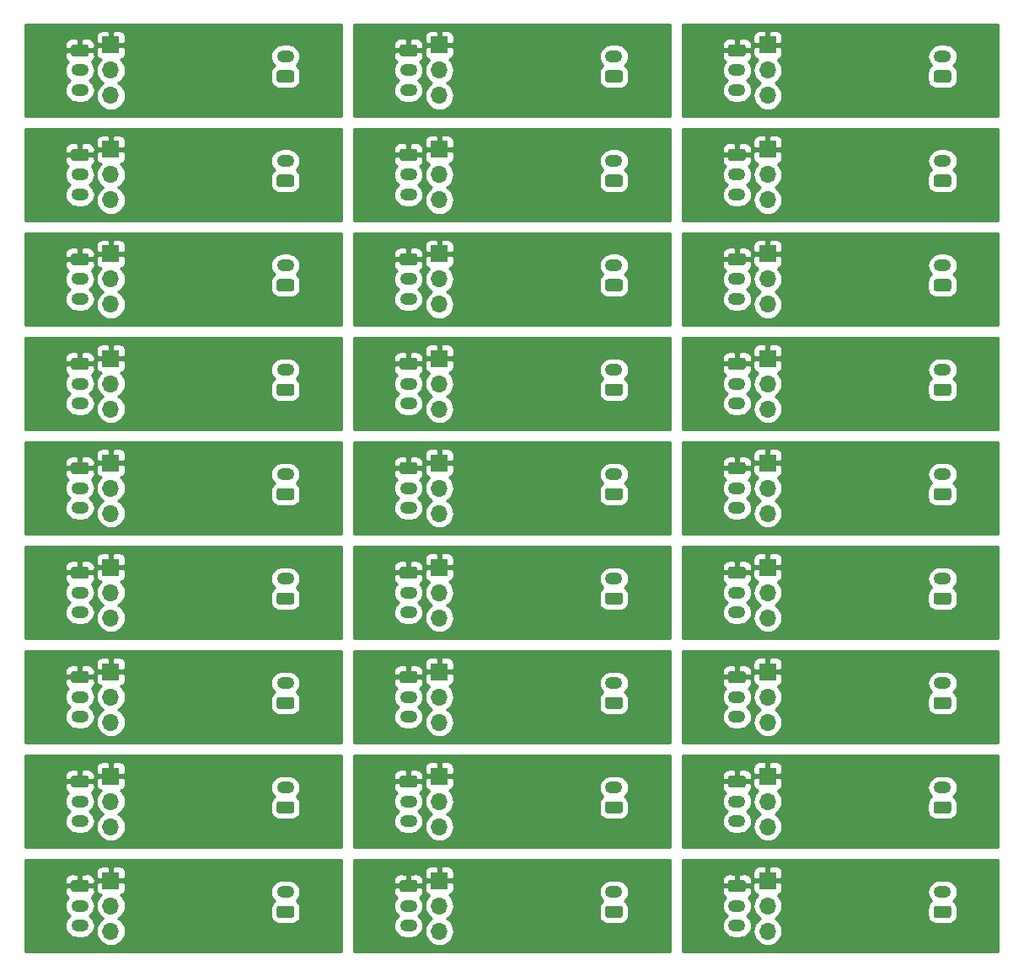
<source format=gbr>
G04 #@! TF.GenerationSoftware,KiCad,Pcbnew,(5.1.2)-2*
G04 #@! TF.CreationDate,2019-09-09T20:55:06+02:00*
G04 #@! TF.ProjectId,solenoid-board-panel,736f6c65-6e6f-4696-942d-626f6172642d,rev?*
G04 #@! TF.SameCoordinates,Original*
G04 #@! TF.FileFunction,Copper,L2,Bot*
G04 #@! TF.FilePolarity,Positive*
%FSLAX46Y46*%
G04 Gerber Fmt 4.6, Leading zero omitted, Abs format (unit mm)*
G04 Created by KiCad (PCBNEW (5.1.2)-2) date 2019-09-09 20:55:06*
%MOMM*%
%LPD*%
G04 APERTURE LIST*
%ADD10O,1.750000X1.200000*%
%ADD11C,0.100000*%
%ADD12C,1.200000*%
%ADD13O,1.700000X1.700000*%
%ADD14R,1.700000X1.700000*%
%ADD15C,0.250000*%
G04 APERTURE END LIST*
D10*
X102750000Y-97850000D03*
D11*
G36*
X103399505Y-99251204D02*
G01*
X103423773Y-99254804D01*
X103447572Y-99260765D01*
X103470671Y-99269030D01*
X103492850Y-99279520D01*
X103513893Y-99292132D01*
X103533599Y-99306747D01*
X103551777Y-99323223D01*
X103568253Y-99341401D01*
X103582868Y-99361107D01*
X103595480Y-99382150D01*
X103605970Y-99404329D01*
X103614235Y-99427428D01*
X103620196Y-99451227D01*
X103623796Y-99475495D01*
X103625000Y-99499999D01*
X103625000Y-100200001D01*
X103623796Y-100224505D01*
X103620196Y-100248773D01*
X103614235Y-100272572D01*
X103605970Y-100295671D01*
X103595480Y-100317850D01*
X103582868Y-100338893D01*
X103568253Y-100358599D01*
X103551777Y-100376777D01*
X103533599Y-100393253D01*
X103513893Y-100407868D01*
X103492850Y-100420480D01*
X103470671Y-100430970D01*
X103447572Y-100439235D01*
X103423773Y-100445196D01*
X103399505Y-100448796D01*
X103375001Y-100450000D01*
X102124999Y-100450000D01*
X102100495Y-100448796D01*
X102076227Y-100445196D01*
X102052428Y-100439235D01*
X102029329Y-100430970D01*
X102007150Y-100420480D01*
X101986107Y-100407868D01*
X101966401Y-100393253D01*
X101948223Y-100376777D01*
X101931747Y-100358599D01*
X101917132Y-100338893D01*
X101904520Y-100317850D01*
X101894030Y-100295671D01*
X101885765Y-100272572D01*
X101879804Y-100248773D01*
X101876204Y-100224505D01*
X101875000Y-100200001D01*
X101875000Y-99499999D01*
X101876204Y-99475495D01*
X101879804Y-99451227D01*
X101885765Y-99427428D01*
X101894030Y-99404329D01*
X101904520Y-99382150D01*
X101917132Y-99361107D01*
X101931747Y-99341401D01*
X101948223Y-99323223D01*
X101966401Y-99306747D01*
X101986107Y-99292132D01*
X102007150Y-99279520D01*
X102029329Y-99269030D01*
X102052428Y-99260765D01*
X102076227Y-99254804D01*
X102100495Y-99251204D01*
X102124999Y-99250000D01*
X103375001Y-99250000D01*
X103399505Y-99251204D01*
X103399505Y-99251204D01*
G37*
D12*
X102750000Y-99850000D03*
D10*
X69750000Y-97850000D03*
D11*
G36*
X70399505Y-99251204D02*
G01*
X70423773Y-99254804D01*
X70447572Y-99260765D01*
X70470671Y-99269030D01*
X70492850Y-99279520D01*
X70513893Y-99292132D01*
X70533599Y-99306747D01*
X70551777Y-99323223D01*
X70568253Y-99341401D01*
X70582868Y-99361107D01*
X70595480Y-99382150D01*
X70605970Y-99404329D01*
X70614235Y-99427428D01*
X70620196Y-99451227D01*
X70623796Y-99475495D01*
X70625000Y-99499999D01*
X70625000Y-100200001D01*
X70623796Y-100224505D01*
X70620196Y-100248773D01*
X70614235Y-100272572D01*
X70605970Y-100295671D01*
X70595480Y-100317850D01*
X70582868Y-100338893D01*
X70568253Y-100358599D01*
X70551777Y-100376777D01*
X70533599Y-100393253D01*
X70513893Y-100407868D01*
X70492850Y-100420480D01*
X70470671Y-100430970D01*
X70447572Y-100439235D01*
X70423773Y-100445196D01*
X70399505Y-100448796D01*
X70375001Y-100450000D01*
X69124999Y-100450000D01*
X69100495Y-100448796D01*
X69076227Y-100445196D01*
X69052428Y-100439235D01*
X69029329Y-100430970D01*
X69007150Y-100420480D01*
X68986107Y-100407868D01*
X68966401Y-100393253D01*
X68948223Y-100376777D01*
X68931747Y-100358599D01*
X68917132Y-100338893D01*
X68904520Y-100317850D01*
X68894030Y-100295671D01*
X68885765Y-100272572D01*
X68879804Y-100248773D01*
X68876204Y-100224505D01*
X68875000Y-100200001D01*
X68875000Y-99499999D01*
X68876204Y-99475495D01*
X68879804Y-99451227D01*
X68885765Y-99427428D01*
X68894030Y-99404329D01*
X68904520Y-99382150D01*
X68917132Y-99361107D01*
X68931747Y-99341401D01*
X68948223Y-99323223D01*
X68966401Y-99306747D01*
X68986107Y-99292132D01*
X69007150Y-99279520D01*
X69029329Y-99269030D01*
X69052428Y-99260765D01*
X69076227Y-99254804D01*
X69100495Y-99251204D01*
X69124999Y-99250000D01*
X70375001Y-99250000D01*
X70399505Y-99251204D01*
X70399505Y-99251204D01*
G37*
D12*
X69750000Y-99850000D03*
D10*
X36750000Y-97850000D03*
D11*
G36*
X37399505Y-99251204D02*
G01*
X37423773Y-99254804D01*
X37447572Y-99260765D01*
X37470671Y-99269030D01*
X37492850Y-99279520D01*
X37513893Y-99292132D01*
X37533599Y-99306747D01*
X37551777Y-99323223D01*
X37568253Y-99341401D01*
X37582868Y-99361107D01*
X37595480Y-99382150D01*
X37605970Y-99404329D01*
X37614235Y-99427428D01*
X37620196Y-99451227D01*
X37623796Y-99475495D01*
X37625000Y-99499999D01*
X37625000Y-100200001D01*
X37623796Y-100224505D01*
X37620196Y-100248773D01*
X37614235Y-100272572D01*
X37605970Y-100295671D01*
X37595480Y-100317850D01*
X37582868Y-100338893D01*
X37568253Y-100358599D01*
X37551777Y-100376777D01*
X37533599Y-100393253D01*
X37513893Y-100407868D01*
X37492850Y-100420480D01*
X37470671Y-100430970D01*
X37447572Y-100439235D01*
X37423773Y-100445196D01*
X37399505Y-100448796D01*
X37375001Y-100450000D01*
X36124999Y-100450000D01*
X36100495Y-100448796D01*
X36076227Y-100445196D01*
X36052428Y-100439235D01*
X36029329Y-100430970D01*
X36007150Y-100420480D01*
X35986107Y-100407868D01*
X35966401Y-100393253D01*
X35948223Y-100376777D01*
X35931747Y-100358599D01*
X35917132Y-100338893D01*
X35904520Y-100317850D01*
X35894030Y-100295671D01*
X35885765Y-100272572D01*
X35879804Y-100248773D01*
X35876204Y-100224505D01*
X35875000Y-100200001D01*
X35875000Y-99499999D01*
X35876204Y-99475495D01*
X35879804Y-99451227D01*
X35885765Y-99427428D01*
X35894030Y-99404329D01*
X35904520Y-99382150D01*
X35917132Y-99361107D01*
X35931747Y-99341401D01*
X35948223Y-99323223D01*
X35966401Y-99306747D01*
X35986107Y-99292132D01*
X36007150Y-99279520D01*
X36029329Y-99269030D01*
X36052428Y-99260765D01*
X36076227Y-99254804D01*
X36100495Y-99251204D01*
X36124999Y-99250000D01*
X37375001Y-99250000D01*
X37399505Y-99251204D01*
X37399505Y-99251204D01*
G37*
D12*
X36750000Y-99850000D03*
D10*
X102750000Y-87350000D03*
D11*
G36*
X103399505Y-88751204D02*
G01*
X103423773Y-88754804D01*
X103447572Y-88760765D01*
X103470671Y-88769030D01*
X103492850Y-88779520D01*
X103513893Y-88792132D01*
X103533599Y-88806747D01*
X103551777Y-88823223D01*
X103568253Y-88841401D01*
X103582868Y-88861107D01*
X103595480Y-88882150D01*
X103605970Y-88904329D01*
X103614235Y-88927428D01*
X103620196Y-88951227D01*
X103623796Y-88975495D01*
X103625000Y-88999999D01*
X103625000Y-89700001D01*
X103623796Y-89724505D01*
X103620196Y-89748773D01*
X103614235Y-89772572D01*
X103605970Y-89795671D01*
X103595480Y-89817850D01*
X103582868Y-89838893D01*
X103568253Y-89858599D01*
X103551777Y-89876777D01*
X103533599Y-89893253D01*
X103513893Y-89907868D01*
X103492850Y-89920480D01*
X103470671Y-89930970D01*
X103447572Y-89939235D01*
X103423773Y-89945196D01*
X103399505Y-89948796D01*
X103375001Y-89950000D01*
X102124999Y-89950000D01*
X102100495Y-89948796D01*
X102076227Y-89945196D01*
X102052428Y-89939235D01*
X102029329Y-89930970D01*
X102007150Y-89920480D01*
X101986107Y-89907868D01*
X101966401Y-89893253D01*
X101948223Y-89876777D01*
X101931747Y-89858599D01*
X101917132Y-89838893D01*
X101904520Y-89817850D01*
X101894030Y-89795671D01*
X101885765Y-89772572D01*
X101879804Y-89748773D01*
X101876204Y-89724505D01*
X101875000Y-89700001D01*
X101875000Y-88999999D01*
X101876204Y-88975495D01*
X101879804Y-88951227D01*
X101885765Y-88927428D01*
X101894030Y-88904329D01*
X101904520Y-88882150D01*
X101917132Y-88861107D01*
X101931747Y-88841401D01*
X101948223Y-88823223D01*
X101966401Y-88806747D01*
X101986107Y-88792132D01*
X102007150Y-88779520D01*
X102029329Y-88769030D01*
X102052428Y-88760765D01*
X102076227Y-88754804D01*
X102100495Y-88751204D01*
X102124999Y-88750000D01*
X103375001Y-88750000D01*
X103399505Y-88751204D01*
X103399505Y-88751204D01*
G37*
D12*
X102750000Y-89350000D03*
D10*
X69750000Y-87350000D03*
D11*
G36*
X70399505Y-88751204D02*
G01*
X70423773Y-88754804D01*
X70447572Y-88760765D01*
X70470671Y-88769030D01*
X70492850Y-88779520D01*
X70513893Y-88792132D01*
X70533599Y-88806747D01*
X70551777Y-88823223D01*
X70568253Y-88841401D01*
X70582868Y-88861107D01*
X70595480Y-88882150D01*
X70605970Y-88904329D01*
X70614235Y-88927428D01*
X70620196Y-88951227D01*
X70623796Y-88975495D01*
X70625000Y-88999999D01*
X70625000Y-89700001D01*
X70623796Y-89724505D01*
X70620196Y-89748773D01*
X70614235Y-89772572D01*
X70605970Y-89795671D01*
X70595480Y-89817850D01*
X70582868Y-89838893D01*
X70568253Y-89858599D01*
X70551777Y-89876777D01*
X70533599Y-89893253D01*
X70513893Y-89907868D01*
X70492850Y-89920480D01*
X70470671Y-89930970D01*
X70447572Y-89939235D01*
X70423773Y-89945196D01*
X70399505Y-89948796D01*
X70375001Y-89950000D01*
X69124999Y-89950000D01*
X69100495Y-89948796D01*
X69076227Y-89945196D01*
X69052428Y-89939235D01*
X69029329Y-89930970D01*
X69007150Y-89920480D01*
X68986107Y-89907868D01*
X68966401Y-89893253D01*
X68948223Y-89876777D01*
X68931747Y-89858599D01*
X68917132Y-89838893D01*
X68904520Y-89817850D01*
X68894030Y-89795671D01*
X68885765Y-89772572D01*
X68879804Y-89748773D01*
X68876204Y-89724505D01*
X68875000Y-89700001D01*
X68875000Y-88999999D01*
X68876204Y-88975495D01*
X68879804Y-88951227D01*
X68885765Y-88927428D01*
X68894030Y-88904329D01*
X68904520Y-88882150D01*
X68917132Y-88861107D01*
X68931747Y-88841401D01*
X68948223Y-88823223D01*
X68966401Y-88806747D01*
X68986107Y-88792132D01*
X69007150Y-88779520D01*
X69029329Y-88769030D01*
X69052428Y-88760765D01*
X69076227Y-88754804D01*
X69100495Y-88751204D01*
X69124999Y-88750000D01*
X70375001Y-88750000D01*
X70399505Y-88751204D01*
X70399505Y-88751204D01*
G37*
D12*
X69750000Y-89350000D03*
D10*
X36750000Y-87350000D03*
D11*
G36*
X37399505Y-88751204D02*
G01*
X37423773Y-88754804D01*
X37447572Y-88760765D01*
X37470671Y-88769030D01*
X37492850Y-88779520D01*
X37513893Y-88792132D01*
X37533599Y-88806747D01*
X37551777Y-88823223D01*
X37568253Y-88841401D01*
X37582868Y-88861107D01*
X37595480Y-88882150D01*
X37605970Y-88904329D01*
X37614235Y-88927428D01*
X37620196Y-88951227D01*
X37623796Y-88975495D01*
X37625000Y-88999999D01*
X37625000Y-89700001D01*
X37623796Y-89724505D01*
X37620196Y-89748773D01*
X37614235Y-89772572D01*
X37605970Y-89795671D01*
X37595480Y-89817850D01*
X37582868Y-89838893D01*
X37568253Y-89858599D01*
X37551777Y-89876777D01*
X37533599Y-89893253D01*
X37513893Y-89907868D01*
X37492850Y-89920480D01*
X37470671Y-89930970D01*
X37447572Y-89939235D01*
X37423773Y-89945196D01*
X37399505Y-89948796D01*
X37375001Y-89950000D01*
X36124999Y-89950000D01*
X36100495Y-89948796D01*
X36076227Y-89945196D01*
X36052428Y-89939235D01*
X36029329Y-89930970D01*
X36007150Y-89920480D01*
X35986107Y-89907868D01*
X35966401Y-89893253D01*
X35948223Y-89876777D01*
X35931747Y-89858599D01*
X35917132Y-89838893D01*
X35904520Y-89817850D01*
X35894030Y-89795671D01*
X35885765Y-89772572D01*
X35879804Y-89748773D01*
X35876204Y-89724505D01*
X35875000Y-89700001D01*
X35875000Y-88999999D01*
X35876204Y-88975495D01*
X35879804Y-88951227D01*
X35885765Y-88927428D01*
X35894030Y-88904329D01*
X35904520Y-88882150D01*
X35917132Y-88861107D01*
X35931747Y-88841401D01*
X35948223Y-88823223D01*
X35966401Y-88806747D01*
X35986107Y-88792132D01*
X36007150Y-88779520D01*
X36029329Y-88769030D01*
X36052428Y-88760765D01*
X36076227Y-88754804D01*
X36100495Y-88751204D01*
X36124999Y-88750000D01*
X37375001Y-88750000D01*
X37399505Y-88751204D01*
X37399505Y-88751204D01*
G37*
D12*
X36750000Y-89350000D03*
D10*
X102750000Y-76850000D03*
D11*
G36*
X103399505Y-78251204D02*
G01*
X103423773Y-78254804D01*
X103447572Y-78260765D01*
X103470671Y-78269030D01*
X103492850Y-78279520D01*
X103513893Y-78292132D01*
X103533599Y-78306747D01*
X103551777Y-78323223D01*
X103568253Y-78341401D01*
X103582868Y-78361107D01*
X103595480Y-78382150D01*
X103605970Y-78404329D01*
X103614235Y-78427428D01*
X103620196Y-78451227D01*
X103623796Y-78475495D01*
X103625000Y-78499999D01*
X103625000Y-79200001D01*
X103623796Y-79224505D01*
X103620196Y-79248773D01*
X103614235Y-79272572D01*
X103605970Y-79295671D01*
X103595480Y-79317850D01*
X103582868Y-79338893D01*
X103568253Y-79358599D01*
X103551777Y-79376777D01*
X103533599Y-79393253D01*
X103513893Y-79407868D01*
X103492850Y-79420480D01*
X103470671Y-79430970D01*
X103447572Y-79439235D01*
X103423773Y-79445196D01*
X103399505Y-79448796D01*
X103375001Y-79450000D01*
X102124999Y-79450000D01*
X102100495Y-79448796D01*
X102076227Y-79445196D01*
X102052428Y-79439235D01*
X102029329Y-79430970D01*
X102007150Y-79420480D01*
X101986107Y-79407868D01*
X101966401Y-79393253D01*
X101948223Y-79376777D01*
X101931747Y-79358599D01*
X101917132Y-79338893D01*
X101904520Y-79317850D01*
X101894030Y-79295671D01*
X101885765Y-79272572D01*
X101879804Y-79248773D01*
X101876204Y-79224505D01*
X101875000Y-79200001D01*
X101875000Y-78499999D01*
X101876204Y-78475495D01*
X101879804Y-78451227D01*
X101885765Y-78427428D01*
X101894030Y-78404329D01*
X101904520Y-78382150D01*
X101917132Y-78361107D01*
X101931747Y-78341401D01*
X101948223Y-78323223D01*
X101966401Y-78306747D01*
X101986107Y-78292132D01*
X102007150Y-78279520D01*
X102029329Y-78269030D01*
X102052428Y-78260765D01*
X102076227Y-78254804D01*
X102100495Y-78251204D01*
X102124999Y-78250000D01*
X103375001Y-78250000D01*
X103399505Y-78251204D01*
X103399505Y-78251204D01*
G37*
D12*
X102750000Y-78850000D03*
D10*
X69750000Y-76850000D03*
D11*
G36*
X70399505Y-78251204D02*
G01*
X70423773Y-78254804D01*
X70447572Y-78260765D01*
X70470671Y-78269030D01*
X70492850Y-78279520D01*
X70513893Y-78292132D01*
X70533599Y-78306747D01*
X70551777Y-78323223D01*
X70568253Y-78341401D01*
X70582868Y-78361107D01*
X70595480Y-78382150D01*
X70605970Y-78404329D01*
X70614235Y-78427428D01*
X70620196Y-78451227D01*
X70623796Y-78475495D01*
X70625000Y-78499999D01*
X70625000Y-79200001D01*
X70623796Y-79224505D01*
X70620196Y-79248773D01*
X70614235Y-79272572D01*
X70605970Y-79295671D01*
X70595480Y-79317850D01*
X70582868Y-79338893D01*
X70568253Y-79358599D01*
X70551777Y-79376777D01*
X70533599Y-79393253D01*
X70513893Y-79407868D01*
X70492850Y-79420480D01*
X70470671Y-79430970D01*
X70447572Y-79439235D01*
X70423773Y-79445196D01*
X70399505Y-79448796D01*
X70375001Y-79450000D01*
X69124999Y-79450000D01*
X69100495Y-79448796D01*
X69076227Y-79445196D01*
X69052428Y-79439235D01*
X69029329Y-79430970D01*
X69007150Y-79420480D01*
X68986107Y-79407868D01*
X68966401Y-79393253D01*
X68948223Y-79376777D01*
X68931747Y-79358599D01*
X68917132Y-79338893D01*
X68904520Y-79317850D01*
X68894030Y-79295671D01*
X68885765Y-79272572D01*
X68879804Y-79248773D01*
X68876204Y-79224505D01*
X68875000Y-79200001D01*
X68875000Y-78499999D01*
X68876204Y-78475495D01*
X68879804Y-78451227D01*
X68885765Y-78427428D01*
X68894030Y-78404329D01*
X68904520Y-78382150D01*
X68917132Y-78361107D01*
X68931747Y-78341401D01*
X68948223Y-78323223D01*
X68966401Y-78306747D01*
X68986107Y-78292132D01*
X69007150Y-78279520D01*
X69029329Y-78269030D01*
X69052428Y-78260765D01*
X69076227Y-78254804D01*
X69100495Y-78251204D01*
X69124999Y-78250000D01*
X70375001Y-78250000D01*
X70399505Y-78251204D01*
X70399505Y-78251204D01*
G37*
D12*
X69750000Y-78850000D03*
D10*
X36750000Y-76850000D03*
D11*
G36*
X37399505Y-78251204D02*
G01*
X37423773Y-78254804D01*
X37447572Y-78260765D01*
X37470671Y-78269030D01*
X37492850Y-78279520D01*
X37513893Y-78292132D01*
X37533599Y-78306747D01*
X37551777Y-78323223D01*
X37568253Y-78341401D01*
X37582868Y-78361107D01*
X37595480Y-78382150D01*
X37605970Y-78404329D01*
X37614235Y-78427428D01*
X37620196Y-78451227D01*
X37623796Y-78475495D01*
X37625000Y-78499999D01*
X37625000Y-79200001D01*
X37623796Y-79224505D01*
X37620196Y-79248773D01*
X37614235Y-79272572D01*
X37605970Y-79295671D01*
X37595480Y-79317850D01*
X37582868Y-79338893D01*
X37568253Y-79358599D01*
X37551777Y-79376777D01*
X37533599Y-79393253D01*
X37513893Y-79407868D01*
X37492850Y-79420480D01*
X37470671Y-79430970D01*
X37447572Y-79439235D01*
X37423773Y-79445196D01*
X37399505Y-79448796D01*
X37375001Y-79450000D01*
X36124999Y-79450000D01*
X36100495Y-79448796D01*
X36076227Y-79445196D01*
X36052428Y-79439235D01*
X36029329Y-79430970D01*
X36007150Y-79420480D01*
X35986107Y-79407868D01*
X35966401Y-79393253D01*
X35948223Y-79376777D01*
X35931747Y-79358599D01*
X35917132Y-79338893D01*
X35904520Y-79317850D01*
X35894030Y-79295671D01*
X35885765Y-79272572D01*
X35879804Y-79248773D01*
X35876204Y-79224505D01*
X35875000Y-79200001D01*
X35875000Y-78499999D01*
X35876204Y-78475495D01*
X35879804Y-78451227D01*
X35885765Y-78427428D01*
X35894030Y-78404329D01*
X35904520Y-78382150D01*
X35917132Y-78361107D01*
X35931747Y-78341401D01*
X35948223Y-78323223D01*
X35966401Y-78306747D01*
X35986107Y-78292132D01*
X36007150Y-78279520D01*
X36029329Y-78269030D01*
X36052428Y-78260765D01*
X36076227Y-78254804D01*
X36100495Y-78251204D01*
X36124999Y-78250000D01*
X37375001Y-78250000D01*
X37399505Y-78251204D01*
X37399505Y-78251204D01*
G37*
D12*
X36750000Y-78850000D03*
D10*
X102750000Y-66350000D03*
D11*
G36*
X103399505Y-67751204D02*
G01*
X103423773Y-67754804D01*
X103447572Y-67760765D01*
X103470671Y-67769030D01*
X103492850Y-67779520D01*
X103513893Y-67792132D01*
X103533599Y-67806747D01*
X103551777Y-67823223D01*
X103568253Y-67841401D01*
X103582868Y-67861107D01*
X103595480Y-67882150D01*
X103605970Y-67904329D01*
X103614235Y-67927428D01*
X103620196Y-67951227D01*
X103623796Y-67975495D01*
X103625000Y-67999999D01*
X103625000Y-68700001D01*
X103623796Y-68724505D01*
X103620196Y-68748773D01*
X103614235Y-68772572D01*
X103605970Y-68795671D01*
X103595480Y-68817850D01*
X103582868Y-68838893D01*
X103568253Y-68858599D01*
X103551777Y-68876777D01*
X103533599Y-68893253D01*
X103513893Y-68907868D01*
X103492850Y-68920480D01*
X103470671Y-68930970D01*
X103447572Y-68939235D01*
X103423773Y-68945196D01*
X103399505Y-68948796D01*
X103375001Y-68950000D01*
X102124999Y-68950000D01*
X102100495Y-68948796D01*
X102076227Y-68945196D01*
X102052428Y-68939235D01*
X102029329Y-68930970D01*
X102007150Y-68920480D01*
X101986107Y-68907868D01*
X101966401Y-68893253D01*
X101948223Y-68876777D01*
X101931747Y-68858599D01*
X101917132Y-68838893D01*
X101904520Y-68817850D01*
X101894030Y-68795671D01*
X101885765Y-68772572D01*
X101879804Y-68748773D01*
X101876204Y-68724505D01*
X101875000Y-68700001D01*
X101875000Y-67999999D01*
X101876204Y-67975495D01*
X101879804Y-67951227D01*
X101885765Y-67927428D01*
X101894030Y-67904329D01*
X101904520Y-67882150D01*
X101917132Y-67861107D01*
X101931747Y-67841401D01*
X101948223Y-67823223D01*
X101966401Y-67806747D01*
X101986107Y-67792132D01*
X102007150Y-67779520D01*
X102029329Y-67769030D01*
X102052428Y-67760765D01*
X102076227Y-67754804D01*
X102100495Y-67751204D01*
X102124999Y-67750000D01*
X103375001Y-67750000D01*
X103399505Y-67751204D01*
X103399505Y-67751204D01*
G37*
D12*
X102750000Y-68350000D03*
D10*
X69750000Y-66350000D03*
D11*
G36*
X70399505Y-67751204D02*
G01*
X70423773Y-67754804D01*
X70447572Y-67760765D01*
X70470671Y-67769030D01*
X70492850Y-67779520D01*
X70513893Y-67792132D01*
X70533599Y-67806747D01*
X70551777Y-67823223D01*
X70568253Y-67841401D01*
X70582868Y-67861107D01*
X70595480Y-67882150D01*
X70605970Y-67904329D01*
X70614235Y-67927428D01*
X70620196Y-67951227D01*
X70623796Y-67975495D01*
X70625000Y-67999999D01*
X70625000Y-68700001D01*
X70623796Y-68724505D01*
X70620196Y-68748773D01*
X70614235Y-68772572D01*
X70605970Y-68795671D01*
X70595480Y-68817850D01*
X70582868Y-68838893D01*
X70568253Y-68858599D01*
X70551777Y-68876777D01*
X70533599Y-68893253D01*
X70513893Y-68907868D01*
X70492850Y-68920480D01*
X70470671Y-68930970D01*
X70447572Y-68939235D01*
X70423773Y-68945196D01*
X70399505Y-68948796D01*
X70375001Y-68950000D01*
X69124999Y-68950000D01*
X69100495Y-68948796D01*
X69076227Y-68945196D01*
X69052428Y-68939235D01*
X69029329Y-68930970D01*
X69007150Y-68920480D01*
X68986107Y-68907868D01*
X68966401Y-68893253D01*
X68948223Y-68876777D01*
X68931747Y-68858599D01*
X68917132Y-68838893D01*
X68904520Y-68817850D01*
X68894030Y-68795671D01*
X68885765Y-68772572D01*
X68879804Y-68748773D01*
X68876204Y-68724505D01*
X68875000Y-68700001D01*
X68875000Y-67999999D01*
X68876204Y-67975495D01*
X68879804Y-67951227D01*
X68885765Y-67927428D01*
X68894030Y-67904329D01*
X68904520Y-67882150D01*
X68917132Y-67861107D01*
X68931747Y-67841401D01*
X68948223Y-67823223D01*
X68966401Y-67806747D01*
X68986107Y-67792132D01*
X69007150Y-67779520D01*
X69029329Y-67769030D01*
X69052428Y-67760765D01*
X69076227Y-67754804D01*
X69100495Y-67751204D01*
X69124999Y-67750000D01*
X70375001Y-67750000D01*
X70399505Y-67751204D01*
X70399505Y-67751204D01*
G37*
D12*
X69750000Y-68350000D03*
D10*
X36750000Y-66350000D03*
D11*
G36*
X37399505Y-67751204D02*
G01*
X37423773Y-67754804D01*
X37447572Y-67760765D01*
X37470671Y-67769030D01*
X37492850Y-67779520D01*
X37513893Y-67792132D01*
X37533599Y-67806747D01*
X37551777Y-67823223D01*
X37568253Y-67841401D01*
X37582868Y-67861107D01*
X37595480Y-67882150D01*
X37605970Y-67904329D01*
X37614235Y-67927428D01*
X37620196Y-67951227D01*
X37623796Y-67975495D01*
X37625000Y-67999999D01*
X37625000Y-68700001D01*
X37623796Y-68724505D01*
X37620196Y-68748773D01*
X37614235Y-68772572D01*
X37605970Y-68795671D01*
X37595480Y-68817850D01*
X37582868Y-68838893D01*
X37568253Y-68858599D01*
X37551777Y-68876777D01*
X37533599Y-68893253D01*
X37513893Y-68907868D01*
X37492850Y-68920480D01*
X37470671Y-68930970D01*
X37447572Y-68939235D01*
X37423773Y-68945196D01*
X37399505Y-68948796D01*
X37375001Y-68950000D01*
X36124999Y-68950000D01*
X36100495Y-68948796D01*
X36076227Y-68945196D01*
X36052428Y-68939235D01*
X36029329Y-68930970D01*
X36007150Y-68920480D01*
X35986107Y-68907868D01*
X35966401Y-68893253D01*
X35948223Y-68876777D01*
X35931747Y-68858599D01*
X35917132Y-68838893D01*
X35904520Y-68817850D01*
X35894030Y-68795671D01*
X35885765Y-68772572D01*
X35879804Y-68748773D01*
X35876204Y-68724505D01*
X35875000Y-68700001D01*
X35875000Y-67999999D01*
X35876204Y-67975495D01*
X35879804Y-67951227D01*
X35885765Y-67927428D01*
X35894030Y-67904329D01*
X35904520Y-67882150D01*
X35917132Y-67861107D01*
X35931747Y-67841401D01*
X35948223Y-67823223D01*
X35966401Y-67806747D01*
X35986107Y-67792132D01*
X36007150Y-67779520D01*
X36029329Y-67769030D01*
X36052428Y-67760765D01*
X36076227Y-67754804D01*
X36100495Y-67751204D01*
X36124999Y-67750000D01*
X37375001Y-67750000D01*
X37399505Y-67751204D01*
X37399505Y-67751204D01*
G37*
D12*
X36750000Y-68350000D03*
D10*
X102750000Y-55850000D03*
D11*
G36*
X103399505Y-57251204D02*
G01*
X103423773Y-57254804D01*
X103447572Y-57260765D01*
X103470671Y-57269030D01*
X103492850Y-57279520D01*
X103513893Y-57292132D01*
X103533599Y-57306747D01*
X103551777Y-57323223D01*
X103568253Y-57341401D01*
X103582868Y-57361107D01*
X103595480Y-57382150D01*
X103605970Y-57404329D01*
X103614235Y-57427428D01*
X103620196Y-57451227D01*
X103623796Y-57475495D01*
X103625000Y-57499999D01*
X103625000Y-58200001D01*
X103623796Y-58224505D01*
X103620196Y-58248773D01*
X103614235Y-58272572D01*
X103605970Y-58295671D01*
X103595480Y-58317850D01*
X103582868Y-58338893D01*
X103568253Y-58358599D01*
X103551777Y-58376777D01*
X103533599Y-58393253D01*
X103513893Y-58407868D01*
X103492850Y-58420480D01*
X103470671Y-58430970D01*
X103447572Y-58439235D01*
X103423773Y-58445196D01*
X103399505Y-58448796D01*
X103375001Y-58450000D01*
X102124999Y-58450000D01*
X102100495Y-58448796D01*
X102076227Y-58445196D01*
X102052428Y-58439235D01*
X102029329Y-58430970D01*
X102007150Y-58420480D01*
X101986107Y-58407868D01*
X101966401Y-58393253D01*
X101948223Y-58376777D01*
X101931747Y-58358599D01*
X101917132Y-58338893D01*
X101904520Y-58317850D01*
X101894030Y-58295671D01*
X101885765Y-58272572D01*
X101879804Y-58248773D01*
X101876204Y-58224505D01*
X101875000Y-58200001D01*
X101875000Y-57499999D01*
X101876204Y-57475495D01*
X101879804Y-57451227D01*
X101885765Y-57427428D01*
X101894030Y-57404329D01*
X101904520Y-57382150D01*
X101917132Y-57361107D01*
X101931747Y-57341401D01*
X101948223Y-57323223D01*
X101966401Y-57306747D01*
X101986107Y-57292132D01*
X102007150Y-57279520D01*
X102029329Y-57269030D01*
X102052428Y-57260765D01*
X102076227Y-57254804D01*
X102100495Y-57251204D01*
X102124999Y-57250000D01*
X103375001Y-57250000D01*
X103399505Y-57251204D01*
X103399505Y-57251204D01*
G37*
D12*
X102750000Y-57850000D03*
D10*
X69750000Y-55850000D03*
D11*
G36*
X70399505Y-57251204D02*
G01*
X70423773Y-57254804D01*
X70447572Y-57260765D01*
X70470671Y-57269030D01*
X70492850Y-57279520D01*
X70513893Y-57292132D01*
X70533599Y-57306747D01*
X70551777Y-57323223D01*
X70568253Y-57341401D01*
X70582868Y-57361107D01*
X70595480Y-57382150D01*
X70605970Y-57404329D01*
X70614235Y-57427428D01*
X70620196Y-57451227D01*
X70623796Y-57475495D01*
X70625000Y-57499999D01*
X70625000Y-58200001D01*
X70623796Y-58224505D01*
X70620196Y-58248773D01*
X70614235Y-58272572D01*
X70605970Y-58295671D01*
X70595480Y-58317850D01*
X70582868Y-58338893D01*
X70568253Y-58358599D01*
X70551777Y-58376777D01*
X70533599Y-58393253D01*
X70513893Y-58407868D01*
X70492850Y-58420480D01*
X70470671Y-58430970D01*
X70447572Y-58439235D01*
X70423773Y-58445196D01*
X70399505Y-58448796D01*
X70375001Y-58450000D01*
X69124999Y-58450000D01*
X69100495Y-58448796D01*
X69076227Y-58445196D01*
X69052428Y-58439235D01*
X69029329Y-58430970D01*
X69007150Y-58420480D01*
X68986107Y-58407868D01*
X68966401Y-58393253D01*
X68948223Y-58376777D01*
X68931747Y-58358599D01*
X68917132Y-58338893D01*
X68904520Y-58317850D01*
X68894030Y-58295671D01*
X68885765Y-58272572D01*
X68879804Y-58248773D01*
X68876204Y-58224505D01*
X68875000Y-58200001D01*
X68875000Y-57499999D01*
X68876204Y-57475495D01*
X68879804Y-57451227D01*
X68885765Y-57427428D01*
X68894030Y-57404329D01*
X68904520Y-57382150D01*
X68917132Y-57361107D01*
X68931747Y-57341401D01*
X68948223Y-57323223D01*
X68966401Y-57306747D01*
X68986107Y-57292132D01*
X69007150Y-57279520D01*
X69029329Y-57269030D01*
X69052428Y-57260765D01*
X69076227Y-57254804D01*
X69100495Y-57251204D01*
X69124999Y-57250000D01*
X70375001Y-57250000D01*
X70399505Y-57251204D01*
X70399505Y-57251204D01*
G37*
D12*
X69750000Y-57850000D03*
D10*
X36750000Y-55850000D03*
D11*
G36*
X37399505Y-57251204D02*
G01*
X37423773Y-57254804D01*
X37447572Y-57260765D01*
X37470671Y-57269030D01*
X37492850Y-57279520D01*
X37513893Y-57292132D01*
X37533599Y-57306747D01*
X37551777Y-57323223D01*
X37568253Y-57341401D01*
X37582868Y-57361107D01*
X37595480Y-57382150D01*
X37605970Y-57404329D01*
X37614235Y-57427428D01*
X37620196Y-57451227D01*
X37623796Y-57475495D01*
X37625000Y-57499999D01*
X37625000Y-58200001D01*
X37623796Y-58224505D01*
X37620196Y-58248773D01*
X37614235Y-58272572D01*
X37605970Y-58295671D01*
X37595480Y-58317850D01*
X37582868Y-58338893D01*
X37568253Y-58358599D01*
X37551777Y-58376777D01*
X37533599Y-58393253D01*
X37513893Y-58407868D01*
X37492850Y-58420480D01*
X37470671Y-58430970D01*
X37447572Y-58439235D01*
X37423773Y-58445196D01*
X37399505Y-58448796D01*
X37375001Y-58450000D01*
X36124999Y-58450000D01*
X36100495Y-58448796D01*
X36076227Y-58445196D01*
X36052428Y-58439235D01*
X36029329Y-58430970D01*
X36007150Y-58420480D01*
X35986107Y-58407868D01*
X35966401Y-58393253D01*
X35948223Y-58376777D01*
X35931747Y-58358599D01*
X35917132Y-58338893D01*
X35904520Y-58317850D01*
X35894030Y-58295671D01*
X35885765Y-58272572D01*
X35879804Y-58248773D01*
X35876204Y-58224505D01*
X35875000Y-58200001D01*
X35875000Y-57499999D01*
X35876204Y-57475495D01*
X35879804Y-57451227D01*
X35885765Y-57427428D01*
X35894030Y-57404329D01*
X35904520Y-57382150D01*
X35917132Y-57361107D01*
X35931747Y-57341401D01*
X35948223Y-57323223D01*
X35966401Y-57306747D01*
X35986107Y-57292132D01*
X36007150Y-57279520D01*
X36029329Y-57269030D01*
X36052428Y-57260765D01*
X36076227Y-57254804D01*
X36100495Y-57251204D01*
X36124999Y-57250000D01*
X37375001Y-57250000D01*
X37399505Y-57251204D01*
X37399505Y-57251204D01*
G37*
D12*
X36750000Y-57850000D03*
D10*
X102750000Y-45350000D03*
D11*
G36*
X103399505Y-46751204D02*
G01*
X103423773Y-46754804D01*
X103447572Y-46760765D01*
X103470671Y-46769030D01*
X103492850Y-46779520D01*
X103513893Y-46792132D01*
X103533599Y-46806747D01*
X103551777Y-46823223D01*
X103568253Y-46841401D01*
X103582868Y-46861107D01*
X103595480Y-46882150D01*
X103605970Y-46904329D01*
X103614235Y-46927428D01*
X103620196Y-46951227D01*
X103623796Y-46975495D01*
X103625000Y-46999999D01*
X103625000Y-47700001D01*
X103623796Y-47724505D01*
X103620196Y-47748773D01*
X103614235Y-47772572D01*
X103605970Y-47795671D01*
X103595480Y-47817850D01*
X103582868Y-47838893D01*
X103568253Y-47858599D01*
X103551777Y-47876777D01*
X103533599Y-47893253D01*
X103513893Y-47907868D01*
X103492850Y-47920480D01*
X103470671Y-47930970D01*
X103447572Y-47939235D01*
X103423773Y-47945196D01*
X103399505Y-47948796D01*
X103375001Y-47950000D01*
X102124999Y-47950000D01*
X102100495Y-47948796D01*
X102076227Y-47945196D01*
X102052428Y-47939235D01*
X102029329Y-47930970D01*
X102007150Y-47920480D01*
X101986107Y-47907868D01*
X101966401Y-47893253D01*
X101948223Y-47876777D01*
X101931747Y-47858599D01*
X101917132Y-47838893D01*
X101904520Y-47817850D01*
X101894030Y-47795671D01*
X101885765Y-47772572D01*
X101879804Y-47748773D01*
X101876204Y-47724505D01*
X101875000Y-47700001D01*
X101875000Y-46999999D01*
X101876204Y-46975495D01*
X101879804Y-46951227D01*
X101885765Y-46927428D01*
X101894030Y-46904329D01*
X101904520Y-46882150D01*
X101917132Y-46861107D01*
X101931747Y-46841401D01*
X101948223Y-46823223D01*
X101966401Y-46806747D01*
X101986107Y-46792132D01*
X102007150Y-46779520D01*
X102029329Y-46769030D01*
X102052428Y-46760765D01*
X102076227Y-46754804D01*
X102100495Y-46751204D01*
X102124999Y-46750000D01*
X103375001Y-46750000D01*
X103399505Y-46751204D01*
X103399505Y-46751204D01*
G37*
D12*
X102750000Y-47350000D03*
D10*
X69750000Y-45350000D03*
D11*
G36*
X70399505Y-46751204D02*
G01*
X70423773Y-46754804D01*
X70447572Y-46760765D01*
X70470671Y-46769030D01*
X70492850Y-46779520D01*
X70513893Y-46792132D01*
X70533599Y-46806747D01*
X70551777Y-46823223D01*
X70568253Y-46841401D01*
X70582868Y-46861107D01*
X70595480Y-46882150D01*
X70605970Y-46904329D01*
X70614235Y-46927428D01*
X70620196Y-46951227D01*
X70623796Y-46975495D01*
X70625000Y-46999999D01*
X70625000Y-47700001D01*
X70623796Y-47724505D01*
X70620196Y-47748773D01*
X70614235Y-47772572D01*
X70605970Y-47795671D01*
X70595480Y-47817850D01*
X70582868Y-47838893D01*
X70568253Y-47858599D01*
X70551777Y-47876777D01*
X70533599Y-47893253D01*
X70513893Y-47907868D01*
X70492850Y-47920480D01*
X70470671Y-47930970D01*
X70447572Y-47939235D01*
X70423773Y-47945196D01*
X70399505Y-47948796D01*
X70375001Y-47950000D01*
X69124999Y-47950000D01*
X69100495Y-47948796D01*
X69076227Y-47945196D01*
X69052428Y-47939235D01*
X69029329Y-47930970D01*
X69007150Y-47920480D01*
X68986107Y-47907868D01*
X68966401Y-47893253D01*
X68948223Y-47876777D01*
X68931747Y-47858599D01*
X68917132Y-47838893D01*
X68904520Y-47817850D01*
X68894030Y-47795671D01*
X68885765Y-47772572D01*
X68879804Y-47748773D01*
X68876204Y-47724505D01*
X68875000Y-47700001D01*
X68875000Y-46999999D01*
X68876204Y-46975495D01*
X68879804Y-46951227D01*
X68885765Y-46927428D01*
X68894030Y-46904329D01*
X68904520Y-46882150D01*
X68917132Y-46861107D01*
X68931747Y-46841401D01*
X68948223Y-46823223D01*
X68966401Y-46806747D01*
X68986107Y-46792132D01*
X69007150Y-46779520D01*
X69029329Y-46769030D01*
X69052428Y-46760765D01*
X69076227Y-46754804D01*
X69100495Y-46751204D01*
X69124999Y-46750000D01*
X70375001Y-46750000D01*
X70399505Y-46751204D01*
X70399505Y-46751204D01*
G37*
D12*
X69750000Y-47350000D03*
D10*
X36750000Y-45350000D03*
D11*
G36*
X37399505Y-46751204D02*
G01*
X37423773Y-46754804D01*
X37447572Y-46760765D01*
X37470671Y-46769030D01*
X37492850Y-46779520D01*
X37513893Y-46792132D01*
X37533599Y-46806747D01*
X37551777Y-46823223D01*
X37568253Y-46841401D01*
X37582868Y-46861107D01*
X37595480Y-46882150D01*
X37605970Y-46904329D01*
X37614235Y-46927428D01*
X37620196Y-46951227D01*
X37623796Y-46975495D01*
X37625000Y-46999999D01*
X37625000Y-47700001D01*
X37623796Y-47724505D01*
X37620196Y-47748773D01*
X37614235Y-47772572D01*
X37605970Y-47795671D01*
X37595480Y-47817850D01*
X37582868Y-47838893D01*
X37568253Y-47858599D01*
X37551777Y-47876777D01*
X37533599Y-47893253D01*
X37513893Y-47907868D01*
X37492850Y-47920480D01*
X37470671Y-47930970D01*
X37447572Y-47939235D01*
X37423773Y-47945196D01*
X37399505Y-47948796D01*
X37375001Y-47950000D01*
X36124999Y-47950000D01*
X36100495Y-47948796D01*
X36076227Y-47945196D01*
X36052428Y-47939235D01*
X36029329Y-47930970D01*
X36007150Y-47920480D01*
X35986107Y-47907868D01*
X35966401Y-47893253D01*
X35948223Y-47876777D01*
X35931747Y-47858599D01*
X35917132Y-47838893D01*
X35904520Y-47817850D01*
X35894030Y-47795671D01*
X35885765Y-47772572D01*
X35879804Y-47748773D01*
X35876204Y-47724505D01*
X35875000Y-47700001D01*
X35875000Y-46999999D01*
X35876204Y-46975495D01*
X35879804Y-46951227D01*
X35885765Y-46927428D01*
X35894030Y-46904329D01*
X35904520Y-46882150D01*
X35917132Y-46861107D01*
X35931747Y-46841401D01*
X35948223Y-46823223D01*
X35966401Y-46806747D01*
X35986107Y-46792132D01*
X36007150Y-46779520D01*
X36029329Y-46769030D01*
X36052428Y-46760765D01*
X36076227Y-46754804D01*
X36100495Y-46751204D01*
X36124999Y-46750000D01*
X37375001Y-46750000D01*
X37399505Y-46751204D01*
X37399505Y-46751204D01*
G37*
D12*
X36750000Y-47350000D03*
D10*
X102750000Y-34850000D03*
D11*
G36*
X103399505Y-36251204D02*
G01*
X103423773Y-36254804D01*
X103447572Y-36260765D01*
X103470671Y-36269030D01*
X103492850Y-36279520D01*
X103513893Y-36292132D01*
X103533599Y-36306747D01*
X103551777Y-36323223D01*
X103568253Y-36341401D01*
X103582868Y-36361107D01*
X103595480Y-36382150D01*
X103605970Y-36404329D01*
X103614235Y-36427428D01*
X103620196Y-36451227D01*
X103623796Y-36475495D01*
X103625000Y-36499999D01*
X103625000Y-37200001D01*
X103623796Y-37224505D01*
X103620196Y-37248773D01*
X103614235Y-37272572D01*
X103605970Y-37295671D01*
X103595480Y-37317850D01*
X103582868Y-37338893D01*
X103568253Y-37358599D01*
X103551777Y-37376777D01*
X103533599Y-37393253D01*
X103513893Y-37407868D01*
X103492850Y-37420480D01*
X103470671Y-37430970D01*
X103447572Y-37439235D01*
X103423773Y-37445196D01*
X103399505Y-37448796D01*
X103375001Y-37450000D01*
X102124999Y-37450000D01*
X102100495Y-37448796D01*
X102076227Y-37445196D01*
X102052428Y-37439235D01*
X102029329Y-37430970D01*
X102007150Y-37420480D01*
X101986107Y-37407868D01*
X101966401Y-37393253D01*
X101948223Y-37376777D01*
X101931747Y-37358599D01*
X101917132Y-37338893D01*
X101904520Y-37317850D01*
X101894030Y-37295671D01*
X101885765Y-37272572D01*
X101879804Y-37248773D01*
X101876204Y-37224505D01*
X101875000Y-37200001D01*
X101875000Y-36499999D01*
X101876204Y-36475495D01*
X101879804Y-36451227D01*
X101885765Y-36427428D01*
X101894030Y-36404329D01*
X101904520Y-36382150D01*
X101917132Y-36361107D01*
X101931747Y-36341401D01*
X101948223Y-36323223D01*
X101966401Y-36306747D01*
X101986107Y-36292132D01*
X102007150Y-36279520D01*
X102029329Y-36269030D01*
X102052428Y-36260765D01*
X102076227Y-36254804D01*
X102100495Y-36251204D01*
X102124999Y-36250000D01*
X103375001Y-36250000D01*
X103399505Y-36251204D01*
X103399505Y-36251204D01*
G37*
D12*
X102750000Y-36850000D03*
D10*
X69750000Y-34850000D03*
D11*
G36*
X70399505Y-36251204D02*
G01*
X70423773Y-36254804D01*
X70447572Y-36260765D01*
X70470671Y-36269030D01*
X70492850Y-36279520D01*
X70513893Y-36292132D01*
X70533599Y-36306747D01*
X70551777Y-36323223D01*
X70568253Y-36341401D01*
X70582868Y-36361107D01*
X70595480Y-36382150D01*
X70605970Y-36404329D01*
X70614235Y-36427428D01*
X70620196Y-36451227D01*
X70623796Y-36475495D01*
X70625000Y-36499999D01*
X70625000Y-37200001D01*
X70623796Y-37224505D01*
X70620196Y-37248773D01*
X70614235Y-37272572D01*
X70605970Y-37295671D01*
X70595480Y-37317850D01*
X70582868Y-37338893D01*
X70568253Y-37358599D01*
X70551777Y-37376777D01*
X70533599Y-37393253D01*
X70513893Y-37407868D01*
X70492850Y-37420480D01*
X70470671Y-37430970D01*
X70447572Y-37439235D01*
X70423773Y-37445196D01*
X70399505Y-37448796D01*
X70375001Y-37450000D01*
X69124999Y-37450000D01*
X69100495Y-37448796D01*
X69076227Y-37445196D01*
X69052428Y-37439235D01*
X69029329Y-37430970D01*
X69007150Y-37420480D01*
X68986107Y-37407868D01*
X68966401Y-37393253D01*
X68948223Y-37376777D01*
X68931747Y-37358599D01*
X68917132Y-37338893D01*
X68904520Y-37317850D01*
X68894030Y-37295671D01*
X68885765Y-37272572D01*
X68879804Y-37248773D01*
X68876204Y-37224505D01*
X68875000Y-37200001D01*
X68875000Y-36499999D01*
X68876204Y-36475495D01*
X68879804Y-36451227D01*
X68885765Y-36427428D01*
X68894030Y-36404329D01*
X68904520Y-36382150D01*
X68917132Y-36361107D01*
X68931747Y-36341401D01*
X68948223Y-36323223D01*
X68966401Y-36306747D01*
X68986107Y-36292132D01*
X69007150Y-36279520D01*
X69029329Y-36269030D01*
X69052428Y-36260765D01*
X69076227Y-36254804D01*
X69100495Y-36251204D01*
X69124999Y-36250000D01*
X70375001Y-36250000D01*
X70399505Y-36251204D01*
X70399505Y-36251204D01*
G37*
D12*
X69750000Y-36850000D03*
D10*
X36750000Y-34850000D03*
D11*
G36*
X37399505Y-36251204D02*
G01*
X37423773Y-36254804D01*
X37447572Y-36260765D01*
X37470671Y-36269030D01*
X37492850Y-36279520D01*
X37513893Y-36292132D01*
X37533599Y-36306747D01*
X37551777Y-36323223D01*
X37568253Y-36341401D01*
X37582868Y-36361107D01*
X37595480Y-36382150D01*
X37605970Y-36404329D01*
X37614235Y-36427428D01*
X37620196Y-36451227D01*
X37623796Y-36475495D01*
X37625000Y-36499999D01*
X37625000Y-37200001D01*
X37623796Y-37224505D01*
X37620196Y-37248773D01*
X37614235Y-37272572D01*
X37605970Y-37295671D01*
X37595480Y-37317850D01*
X37582868Y-37338893D01*
X37568253Y-37358599D01*
X37551777Y-37376777D01*
X37533599Y-37393253D01*
X37513893Y-37407868D01*
X37492850Y-37420480D01*
X37470671Y-37430970D01*
X37447572Y-37439235D01*
X37423773Y-37445196D01*
X37399505Y-37448796D01*
X37375001Y-37450000D01*
X36124999Y-37450000D01*
X36100495Y-37448796D01*
X36076227Y-37445196D01*
X36052428Y-37439235D01*
X36029329Y-37430970D01*
X36007150Y-37420480D01*
X35986107Y-37407868D01*
X35966401Y-37393253D01*
X35948223Y-37376777D01*
X35931747Y-37358599D01*
X35917132Y-37338893D01*
X35904520Y-37317850D01*
X35894030Y-37295671D01*
X35885765Y-37272572D01*
X35879804Y-37248773D01*
X35876204Y-37224505D01*
X35875000Y-37200001D01*
X35875000Y-36499999D01*
X35876204Y-36475495D01*
X35879804Y-36451227D01*
X35885765Y-36427428D01*
X35894030Y-36404329D01*
X35904520Y-36382150D01*
X35917132Y-36361107D01*
X35931747Y-36341401D01*
X35948223Y-36323223D01*
X35966401Y-36306747D01*
X35986107Y-36292132D01*
X36007150Y-36279520D01*
X36029329Y-36269030D01*
X36052428Y-36260765D01*
X36076227Y-36254804D01*
X36100495Y-36251204D01*
X36124999Y-36250000D01*
X37375001Y-36250000D01*
X37399505Y-36251204D01*
X37399505Y-36251204D01*
G37*
D12*
X36750000Y-36850000D03*
D10*
X102750000Y-24350000D03*
D11*
G36*
X103399505Y-25751204D02*
G01*
X103423773Y-25754804D01*
X103447572Y-25760765D01*
X103470671Y-25769030D01*
X103492850Y-25779520D01*
X103513893Y-25792132D01*
X103533599Y-25806747D01*
X103551777Y-25823223D01*
X103568253Y-25841401D01*
X103582868Y-25861107D01*
X103595480Y-25882150D01*
X103605970Y-25904329D01*
X103614235Y-25927428D01*
X103620196Y-25951227D01*
X103623796Y-25975495D01*
X103625000Y-25999999D01*
X103625000Y-26700001D01*
X103623796Y-26724505D01*
X103620196Y-26748773D01*
X103614235Y-26772572D01*
X103605970Y-26795671D01*
X103595480Y-26817850D01*
X103582868Y-26838893D01*
X103568253Y-26858599D01*
X103551777Y-26876777D01*
X103533599Y-26893253D01*
X103513893Y-26907868D01*
X103492850Y-26920480D01*
X103470671Y-26930970D01*
X103447572Y-26939235D01*
X103423773Y-26945196D01*
X103399505Y-26948796D01*
X103375001Y-26950000D01*
X102124999Y-26950000D01*
X102100495Y-26948796D01*
X102076227Y-26945196D01*
X102052428Y-26939235D01*
X102029329Y-26930970D01*
X102007150Y-26920480D01*
X101986107Y-26907868D01*
X101966401Y-26893253D01*
X101948223Y-26876777D01*
X101931747Y-26858599D01*
X101917132Y-26838893D01*
X101904520Y-26817850D01*
X101894030Y-26795671D01*
X101885765Y-26772572D01*
X101879804Y-26748773D01*
X101876204Y-26724505D01*
X101875000Y-26700001D01*
X101875000Y-25999999D01*
X101876204Y-25975495D01*
X101879804Y-25951227D01*
X101885765Y-25927428D01*
X101894030Y-25904329D01*
X101904520Y-25882150D01*
X101917132Y-25861107D01*
X101931747Y-25841401D01*
X101948223Y-25823223D01*
X101966401Y-25806747D01*
X101986107Y-25792132D01*
X102007150Y-25779520D01*
X102029329Y-25769030D01*
X102052428Y-25760765D01*
X102076227Y-25754804D01*
X102100495Y-25751204D01*
X102124999Y-25750000D01*
X103375001Y-25750000D01*
X103399505Y-25751204D01*
X103399505Y-25751204D01*
G37*
D12*
X102750000Y-26350000D03*
D10*
X69750000Y-24350000D03*
D11*
G36*
X70399505Y-25751204D02*
G01*
X70423773Y-25754804D01*
X70447572Y-25760765D01*
X70470671Y-25769030D01*
X70492850Y-25779520D01*
X70513893Y-25792132D01*
X70533599Y-25806747D01*
X70551777Y-25823223D01*
X70568253Y-25841401D01*
X70582868Y-25861107D01*
X70595480Y-25882150D01*
X70605970Y-25904329D01*
X70614235Y-25927428D01*
X70620196Y-25951227D01*
X70623796Y-25975495D01*
X70625000Y-25999999D01*
X70625000Y-26700001D01*
X70623796Y-26724505D01*
X70620196Y-26748773D01*
X70614235Y-26772572D01*
X70605970Y-26795671D01*
X70595480Y-26817850D01*
X70582868Y-26838893D01*
X70568253Y-26858599D01*
X70551777Y-26876777D01*
X70533599Y-26893253D01*
X70513893Y-26907868D01*
X70492850Y-26920480D01*
X70470671Y-26930970D01*
X70447572Y-26939235D01*
X70423773Y-26945196D01*
X70399505Y-26948796D01*
X70375001Y-26950000D01*
X69124999Y-26950000D01*
X69100495Y-26948796D01*
X69076227Y-26945196D01*
X69052428Y-26939235D01*
X69029329Y-26930970D01*
X69007150Y-26920480D01*
X68986107Y-26907868D01*
X68966401Y-26893253D01*
X68948223Y-26876777D01*
X68931747Y-26858599D01*
X68917132Y-26838893D01*
X68904520Y-26817850D01*
X68894030Y-26795671D01*
X68885765Y-26772572D01*
X68879804Y-26748773D01*
X68876204Y-26724505D01*
X68875000Y-26700001D01*
X68875000Y-25999999D01*
X68876204Y-25975495D01*
X68879804Y-25951227D01*
X68885765Y-25927428D01*
X68894030Y-25904329D01*
X68904520Y-25882150D01*
X68917132Y-25861107D01*
X68931747Y-25841401D01*
X68948223Y-25823223D01*
X68966401Y-25806747D01*
X68986107Y-25792132D01*
X69007150Y-25779520D01*
X69029329Y-25769030D01*
X69052428Y-25760765D01*
X69076227Y-25754804D01*
X69100495Y-25751204D01*
X69124999Y-25750000D01*
X70375001Y-25750000D01*
X70399505Y-25751204D01*
X70399505Y-25751204D01*
G37*
D12*
X69750000Y-26350000D03*
D10*
X36750000Y-24350000D03*
D11*
G36*
X37399505Y-25751204D02*
G01*
X37423773Y-25754804D01*
X37447572Y-25760765D01*
X37470671Y-25769030D01*
X37492850Y-25779520D01*
X37513893Y-25792132D01*
X37533599Y-25806747D01*
X37551777Y-25823223D01*
X37568253Y-25841401D01*
X37582868Y-25861107D01*
X37595480Y-25882150D01*
X37605970Y-25904329D01*
X37614235Y-25927428D01*
X37620196Y-25951227D01*
X37623796Y-25975495D01*
X37625000Y-25999999D01*
X37625000Y-26700001D01*
X37623796Y-26724505D01*
X37620196Y-26748773D01*
X37614235Y-26772572D01*
X37605970Y-26795671D01*
X37595480Y-26817850D01*
X37582868Y-26838893D01*
X37568253Y-26858599D01*
X37551777Y-26876777D01*
X37533599Y-26893253D01*
X37513893Y-26907868D01*
X37492850Y-26920480D01*
X37470671Y-26930970D01*
X37447572Y-26939235D01*
X37423773Y-26945196D01*
X37399505Y-26948796D01*
X37375001Y-26950000D01*
X36124999Y-26950000D01*
X36100495Y-26948796D01*
X36076227Y-26945196D01*
X36052428Y-26939235D01*
X36029329Y-26930970D01*
X36007150Y-26920480D01*
X35986107Y-26907868D01*
X35966401Y-26893253D01*
X35948223Y-26876777D01*
X35931747Y-26858599D01*
X35917132Y-26838893D01*
X35904520Y-26817850D01*
X35894030Y-26795671D01*
X35885765Y-26772572D01*
X35879804Y-26748773D01*
X35876204Y-26724505D01*
X35875000Y-26700001D01*
X35875000Y-25999999D01*
X35876204Y-25975495D01*
X35879804Y-25951227D01*
X35885765Y-25927428D01*
X35894030Y-25904329D01*
X35904520Y-25882150D01*
X35917132Y-25861107D01*
X35931747Y-25841401D01*
X35948223Y-25823223D01*
X35966401Y-25806747D01*
X35986107Y-25792132D01*
X36007150Y-25779520D01*
X36029329Y-25769030D01*
X36052428Y-25760765D01*
X36076227Y-25754804D01*
X36100495Y-25751204D01*
X36124999Y-25750000D01*
X37375001Y-25750000D01*
X37399505Y-25751204D01*
X37399505Y-25751204D01*
G37*
D12*
X36750000Y-26350000D03*
D10*
X102750000Y-13850000D03*
D11*
G36*
X103399505Y-15251204D02*
G01*
X103423773Y-15254804D01*
X103447572Y-15260765D01*
X103470671Y-15269030D01*
X103492850Y-15279520D01*
X103513893Y-15292132D01*
X103533599Y-15306747D01*
X103551777Y-15323223D01*
X103568253Y-15341401D01*
X103582868Y-15361107D01*
X103595480Y-15382150D01*
X103605970Y-15404329D01*
X103614235Y-15427428D01*
X103620196Y-15451227D01*
X103623796Y-15475495D01*
X103625000Y-15499999D01*
X103625000Y-16200001D01*
X103623796Y-16224505D01*
X103620196Y-16248773D01*
X103614235Y-16272572D01*
X103605970Y-16295671D01*
X103595480Y-16317850D01*
X103582868Y-16338893D01*
X103568253Y-16358599D01*
X103551777Y-16376777D01*
X103533599Y-16393253D01*
X103513893Y-16407868D01*
X103492850Y-16420480D01*
X103470671Y-16430970D01*
X103447572Y-16439235D01*
X103423773Y-16445196D01*
X103399505Y-16448796D01*
X103375001Y-16450000D01*
X102124999Y-16450000D01*
X102100495Y-16448796D01*
X102076227Y-16445196D01*
X102052428Y-16439235D01*
X102029329Y-16430970D01*
X102007150Y-16420480D01*
X101986107Y-16407868D01*
X101966401Y-16393253D01*
X101948223Y-16376777D01*
X101931747Y-16358599D01*
X101917132Y-16338893D01*
X101904520Y-16317850D01*
X101894030Y-16295671D01*
X101885765Y-16272572D01*
X101879804Y-16248773D01*
X101876204Y-16224505D01*
X101875000Y-16200001D01*
X101875000Y-15499999D01*
X101876204Y-15475495D01*
X101879804Y-15451227D01*
X101885765Y-15427428D01*
X101894030Y-15404329D01*
X101904520Y-15382150D01*
X101917132Y-15361107D01*
X101931747Y-15341401D01*
X101948223Y-15323223D01*
X101966401Y-15306747D01*
X101986107Y-15292132D01*
X102007150Y-15279520D01*
X102029329Y-15269030D01*
X102052428Y-15260765D01*
X102076227Y-15254804D01*
X102100495Y-15251204D01*
X102124999Y-15250000D01*
X103375001Y-15250000D01*
X103399505Y-15251204D01*
X103399505Y-15251204D01*
G37*
D12*
X102750000Y-15850000D03*
D10*
X69750000Y-13850000D03*
D11*
G36*
X70399505Y-15251204D02*
G01*
X70423773Y-15254804D01*
X70447572Y-15260765D01*
X70470671Y-15269030D01*
X70492850Y-15279520D01*
X70513893Y-15292132D01*
X70533599Y-15306747D01*
X70551777Y-15323223D01*
X70568253Y-15341401D01*
X70582868Y-15361107D01*
X70595480Y-15382150D01*
X70605970Y-15404329D01*
X70614235Y-15427428D01*
X70620196Y-15451227D01*
X70623796Y-15475495D01*
X70625000Y-15499999D01*
X70625000Y-16200001D01*
X70623796Y-16224505D01*
X70620196Y-16248773D01*
X70614235Y-16272572D01*
X70605970Y-16295671D01*
X70595480Y-16317850D01*
X70582868Y-16338893D01*
X70568253Y-16358599D01*
X70551777Y-16376777D01*
X70533599Y-16393253D01*
X70513893Y-16407868D01*
X70492850Y-16420480D01*
X70470671Y-16430970D01*
X70447572Y-16439235D01*
X70423773Y-16445196D01*
X70399505Y-16448796D01*
X70375001Y-16450000D01*
X69124999Y-16450000D01*
X69100495Y-16448796D01*
X69076227Y-16445196D01*
X69052428Y-16439235D01*
X69029329Y-16430970D01*
X69007150Y-16420480D01*
X68986107Y-16407868D01*
X68966401Y-16393253D01*
X68948223Y-16376777D01*
X68931747Y-16358599D01*
X68917132Y-16338893D01*
X68904520Y-16317850D01*
X68894030Y-16295671D01*
X68885765Y-16272572D01*
X68879804Y-16248773D01*
X68876204Y-16224505D01*
X68875000Y-16200001D01*
X68875000Y-15499999D01*
X68876204Y-15475495D01*
X68879804Y-15451227D01*
X68885765Y-15427428D01*
X68894030Y-15404329D01*
X68904520Y-15382150D01*
X68917132Y-15361107D01*
X68931747Y-15341401D01*
X68948223Y-15323223D01*
X68966401Y-15306747D01*
X68986107Y-15292132D01*
X69007150Y-15279520D01*
X69029329Y-15269030D01*
X69052428Y-15260765D01*
X69076227Y-15254804D01*
X69100495Y-15251204D01*
X69124999Y-15250000D01*
X70375001Y-15250000D01*
X70399505Y-15251204D01*
X70399505Y-15251204D01*
G37*
D12*
X69750000Y-15850000D03*
D10*
X82100000Y-101250000D03*
X82100000Y-99250000D03*
D11*
G36*
X82749505Y-96651204D02*
G01*
X82773773Y-96654804D01*
X82797572Y-96660765D01*
X82820671Y-96669030D01*
X82842850Y-96679520D01*
X82863893Y-96692132D01*
X82883599Y-96706747D01*
X82901777Y-96723223D01*
X82918253Y-96741401D01*
X82932868Y-96761107D01*
X82945480Y-96782150D01*
X82955970Y-96804329D01*
X82964235Y-96827428D01*
X82970196Y-96851227D01*
X82973796Y-96875495D01*
X82975000Y-96899999D01*
X82975000Y-97600001D01*
X82973796Y-97624505D01*
X82970196Y-97648773D01*
X82964235Y-97672572D01*
X82955970Y-97695671D01*
X82945480Y-97717850D01*
X82932868Y-97738893D01*
X82918253Y-97758599D01*
X82901777Y-97776777D01*
X82883599Y-97793253D01*
X82863893Y-97807868D01*
X82842850Y-97820480D01*
X82820671Y-97830970D01*
X82797572Y-97839235D01*
X82773773Y-97845196D01*
X82749505Y-97848796D01*
X82725001Y-97850000D01*
X81474999Y-97850000D01*
X81450495Y-97848796D01*
X81426227Y-97845196D01*
X81402428Y-97839235D01*
X81379329Y-97830970D01*
X81357150Y-97820480D01*
X81336107Y-97807868D01*
X81316401Y-97793253D01*
X81298223Y-97776777D01*
X81281747Y-97758599D01*
X81267132Y-97738893D01*
X81254520Y-97717850D01*
X81244030Y-97695671D01*
X81235765Y-97672572D01*
X81229804Y-97648773D01*
X81226204Y-97624505D01*
X81225000Y-97600001D01*
X81225000Y-96899999D01*
X81226204Y-96875495D01*
X81229804Y-96851227D01*
X81235765Y-96827428D01*
X81244030Y-96804329D01*
X81254520Y-96782150D01*
X81267132Y-96761107D01*
X81281747Y-96741401D01*
X81298223Y-96723223D01*
X81316401Y-96706747D01*
X81336107Y-96692132D01*
X81357150Y-96679520D01*
X81379329Y-96669030D01*
X81402428Y-96660765D01*
X81426227Y-96654804D01*
X81450495Y-96651204D01*
X81474999Y-96650000D01*
X82725001Y-96650000D01*
X82749505Y-96651204D01*
X82749505Y-96651204D01*
G37*
D12*
X82100000Y-97250000D03*
D10*
X49100000Y-101250000D03*
X49100000Y-99250000D03*
D11*
G36*
X49749505Y-96651204D02*
G01*
X49773773Y-96654804D01*
X49797572Y-96660765D01*
X49820671Y-96669030D01*
X49842850Y-96679520D01*
X49863893Y-96692132D01*
X49883599Y-96706747D01*
X49901777Y-96723223D01*
X49918253Y-96741401D01*
X49932868Y-96761107D01*
X49945480Y-96782150D01*
X49955970Y-96804329D01*
X49964235Y-96827428D01*
X49970196Y-96851227D01*
X49973796Y-96875495D01*
X49975000Y-96899999D01*
X49975000Y-97600001D01*
X49973796Y-97624505D01*
X49970196Y-97648773D01*
X49964235Y-97672572D01*
X49955970Y-97695671D01*
X49945480Y-97717850D01*
X49932868Y-97738893D01*
X49918253Y-97758599D01*
X49901777Y-97776777D01*
X49883599Y-97793253D01*
X49863893Y-97807868D01*
X49842850Y-97820480D01*
X49820671Y-97830970D01*
X49797572Y-97839235D01*
X49773773Y-97845196D01*
X49749505Y-97848796D01*
X49725001Y-97850000D01*
X48474999Y-97850000D01*
X48450495Y-97848796D01*
X48426227Y-97845196D01*
X48402428Y-97839235D01*
X48379329Y-97830970D01*
X48357150Y-97820480D01*
X48336107Y-97807868D01*
X48316401Y-97793253D01*
X48298223Y-97776777D01*
X48281747Y-97758599D01*
X48267132Y-97738893D01*
X48254520Y-97717850D01*
X48244030Y-97695671D01*
X48235765Y-97672572D01*
X48229804Y-97648773D01*
X48226204Y-97624505D01*
X48225000Y-97600001D01*
X48225000Y-96899999D01*
X48226204Y-96875495D01*
X48229804Y-96851227D01*
X48235765Y-96827428D01*
X48244030Y-96804329D01*
X48254520Y-96782150D01*
X48267132Y-96761107D01*
X48281747Y-96741401D01*
X48298223Y-96723223D01*
X48316401Y-96706747D01*
X48336107Y-96692132D01*
X48357150Y-96679520D01*
X48379329Y-96669030D01*
X48402428Y-96660765D01*
X48426227Y-96654804D01*
X48450495Y-96651204D01*
X48474999Y-96650000D01*
X49725001Y-96650000D01*
X49749505Y-96651204D01*
X49749505Y-96651204D01*
G37*
D12*
X49100000Y-97250000D03*
D10*
X16100000Y-101250000D03*
X16100000Y-99250000D03*
D11*
G36*
X16749505Y-96651204D02*
G01*
X16773773Y-96654804D01*
X16797572Y-96660765D01*
X16820671Y-96669030D01*
X16842850Y-96679520D01*
X16863893Y-96692132D01*
X16883599Y-96706747D01*
X16901777Y-96723223D01*
X16918253Y-96741401D01*
X16932868Y-96761107D01*
X16945480Y-96782150D01*
X16955970Y-96804329D01*
X16964235Y-96827428D01*
X16970196Y-96851227D01*
X16973796Y-96875495D01*
X16975000Y-96899999D01*
X16975000Y-97600001D01*
X16973796Y-97624505D01*
X16970196Y-97648773D01*
X16964235Y-97672572D01*
X16955970Y-97695671D01*
X16945480Y-97717850D01*
X16932868Y-97738893D01*
X16918253Y-97758599D01*
X16901777Y-97776777D01*
X16883599Y-97793253D01*
X16863893Y-97807868D01*
X16842850Y-97820480D01*
X16820671Y-97830970D01*
X16797572Y-97839235D01*
X16773773Y-97845196D01*
X16749505Y-97848796D01*
X16725001Y-97850000D01*
X15474999Y-97850000D01*
X15450495Y-97848796D01*
X15426227Y-97845196D01*
X15402428Y-97839235D01*
X15379329Y-97830970D01*
X15357150Y-97820480D01*
X15336107Y-97807868D01*
X15316401Y-97793253D01*
X15298223Y-97776777D01*
X15281747Y-97758599D01*
X15267132Y-97738893D01*
X15254520Y-97717850D01*
X15244030Y-97695671D01*
X15235765Y-97672572D01*
X15229804Y-97648773D01*
X15226204Y-97624505D01*
X15225000Y-97600001D01*
X15225000Y-96899999D01*
X15226204Y-96875495D01*
X15229804Y-96851227D01*
X15235765Y-96827428D01*
X15244030Y-96804329D01*
X15254520Y-96782150D01*
X15267132Y-96761107D01*
X15281747Y-96741401D01*
X15298223Y-96723223D01*
X15316401Y-96706747D01*
X15336107Y-96692132D01*
X15357150Y-96679520D01*
X15379329Y-96669030D01*
X15402428Y-96660765D01*
X15426227Y-96654804D01*
X15450495Y-96651204D01*
X15474999Y-96650000D01*
X16725001Y-96650000D01*
X16749505Y-96651204D01*
X16749505Y-96651204D01*
G37*
D12*
X16100000Y-97250000D03*
D10*
X82100000Y-90750000D03*
X82100000Y-88750000D03*
D11*
G36*
X82749505Y-86151204D02*
G01*
X82773773Y-86154804D01*
X82797572Y-86160765D01*
X82820671Y-86169030D01*
X82842850Y-86179520D01*
X82863893Y-86192132D01*
X82883599Y-86206747D01*
X82901777Y-86223223D01*
X82918253Y-86241401D01*
X82932868Y-86261107D01*
X82945480Y-86282150D01*
X82955970Y-86304329D01*
X82964235Y-86327428D01*
X82970196Y-86351227D01*
X82973796Y-86375495D01*
X82975000Y-86399999D01*
X82975000Y-87100001D01*
X82973796Y-87124505D01*
X82970196Y-87148773D01*
X82964235Y-87172572D01*
X82955970Y-87195671D01*
X82945480Y-87217850D01*
X82932868Y-87238893D01*
X82918253Y-87258599D01*
X82901777Y-87276777D01*
X82883599Y-87293253D01*
X82863893Y-87307868D01*
X82842850Y-87320480D01*
X82820671Y-87330970D01*
X82797572Y-87339235D01*
X82773773Y-87345196D01*
X82749505Y-87348796D01*
X82725001Y-87350000D01*
X81474999Y-87350000D01*
X81450495Y-87348796D01*
X81426227Y-87345196D01*
X81402428Y-87339235D01*
X81379329Y-87330970D01*
X81357150Y-87320480D01*
X81336107Y-87307868D01*
X81316401Y-87293253D01*
X81298223Y-87276777D01*
X81281747Y-87258599D01*
X81267132Y-87238893D01*
X81254520Y-87217850D01*
X81244030Y-87195671D01*
X81235765Y-87172572D01*
X81229804Y-87148773D01*
X81226204Y-87124505D01*
X81225000Y-87100001D01*
X81225000Y-86399999D01*
X81226204Y-86375495D01*
X81229804Y-86351227D01*
X81235765Y-86327428D01*
X81244030Y-86304329D01*
X81254520Y-86282150D01*
X81267132Y-86261107D01*
X81281747Y-86241401D01*
X81298223Y-86223223D01*
X81316401Y-86206747D01*
X81336107Y-86192132D01*
X81357150Y-86179520D01*
X81379329Y-86169030D01*
X81402428Y-86160765D01*
X81426227Y-86154804D01*
X81450495Y-86151204D01*
X81474999Y-86150000D01*
X82725001Y-86150000D01*
X82749505Y-86151204D01*
X82749505Y-86151204D01*
G37*
D12*
X82100000Y-86750000D03*
D10*
X49100000Y-90750000D03*
X49100000Y-88750000D03*
D11*
G36*
X49749505Y-86151204D02*
G01*
X49773773Y-86154804D01*
X49797572Y-86160765D01*
X49820671Y-86169030D01*
X49842850Y-86179520D01*
X49863893Y-86192132D01*
X49883599Y-86206747D01*
X49901777Y-86223223D01*
X49918253Y-86241401D01*
X49932868Y-86261107D01*
X49945480Y-86282150D01*
X49955970Y-86304329D01*
X49964235Y-86327428D01*
X49970196Y-86351227D01*
X49973796Y-86375495D01*
X49975000Y-86399999D01*
X49975000Y-87100001D01*
X49973796Y-87124505D01*
X49970196Y-87148773D01*
X49964235Y-87172572D01*
X49955970Y-87195671D01*
X49945480Y-87217850D01*
X49932868Y-87238893D01*
X49918253Y-87258599D01*
X49901777Y-87276777D01*
X49883599Y-87293253D01*
X49863893Y-87307868D01*
X49842850Y-87320480D01*
X49820671Y-87330970D01*
X49797572Y-87339235D01*
X49773773Y-87345196D01*
X49749505Y-87348796D01*
X49725001Y-87350000D01*
X48474999Y-87350000D01*
X48450495Y-87348796D01*
X48426227Y-87345196D01*
X48402428Y-87339235D01*
X48379329Y-87330970D01*
X48357150Y-87320480D01*
X48336107Y-87307868D01*
X48316401Y-87293253D01*
X48298223Y-87276777D01*
X48281747Y-87258599D01*
X48267132Y-87238893D01*
X48254520Y-87217850D01*
X48244030Y-87195671D01*
X48235765Y-87172572D01*
X48229804Y-87148773D01*
X48226204Y-87124505D01*
X48225000Y-87100001D01*
X48225000Y-86399999D01*
X48226204Y-86375495D01*
X48229804Y-86351227D01*
X48235765Y-86327428D01*
X48244030Y-86304329D01*
X48254520Y-86282150D01*
X48267132Y-86261107D01*
X48281747Y-86241401D01*
X48298223Y-86223223D01*
X48316401Y-86206747D01*
X48336107Y-86192132D01*
X48357150Y-86179520D01*
X48379329Y-86169030D01*
X48402428Y-86160765D01*
X48426227Y-86154804D01*
X48450495Y-86151204D01*
X48474999Y-86150000D01*
X49725001Y-86150000D01*
X49749505Y-86151204D01*
X49749505Y-86151204D01*
G37*
D12*
X49100000Y-86750000D03*
D10*
X16100000Y-90750000D03*
X16100000Y-88750000D03*
D11*
G36*
X16749505Y-86151204D02*
G01*
X16773773Y-86154804D01*
X16797572Y-86160765D01*
X16820671Y-86169030D01*
X16842850Y-86179520D01*
X16863893Y-86192132D01*
X16883599Y-86206747D01*
X16901777Y-86223223D01*
X16918253Y-86241401D01*
X16932868Y-86261107D01*
X16945480Y-86282150D01*
X16955970Y-86304329D01*
X16964235Y-86327428D01*
X16970196Y-86351227D01*
X16973796Y-86375495D01*
X16975000Y-86399999D01*
X16975000Y-87100001D01*
X16973796Y-87124505D01*
X16970196Y-87148773D01*
X16964235Y-87172572D01*
X16955970Y-87195671D01*
X16945480Y-87217850D01*
X16932868Y-87238893D01*
X16918253Y-87258599D01*
X16901777Y-87276777D01*
X16883599Y-87293253D01*
X16863893Y-87307868D01*
X16842850Y-87320480D01*
X16820671Y-87330970D01*
X16797572Y-87339235D01*
X16773773Y-87345196D01*
X16749505Y-87348796D01*
X16725001Y-87350000D01*
X15474999Y-87350000D01*
X15450495Y-87348796D01*
X15426227Y-87345196D01*
X15402428Y-87339235D01*
X15379329Y-87330970D01*
X15357150Y-87320480D01*
X15336107Y-87307868D01*
X15316401Y-87293253D01*
X15298223Y-87276777D01*
X15281747Y-87258599D01*
X15267132Y-87238893D01*
X15254520Y-87217850D01*
X15244030Y-87195671D01*
X15235765Y-87172572D01*
X15229804Y-87148773D01*
X15226204Y-87124505D01*
X15225000Y-87100001D01*
X15225000Y-86399999D01*
X15226204Y-86375495D01*
X15229804Y-86351227D01*
X15235765Y-86327428D01*
X15244030Y-86304329D01*
X15254520Y-86282150D01*
X15267132Y-86261107D01*
X15281747Y-86241401D01*
X15298223Y-86223223D01*
X15316401Y-86206747D01*
X15336107Y-86192132D01*
X15357150Y-86179520D01*
X15379329Y-86169030D01*
X15402428Y-86160765D01*
X15426227Y-86154804D01*
X15450495Y-86151204D01*
X15474999Y-86150000D01*
X16725001Y-86150000D01*
X16749505Y-86151204D01*
X16749505Y-86151204D01*
G37*
D12*
X16100000Y-86750000D03*
D10*
X82100000Y-80250000D03*
X82100000Y-78250000D03*
D11*
G36*
X82749505Y-75651204D02*
G01*
X82773773Y-75654804D01*
X82797572Y-75660765D01*
X82820671Y-75669030D01*
X82842850Y-75679520D01*
X82863893Y-75692132D01*
X82883599Y-75706747D01*
X82901777Y-75723223D01*
X82918253Y-75741401D01*
X82932868Y-75761107D01*
X82945480Y-75782150D01*
X82955970Y-75804329D01*
X82964235Y-75827428D01*
X82970196Y-75851227D01*
X82973796Y-75875495D01*
X82975000Y-75899999D01*
X82975000Y-76600001D01*
X82973796Y-76624505D01*
X82970196Y-76648773D01*
X82964235Y-76672572D01*
X82955970Y-76695671D01*
X82945480Y-76717850D01*
X82932868Y-76738893D01*
X82918253Y-76758599D01*
X82901777Y-76776777D01*
X82883599Y-76793253D01*
X82863893Y-76807868D01*
X82842850Y-76820480D01*
X82820671Y-76830970D01*
X82797572Y-76839235D01*
X82773773Y-76845196D01*
X82749505Y-76848796D01*
X82725001Y-76850000D01*
X81474999Y-76850000D01*
X81450495Y-76848796D01*
X81426227Y-76845196D01*
X81402428Y-76839235D01*
X81379329Y-76830970D01*
X81357150Y-76820480D01*
X81336107Y-76807868D01*
X81316401Y-76793253D01*
X81298223Y-76776777D01*
X81281747Y-76758599D01*
X81267132Y-76738893D01*
X81254520Y-76717850D01*
X81244030Y-76695671D01*
X81235765Y-76672572D01*
X81229804Y-76648773D01*
X81226204Y-76624505D01*
X81225000Y-76600001D01*
X81225000Y-75899999D01*
X81226204Y-75875495D01*
X81229804Y-75851227D01*
X81235765Y-75827428D01*
X81244030Y-75804329D01*
X81254520Y-75782150D01*
X81267132Y-75761107D01*
X81281747Y-75741401D01*
X81298223Y-75723223D01*
X81316401Y-75706747D01*
X81336107Y-75692132D01*
X81357150Y-75679520D01*
X81379329Y-75669030D01*
X81402428Y-75660765D01*
X81426227Y-75654804D01*
X81450495Y-75651204D01*
X81474999Y-75650000D01*
X82725001Y-75650000D01*
X82749505Y-75651204D01*
X82749505Y-75651204D01*
G37*
D12*
X82100000Y-76250000D03*
D10*
X49100000Y-80250000D03*
X49100000Y-78250000D03*
D11*
G36*
X49749505Y-75651204D02*
G01*
X49773773Y-75654804D01*
X49797572Y-75660765D01*
X49820671Y-75669030D01*
X49842850Y-75679520D01*
X49863893Y-75692132D01*
X49883599Y-75706747D01*
X49901777Y-75723223D01*
X49918253Y-75741401D01*
X49932868Y-75761107D01*
X49945480Y-75782150D01*
X49955970Y-75804329D01*
X49964235Y-75827428D01*
X49970196Y-75851227D01*
X49973796Y-75875495D01*
X49975000Y-75899999D01*
X49975000Y-76600001D01*
X49973796Y-76624505D01*
X49970196Y-76648773D01*
X49964235Y-76672572D01*
X49955970Y-76695671D01*
X49945480Y-76717850D01*
X49932868Y-76738893D01*
X49918253Y-76758599D01*
X49901777Y-76776777D01*
X49883599Y-76793253D01*
X49863893Y-76807868D01*
X49842850Y-76820480D01*
X49820671Y-76830970D01*
X49797572Y-76839235D01*
X49773773Y-76845196D01*
X49749505Y-76848796D01*
X49725001Y-76850000D01*
X48474999Y-76850000D01*
X48450495Y-76848796D01*
X48426227Y-76845196D01*
X48402428Y-76839235D01*
X48379329Y-76830970D01*
X48357150Y-76820480D01*
X48336107Y-76807868D01*
X48316401Y-76793253D01*
X48298223Y-76776777D01*
X48281747Y-76758599D01*
X48267132Y-76738893D01*
X48254520Y-76717850D01*
X48244030Y-76695671D01*
X48235765Y-76672572D01*
X48229804Y-76648773D01*
X48226204Y-76624505D01*
X48225000Y-76600001D01*
X48225000Y-75899999D01*
X48226204Y-75875495D01*
X48229804Y-75851227D01*
X48235765Y-75827428D01*
X48244030Y-75804329D01*
X48254520Y-75782150D01*
X48267132Y-75761107D01*
X48281747Y-75741401D01*
X48298223Y-75723223D01*
X48316401Y-75706747D01*
X48336107Y-75692132D01*
X48357150Y-75679520D01*
X48379329Y-75669030D01*
X48402428Y-75660765D01*
X48426227Y-75654804D01*
X48450495Y-75651204D01*
X48474999Y-75650000D01*
X49725001Y-75650000D01*
X49749505Y-75651204D01*
X49749505Y-75651204D01*
G37*
D12*
X49100000Y-76250000D03*
D10*
X16100000Y-80250000D03*
X16100000Y-78250000D03*
D11*
G36*
X16749505Y-75651204D02*
G01*
X16773773Y-75654804D01*
X16797572Y-75660765D01*
X16820671Y-75669030D01*
X16842850Y-75679520D01*
X16863893Y-75692132D01*
X16883599Y-75706747D01*
X16901777Y-75723223D01*
X16918253Y-75741401D01*
X16932868Y-75761107D01*
X16945480Y-75782150D01*
X16955970Y-75804329D01*
X16964235Y-75827428D01*
X16970196Y-75851227D01*
X16973796Y-75875495D01*
X16975000Y-75899999D01*
X16975000Y-76600001D01*
X16973796Y-76624505D01*
X16970196Y-76648773D01*
X16964235Y-76672572D01*
X16955970Y-76695671D01*
X16945480Y-76717850D01*
X16932868Y-76738893D01*
X16918253Y-76758599D01*
X16901777Y-76776777D01*
X16883599Y-76793253D01*
X16863893Y-76807868D01*
X16842850Y-76820480D01*
X16820671Y-76830970D01*
X16797572Y-76839235D01*
X16773773Y-76845196D01*
X16749505Y-76848796D01*
X16725001Y-76850000D01*
X15474999Y-76850000D01*
X15450495Y-76848796D01*
X15426227Y-76845196D01*
X15402428Y-76839235D01*
X15379329Y-76830970D01*
X15357150Y-76820480D01*
X15336107Y-76807868D01*
X15316401Y-76793253D01*
X15298223Y-76776777D01*
X15281747Y-76758599D01*
X15267132Y-76738893D01*
X15254520Y-76717850D01*
X15244030Y-76695671D01*
X15235765Y-76672572D01*
X15229804Y-76648773D01*
X15226204Y-76624505D01*
X15225000Y-76600001D01*
X15225000Y-75899999D01*
X15226204Y-75875495D01*
X15229804Y-75851227D01*
X15235765Y-75827428D01*
X15244030Y-75804329D01*
X15254520Y-75782150D01*
X15267132Y-75761107D01*
X15281747Y-75741401D01*
X15298223Y-75723223D01*
X15316401Y-75706747D01*
X15336107Y-75692132D01*
X15357150Y-75679520D01*
X15379329Y-75669030D01*
X15402428Y-75660765D01*
X15426227Y-75654804D01*
X15450495Y-75651204D01*
X15474999Y-75650000D01*
X16725001Y-75650000D01*
X16749505Y-75651204D01*
X16749505Y-75651204D01*
G37*
D12*
X16100000Y-76250000D03*
D10*
X82100000Y-69750000D03*
X82100000Y-67750000D03*
D11*
G36*
X82749505Y-65151204D02*
G01*
X82773773Y-65154804D01*
X82797572Y-65160765D01*
X82820671Y-65169030D01*
X82842850Y-65179520D01*
X82863893Y-65192132D01*
X82883599Y-65206747D01*
X82901777Y-65223223D01*
X82918253Y-65241401D01*
X82932868Y-65261107D01*
X82945480Y-65282150D01*
X82955970Y-65304329D01*
X82964235Y-65327428D01*
X82970196Y-65351227D01*
X82973796Y-65375495D01*
X82975000Y-65399999D01*
X82975000Y-66100001D01*
X82973796Y-66124505D01*
X82970196Y-66148773D01*
X82964235Y-66172572D01*
X82955970Y-66195671D01*
X82945480Y-66217850D01*
X82932868Y-66238893D01*
X82918253Y-66258599D01*
X82901777Y-66276777D01*
X82883599Y-66293253D01*
X82863893Y-66307868D01*
X82842850Y-66320480D01*
X82820671Y-66330970D01*
X82797572Y-66339235D01*
X82773773Y-66345196D01*
X82749505Y-66348796D01*
X82725001Y-66350000D01*
X81474999Y-66350000D01*
X81450495Y-66348796D01*
X81426227Y-66345196D01*
X81402428Y-66339235D01*
X81379329Y-66330970D01*
X81357150Y-66320480D01*
X81336107Y-66307868D01*
X81316401Y-66293253D01*
X81298223Y-66276777D01*
X81281747Y-66258599D01*
X81267132Y-66238893D01*
X81254520Y-66217850D01*
X81244030Y-66195671D01*
X81235765Y-66172572D01*
X81229804Y-66148773D01*
X81226204Y-66124505D01*
X81225000Y-66100001D01*
X81225000Y-65399999D01*
X81226204Y-65375495D01*
X81229804Y-65351227D01*
X81235765Y-65327428D01*
X81244030Y-65304329D01*
X81254520Y-65282150D01*
X81267132Y-65261107D01*
X81281747Y-65241401D01*
X81298223Y-65223223D01*
X81316401Y-65206747D01*
X81336107Y-65192132D01*
X81357150Y-65179520D01*
X81379329Y-65169030D01*
X81402428Y-65160765D01*
X81426227Y-65154804D01*
X81450495Y-65151204D01*
X81474999Y-65150000D01*
X82725001Y-65150000D01*
X82749505Y-65151204D01*
X82749505Y-65151204D01*
G37*
D12*
X82100000Y-65750000D03*
D10*
X49100000Y-69750000D03*
X49100000Y-67750000D03*
D11*
G36*
X49749505Y-65151204D02*
G01*
X49773773Y-65154804D01*
X49797572Y-65160765D01*
X49820671Y-65169030D01*
X49842850Y-65179520D01*
X49863893Y-65192132D01*
X49883599Y-65206747D01*
X49901777Y-65223223D01*
X49918253Y-65241401D01*
X49932868Y-65261107D01*
X49945480Y-65282150D01*
X49955970Y-65304329D01*
X49964235Y-65327428D01*
X49970196Y-65351227D01*
X49973796Y-65375495D01*
X49975000Y-65399999D01*
X49975000Y-66100001D01*
X49973796Y-66124505D01*
X49970196Y-66148773D01*
X49964235Y-66172572D01*
X49955970Y-66195671D01*
X49945480Y-66217850D01*
X49932868Y-66238893D01*
X49918253Y-66258599D01*
X49901777Y-66276777D01*
X49883599Y-66293253D01*
X49863893Y-66307868D01*
X49842850Y-66320480D01*
X49820671Y-66330970D01*
X49797572Y-66339235D01*
X49773773Y-66345196D01*
X49749505Y-66348796D01*
X49725001Y-66350000D01*
X48474999Y-66350000D01*
X48450495Y-66348796D01*
X48426227Y-66345196D01*
X48402428Y-66339235D01*
X48379329Y-66330970D01*
X48357150Y-66320480D01*
X48336107Y-66307868D01*
X48316401Y-66293253D01*
X48298223Y-66276777D01*
X48281747Y-66258599D01*
X48267132Y-66238893D01*
X48254520Y-66217850D01*
X48244030Y-66195671D01*
X48235765Y-66172572D01*
X48229804Y-66148773D01*
X48226204Y-66124505D01*
X48225000Y-66100001D01*
X48225000Y-65399999D01*
X48226204Y-65375495D01*
X48229804Y-65351227D01*
X48235765Y-65327428D01*
X48244030Y-65304329D01*
X48254520Y-65282150D01*
X48267132Y-65261107D01*
X48281747Y-65241401D01*
X48298223Y-65223223D01*
X48316401Y-65206747D01*
X48336107Y-65192132D01*
X48357150Y-65179520D01*
X48379329Y-65169030D01*
X48402428Y-65160765D01*
X48426227Y-65154804D01*
X48450495Y-65151204D01*
X48474999Y-65150000D01*
X49725001Y-65150000D01*
X49749505Y-65151204D01*
X49749505Y-65151204D01*
G37*
D12*
X49100000Y-65750000D03*
D10*
X16100000Y-69750000D03*
X16100000Y-67750000D03*
D11*
G36*
X16749505Y-65151204D02*
G01*
X16773773Y-65154804D01*
X16797572Y-65160765D01*
X16820671Y-65169030D01*
X16842850Y-65179520D01*
X16863893Y-65192132D01*
X16883599Y-65206747D01*
X16901777Y-65223223D01*
X16918253Y-65241401D01*
X16932868Y-65261107D01*
X16945480Y-65282150D01*
X16955970Y-65304329D01*
X16964235Y-65327428D01*
X16970196Y-65351227D01*
X16973796Y-65375495D01*
X16975000Y-65399999D01*
X16975000Y-66100001D01*
X16973796Y-66124505D01*
X16970196Y-66148773D01*
X16964235Y-66172572D01*
X16955970Y-66195671D01*
X16945480Y-66217850D01*
X16932868Y-66238893D01*
X16918253Y-66258599D01*
X16901777Y-66276777D01*
X16883599Y-66293253D01*
X16863893Y-66307868D01*
X16842850Y-66320480D01*
X16820671Y-66330970D01*
X16797572Y-66339235D01*
X16773773Y-66345196D01*
X16749505Y-66348796D01*
X16725001Y-66350000D01*
X15474999Y-66350000D01*
X15450495Y-66348796D01*
X15426227Y-66345196D01*
X15402428Y-66339235D01*
X15379329Y-66330970D01*
X15357150Y-66320480D01*
X15336107Y-66307868D01*
X15316401Y-66293253D01*
X15298223Y-66276777D01*
X15281747Y-66258599D01*
X15267132Y-66238893D01*
X15254520Y-66217850D01*
X15244030Y-66195671D01*
X15235765Y-66172572D01*
X15229804Y-66148773D01*
X15226204Y-66124505D01*
X15225000Y-66100001D01*
X15225000Y-65399999D01*
X15226204Y-65375495D01*
X15229804Y-65351227D01*
X15235765Y-65327428D01*
X15244030Y-65304329D01*
X15254520Y-65282150D01*
X15267132Y-65261107D01*
X15281747Y-65241401D01*
X15298223Y-65223223D01*
X15316401Y-65206747D01*
X15336107Y-65192132D01*
X15357150Y-65179520D01*
X15379329Y-65169030D01*
X15402428Y-65160765D01*
X15426227Y-65154804D01*
X15450495Y-65151204D01*
X15474999Y-65150000D01*
X16725001Y-65150000D01*
X16749505Y-65151204D01*
X16749505Y-65151204D01*
G37*
D12*
X16100000Y-65750000D03*
D10*
X82100000Y-59250000D03*
X82100000Y-57250000D03*
D11*
G36*
X82749505Y-54651204D02*
G01*
X82773773Y-54654804D01*
X82797572Y-54660765D01*
X82820671Y-54669030D01*
X82842850Y-54679520D01*
X82863893Y-54692132D01*
X82883599Y-54706747D01*
X82901777Y-54723223D01*
X82918253Y-54741401D01*
X82932868Y-54761107D01*
X82945480Y-54782150D01*
X82955970Y-54804329D01*
X82964235Y-54827428D01*
X82970196Y-54851227D01*
X82973796Y-54875495D01*
X82975000Y-54899999D01*
X82975000Y-55600001D01*
X82973796Y-55624505D01*
X82970196Y-55648773D01*
X82964235Y-55672572D01*
X82955970Y-55695671D01*
X82945480Y-55717850D01*
X82932868Y-55738893D01*
X82918253Y-55758599D01*
X82901777Y-55776777D01*
X82883599Y-55793253D01*
X82863893Y-55807868D01*
X82842850Y-55820480D01*
X82820671Y-55830970D01*
X82797572Y-55839235D01*
X82773773Y-55845196D01*
X82749505Y-55848796D01*
X82725001Y-55850000D01*
X81474999Y-55850000D01*
X81450495Y-55848796D01*
X81426227Y-55845196D01*
X81402428Y-55839235D01*
X81379329Y-55830970D01*
X81357150Y-55820480D01*
X81336107Y-55807868D01*
X81316401Y-55793253D01*
X81298223Y-55776777D01*
X81281747Y-55758599D01*
X81267132Y-55738893D01*
X81254520Y-55717850D01*
X81244030Y-55695671D01*
X81235765Y-55672572D01*
X81229804Y-55648773D01*
X81226204Y-55624505D01*
X81225000Y-55600001D01*
X81225000Y-54899999D01*
X81226204Y-54875495D01*
X81229804Y-54851227D01*
X81235765Y-54827428D01*
X81244030Y-54804329D01*
X81254520Y-54782150D01*
X81267132Y-54761107D01*
X81281747Y-54741401D01*
X81298223Y-54723223D01*
X81316401Y-54706747D01*
X81336107Y-54692132D01*
X81357150Y-54679520D01*
X81379329Y-54669030D01*
X81402428Y-54660765D01*
X81426227Y-54654804D01*
X81450495Y-54651204D01*
X81474999Y-54650000D01*
X82725001Y-54650000D01*
X82749505Y-54651204D01*
X82749505Y-54651204D01*
G37*
D12*
X82100000Y-55250000D03*
D10*
X49100000Y-59250000D03*
X49100000Y-57250000D03*
D11*
G36*
X49749505Y-54651204D02*
G01*
X49773773Y-54654804D01*
X49797572Y-54660765D01*
X49820671Y-54669030D01*
X49842850Y-54679520D01*
X49863893Y-54692132D01*
X49883599Y-54706747D01*
X49901777Y-54723223D01*
X49918253Y-54741401D01*
X49932868Y-54761107D01*
X49945480Y-54782150D01*
X49955970Y-54804329D01*
X49964235Y-54827428D01*
X49970196Y-54851227D01*
X49973796Y-54875495D01*
X49975000Y-54899999D01*
X49975000Y-55600001D01*
X49973796Y-55624505D01*
X49970196Y-55648773D01*
X49964235Y-55672572D01*
X49955970Y-55695671D01*
X49945480Y-55717850D01*
X49932868Y-55738893D01*
X49918253Y-55758599D01*
X49901777Y-55776777D01*
X49883599Y-55793253D01*
X49863893Y-55807868D01*
X49842850Y-55820480D01*
X49820671Y-55830970D01*
X49797572Y-55839235D01*
X49773773Y-55845196D01*
X49749505Y-55848796D01*
X49725001Y-55850000D01*
X48474999Y-55850000D01*
X48450495Y-55848796D01*
X48426227Y-55845196D01*
X48402428Y-55839235D01*
X48379329Y-55830970D01*
X48357150Y-55820480D01*
X48336107Y-55807868D01*
X48316401Y-55793253D01*
X48298223Y-55776777D01*
X48281747Y-55758599D01*
X48267132Y-55738893D01*
X48254520Y-55717850D01*
X48244030Y-55695671D01*
X48235765Y-55672572D01*
X48229804Y-55648773D01*
X48226204Y-55624505D01*
X48225000Y-55600001D01*
X48225000Y-54899999D01*
X48226204Y-54875495D01*
X48229804Y-54851227D01*
X48235765Y-54827428D01*
X48244030Y-54804329D01*
X48254520Y-54782150D01*
X48267132Y-54761107D01*
X48281747Y-54741401D01*
X48298223Y-54723223D01*
X48316401Y-54706747D01*
X48336107Y-54692132D01*
X48357150Y-54679520D01*
X48379329Y-54669030D01*
X48402428Y-54660765D01*
X48426227Y-54654804D01*
X48450495Y-54651204D01*
X48474999Y-54650000D01*
X49725001Y-54650000D01*
X49749505Y-54651204D01*
X49749505Y-54651204D01*
G37*
D12*
X49100000Y-55250000D03*
D10*
X16100000Y-59250000D03*
X16100000Y-57250000D03*
D11*
G36*
X16749505Y-54651204D02*
G01*
X16773773Y-54654804D01*
X16797572Y-54660765D01*
X16820671Y-54669030D01*
X16842850Y-54679520D01*
X16863893Y-54692132D01*
X16883599Y-54706747D01*
X16901777Y-54723223D01*
X16918253Y-54741401D01*
X16932868Y-54761107D01*
X16945480Y-54782150D01*
X16955970Y-54804329D01*
X16964235Y-54827428D01*
X16970196Y-54851227D01*
X16973796Y-54875495D01*
X16975000Y-54899999D01*
X16975000Y-55600001D01*
X16973796Y-55624505D01*
X16970196Y-55648773D01*
X16964235Y-55672572D01*
X16955970Y-55695671D01*
X16945480Y-55717850D01*
X16932868Y-55738893D01*
X16918253Y-55758599D01*
X16901777Y-55776777D01*
X16883599Y-55793253D01*
X16863893Y-55807868D01*
X16842850Y-55820480D01*
X16820671Y-55830970D01*
X16797572Y-55839235D01*
X16773773Y-55845196D01*
X16749505Y-55848796D01*
X16725001Y-55850000D01*
X15474999Y-55850000D01*
X15450495Y-55848796D01*
X15426227Y-55845196D01*
X15402428Y-55839235D01*
X15379329Y-55830970D01*
X15357150Y-55820480D01*
X15336107Y-55807868D01*
X15316401Y-55793253D01*
X15298223Y-55776777D01*
X15281747Y-55758599D01*
X15267132Y-55738893D01*
X15254520Y-55717850D01*
X15244030Y-55695671D01*
X15235765Y-55672572D01*
X15229804Y-55648773D01*
X15226204Y-55624505D01*
X15225000Y-55600001D01*
X15225000Y-54899999D01*
X15226204Y-54875495D01*
X15229804Y-54851227D01*
X15235765Y-54827428D01*
X15244030Y-54804329D01*
X15254520Y-54782150D01*
X15267132Y-54761107D01*
X15281747Y-54741401D01*
X15298223Y-54723223D01*
X15316401Y-54706747D01*
X15336107Y-54692132D01*
X15357150Y-54679520D01*
X15379329Y-54669030D01*
X15402428Y-54660765D01*
X15426227Y-54654804D01*
X15450495Y-54651204D01*
X15474999Y-54650000D01*
X16725001Y-54650000D01*
X16749505Y-54651204D01*
X16749505Y-54651204D01*
G37*
D12*
X16100000Y-55250000D03*
D10*
X82100000Y-48750000D03*
X82100000Y-46750000D03*
D11*
G36*
X82749505Y-44151204D02*
G01*
X82773773Y-44154804D01*
X82797572Y-44160765D01*
X82820671Y-44169030D01*
X82842850Y-44179520D01*
X82863893Y-44192132D01*
X82883599Y-44206747D01*
X82901777Y-44223223D01*
X82918253Y-44241401D01*
X82932868Y-44261107D01*
X82945480Y-44282150D01*
X82955970Y-44304329D01*
X82964235Y-44327428D01*
X82970196Y-44351227D01*
X82973796Y-44375495D01*
X82975000Y-44399999D01*
X82975000Y-45100001D01*
X82973796Y-45124505D01*
X82970196Y-45148773D01*
X82964235Y-45172572D01*
X82955970Y-45195671D01*
X82945480Y-45217850D01*
X82932868Y-45238893D01*
X82918253Y-45258599D01*
X82901777Y-45276777D01*
X82883599Y-45293253D01*
X82863893Y-45307868D01*
X82842850Y-45320480D01*
X82820671Y-45330970D01*
X82797572Y-45339235D01*
X82773773Y-45345196D01*
X82749505Y-45348796D01*
X82725001Y-45350000D01*
X81474999Y-45350000D01*
X81450495Y-45348796D01*
X81426227Y-45345196D01*
X81402428Y-45339235D01*
X81379329Y-45330970D01*
X81357150Y-45320480D01*
X81336107Y-45307868D01*
X81316401Y-45293253D01*
X81298223Y-45276777D01*
X81281747Y-45258599D01*
X81267132Y-45238893D01*
X81254520Y-45217850D01*
X81244030Y-45195671D01*
X81235765Y-45172572D01*
X81229804Y-45148773D01*
X81226204Y-45124505D01*
X81225000Y-45100001D01*
X81225000Y-44399999D01*
X81226204Y-44375495D01*
X81229804Y-44351227D01*
X81235765Y-44327428D01*
X81244030Y-44304329D01*
X81254520Y-44282150D01*
X81267132Y-44261107D01*
X81281747Y-44241401D01*
X81298223Y-44223223D01*
X81316401Y-44206747D01*
X81336107Y-44192132D01*
X81357150Y-44179520D01*
X81379329Y-44169030D01*
X81402428Y-44160765D01*
X81426227Y-44154804D01*
X81450495Y-44151204D01*
X81474999Y-44150000D01*
X82725001Y-44150000D01*
X82749505Y-44151204D01*
X82749505Y-44151204D01*
G37*
D12*
X82100000Y-44750000D03*
D10*
X49100000Y-48750000D03*
X49100000Y-46750000D03*
D11*
G36*
X49749505Y-44151204D02*
G01*
X49773773Y-44154804D01*
X49797572Y-44160765D01*
X49820671Y-44169030D01*
X49842850Y-44179520D01*
X49863893Y-44192132D01*
X49883599Y-44206747D01*
X49901777Y-44223223D01*
X49918253Y-44241401D01*
X49932868Y-44261107D01*
X49945480Y-44282150D01*
X49955970Y-44304329D01*
X49964235Y-44327428D01*
X49970196Y-44351227D01*
X49973796Y-44375495D01*
X49975000Y-44399999D01*
X49975000Y-45100001D01*
X49973796Y-45124505D01*
X49970196Y-45148773D01*
X49964235Y-45172572D01*
X49955970Y-45195671D01*
X49945480Y-45217850D01*
X49932868Y-45238893D01*
X49918253Y-45258599D01*
X49901777Y-45276777D01*
X49883599Y-45293253D01*
X49863893Y-45307868D01*
X49842850Y-45320480D01*
X49820671Y-45330970D01*
X49797572Y-45339235D01*
X49773773Y-45345196D01*
X49749505Y-45348796D01*
X49725001Y-45350000D01*
X48474999Y-45350000D01*
X48450495Y-45348796D01*
X48426227Y-45345196D01*
X48402428Y-45339235D01*
X48379329Y-45330970D01*
X48357150Y-45320480D01*
X48336107Y-45307868D01*
X48316401Y-45293253D01*
X48298223Y-45276777D01*
X48281747Y-45258599D01*
X48267132Y-45238893D01*
X48254520Y-45217850D01*
X48244030Y-45195671D01*
X48235765Y-45172572D01*
X48229804Y-45148773D01*
X48226204Y-45124505D01*
X48225000Y-45100001D01*
X48225000Y-44399999D01*
X48226204Y-44375495D01*
X48229804Y-44351227D01*
X48235765Y-44327428D01*
X48244030Y-44304329D01*
X48254520Y-44282150D01*
X48267132Y-44261107D01*
X48281747Y-44241401D01*
X48298223Y-44223223D01*
X48316401Y-44206747D01*
X48336107Y-44192132D01*
X48357150Y-44179520D01*
X48379329Y-44169030D01*
X48402428Y-44160765D01*
X48426227Y-44154804D01*
X48450495Y-44151204D01*
X48474999Y-44150000D01*
X49725001Y-44150000D01*
X49749505Y-44151204D01*
X49749505Y-44151204D01*
G37*
D12*
X49100000Y-44750000D03*
D10*
X16100000Y-48750000D03*
X16100000Y-46750000D03*
D11*
G36*
X16749505Y-44151204D02*
G01*
X16773773Y-44154804D01*
X16797572Y-44160765D01*
X16820671Y-44169030D01*
X16842850Y-44179520D01*
X16863893Y-44192132D01*
X16883599Y-44206747D01*
X16901777Y-44223223D01*
X16918253Y-44241401D01*
X16932868Y-44261107D01*
X16945480Y-44282150D01*
X16955970Y-44304329D01*
X16964235Y-44327428D01*
X16970196Y-44351227D01*
X16973796Y-44375495D01*
X16975000Y-44399999D01*
X16975000Y-45100001D01*
X16973796Y-45124505D01*
X16970196Y-45148773D01*
X16964235Y-45172572D01*
X16955970Y-45195671D01*
X16945480Y-45217850D01*
X16932868Y-45238893D01*
X16918253Y-45258599D01*
X16901777Y-45276777D01*
X16883599Y-45293253D01*
X16863893Y-45307868D01*
X16842850Y-45320480D01*
X16820671Y-45330970D01*
X16797572Y-45339235D01*
X16773773Y-45345196D01*
X16749505Y-45348796D01*
X16725001Y-45350000D01*
X15474999Y-45350000D01*
X15450495Y-45348796D01*
X15426227Y-45345196D01*
X15402428Y-45339235D01*
X15379329Y-45330970D01*
X15357150Y-45320480D01*
X15336107Y-45307868D01*
X15316401Y-45293253D01*
X15298223Y-45276777D01*
X15281747Y-45258599D01*
X15267132Y-45238893D01*
X15254520Y-45217850D01*
X15244030Y-45195671D01*
X15235765Y-45172572D01*
X15229804Y-45148773D01*
X15226204Y-45124505D01*
X15225000Y-45100001D01*
X15225000Y-44399999D01*
X15226204Y-44375495D01*
X15229804Y-44351227D01*
X15235765Y-44327428D01*
X15244030Y-44304329D01*
X15254520Y-44282150D01*
X15267132Y-44261107D01*
X15281747Y-44241401D01*
X15298223Y-44223223D01*
X15316401Y-44206747D01*
X15336107Y-44192132D01*
X15357150Y-44179520D01*
X15379329Y-44169030D01*
X15402428Y-44160765D01*
X15426227Y-44154804D01*
X15450495Y-44151204D01*
X15474999Y-44150000D01*
X16725001Y-44150000D01*
X16749505Y-44151204D01*
X16749505Y-44151204D01*
G37*
D12*
X16100000Y-44750000D03*
D10*
X82100000Y-38250000D03*
X82100000Y-36250000D03*
D11*
G36*
X82749505Y-33651204D02*
G01*
X82773773Y-33654804D01*
X82797572Y-33660765D01*
X82820671Y-33669030D01*
X82842850Y-33679520D01*
X82863893Y-33692132D01*
X82883599Y-33706747D01*
X82901777Y-33723223D01*
X82918253Y-33741401D01*
X82932868Y-33761107D01*
X82945480Y-33782150D01*
X82955970Y-33804329D01*
X82964235Y-33827428D01*
X82970196Y-33851227D01*
X82973796Y-33875495D01*
X82975000Y-33899999D01*
X82975000Y-34600001D01*
X82973796Y-34624505D01*
X82970196Y-34648773D01*
X82964235Y-34672572D01*
X82955970Y-34695671D01*
X82945480Y-34717850D01*
X82932868Y-34738893D01*
X82918253Y-34758599D01*
X82901777Y-34776777D01*
X82883599Y-34793253D01*
X82863893Y-34807868D01*
X82842850Y-34820480D01*
X82820671Y-34830970D01*
X82797572Y-34839235D01*
X82773773Y-34845196D01*
X82749505Y-34848796D01*
X82725001Y-34850000D01*
X81474999Y-34850000D01*
X81450495Y-34848796D01*
X81426227Y-34845196D01*
X81402428Y-34839235D01*
X81379329Y-34830970D01*
X81357150Y-34820480D01*
X81336107Y-34807868D01*
X81316401Y-34793253D01*
X81298223Y-34776777D01*
X81281747Y-34758599D01*
X81267132Y-34738893D01*
X81254520Y-34717850D01*
X81244030Y-34695671D01*
X81235765Y-34672572D01*
X81229804Y-34648773D01*
X81226204Y-34624505D01*
X81225000Y-34600001D01*
X81225000Y-33899999D01*
X81226204Y-33875495D01*
X81229804Y-33851227D01*
X81235765Y-33827428D01*
X81244030Y-33804329D01*
X81254520Y-33782150D01*
X81267132Y-33761107D01*
X81281747Y-33741401D01*
X81298223Y-33723223D01*
X81316401Y-33706747D01*
X81336107Y-33692132D01*
X81357150Y-33679520D01*
X81379329Y-33669030D01*
X81402428Y-33660765D01*
X81426227Y-33654804D01*
X81450495Y-33651204D01*
X81474999Y-33650000D01*
X82725001Y-33650000D01*
X82749505Y-33651204D01*
X82749505Y-33651204D01*
G37*
D12*
X82100000Y-34250000D03*
D10*
X49100000Y-38250000D03*
X49100000Y-36250000D03*
D11*
G36*
X49749505Y-33651204D02*
G01*
X49773773Y-33654804D01*
X49797572Y-33660765D01*
X49820671Y-33669030D01*
X49842850Y-33679520D01*
X49863893Y-33692132D01*
X49883599Y-33706747D01*
X49901777Y-33723223D01*
X49918253Y-33741401D01*
X49932868Y-33761107D01*
X49945480Y-33782150D01*
X49955970Y-33804329D01*
X49964235Y-33827428D01*
X49970196Y-33851227D01*
X49973796Y-33875495D01*
X49975000Y-33899999D01*
X49975000Y-34600001D01*
X49973796Y-34624505D01*
X49970196Y-34648773D01*
X49964235Y-34672572D01*
X49955970Y-34695671D01*
X49945480Y-34717850D01*
X49932868Y-34738893D01*
X49918253Y-34758599D01*
X49901777Y-34776777D01*
X49883599Y-34793253D01*
X49863893Y-34807868D01*
X49842850Y-34820480D01*
X49820671Y-34830970D01*
X49797572Y-34839235D01*
X49773773Y-34845196D01*
X49749505Y-34848796D01*
X49725001Y-34850000D01*
X48474999Y-34850000D01*
X48450495Y-34848796D01*
X48426227Y-34845196D01*
X48402428Y-34839235D01*
X48379329Y-34830970D01*
X48357150Y-34820480D01*
X48336107Y-34807868D01*
X48316401Y-34793253D01*
X48298223Y-34776777D01*
X48281747Y-34758599D01*
X48267132Y-34738893D01*
X48254520Y-34717850D01*
X48244030Y-34695671D01*
X48235765Y-34672572D01*
X48229804Y-34648773D01*
X48226204Y-34624505D01*
X48225000Y-34600001D01*
X48225000Y-33899999D01*
X48226204Y-33875495D01*
X48229804Y-33851227D01*
X48235765Y-33827428D01*
X48244030Y-33804329D01*
X48254520Y-33782150D01*
X48267132Y-33761107D01*
X48281747Y-33741401D01*
X48298223Y-33723223D01*
X48316401Y-33706747D01*
X48336107Y-33692132D01*
X48357150Y-33679520D01*
X48379329Y-33669030D01*
X48402428Y-33660765D01*
X48426227Y-33654804D01*
X48450495Y-33651204D01*
X48474999Y-33650000D01*
X49725001Y-33650000D01*
X49749505Y-33651204D01*
X49749505Y-33651204D01*
G37*
D12*
X49100000Y-34250000D03*
D10*
X16100000Y-38250000D03*
X16100000Y-36250000D03*
D11*
G36*
X16749505Y-33651204D02*
G01*
X16773773Y-33654804D01*
X16797572Y-33660765D01*
X16820671Y-33669030D01*
X16842850Y-33679520D01*
X16863893Y-33692132D01*
X16883599Y-33706747D01*
X16901777Y-33723223D01*
X16918253Y-33741401D01*
X16932868Y-33761107D01*
X16945480Y-33782150D01*
X16955970Y-33804329D01*
X16964235Y-33827428D01*
X16970196Y-33851227D01*
X16973796Y-33875495D01*
X16975000Y-33899999D01*
X16975000Y-34600001D01*
X16973796Y-34624505D01*
X16970196Y-34648773D01*
X16964235Y-34672572D01*
X16955970Y-34695671D01*
X16945480Y-34717850D01*
X16932868Y-34738893D01*
X16918253Y-34758599D01*
X16901777Y-34776777D01*
X16883599Y-34793253D01*
X16863893Y-34807868D01*
X16842850Y-34820480D01*
X16820671Y-34830970D01*
X16797572Y-34839235D01*
X16773773Y-34845196D01*
X16749505Y-34848796D01*
X16725001Y-34850000D01*
X15474999Y-34850000D01*
X15450495Y-34848796D01*
X15426227Y-34845196D01*
X15402428Y-34839235D01*
X15379329Y-34830970D01*
X15357150Y-34820480D01*
X15336107Y-34807868D01*
X15316401Y-34793253D01*
X15298223Y-34776777D01*
X15281747Y-34758599D01*
X15267132Y-34738893D01*
X15254520Y-34717850D01*
X15244030Y-34695671D01*
X15235765Y-34672572D01*
X15229804Y-34648773D01*
X15226204Y-34624505D01*
X15225000Y-34600001D01*
X15225000Y-33899999D01*
X15226204Y-33875495D01*
X15229804Y-33851227D01*
X15235765Y-33827428D01*
X15244030Y-33804329D01*
X15254520Y-33782150D01*
X15267132Y-33761107D01*
X15281747Y-33741401D01*
X15298223Y-33723223D01*
X15316401Y-33706747D01*
X15336107Y-33692132D01*
X15357150Y-33679520D01*
X15379329Y-33669030D01*
X15402428Y-33660765D01*
X15426227Y-33654804D01*
X15450495Y-33651204D01*
X15474999Y-33650000D01*
X16725001Y-33650000D01*
X16749505Y-33651204D01*
X16749505Y-33651204D01*
G37*
D12*
X16100000Y-34250000D03*
D10*
X82100000Y-27750000D03*
X82100000Y-25750000D03*
D11*
G36*
X82749505Y-23151204D02*
G01*
X82773773Y-23154804D01*
X82797572Y-23160765D01*
X82820671Y-23169030D01*
X82842850Y-23179520D01*
X82863893Y-23192132D01*
X82883599Y-23206747D01*
X82901777Y-23223223D01*
X82918253Y-23241401D01*
X82932868Y-23261107D01*
X82945480Y-23282150D01*
X82955970Y-23304329D01*
X82964235Y-23327428D01*
X82970196Y-23351227D01*
X82973796Y-23375495D01*
X82975000Y-23399999D01*
X82975000Y-24100001D01*
X82973796Y-24124505D01*
X82970196Y-24148773D01*
X82964235Y-24172572D01*
X82955970Y-24195671D01*
X82945480Y-24217850D01*
X82932868Y-24238893D01*
X82918253Y-24258599D01*
X82901777Y-24276777D01*
X82883599Y-24293253D01*
X82863893Y-24307868D01*
X82842850Y-24320480D01*
X82820671Y-24330970D01*
X82797572Y-24339235D01*
X82773773Y-24345196D01*
X82749505Y-24348796D01*
X82725001Y-24350000D01*
X81474999Y-24350000D01*
X81450495Y-24348796D01*
X81426227Y-24345196D01*
X81402428Y-24339235D01*
X81379329Y-24330970D01*
X81357150Y-24320480D01*
X81336107Y-24307868D01*
X81316401Y-24293253D01*
X81298223Y-24276777D01*
X81281747Y-24258599D01*
X81267132Y-24238893D01*
X81254520Y-24217850D01*
X81244030Y-24195671D01*
X81235765Y-24172572D01*
X81229804Y-24148773D01*
X81226204Y-24124505D01*
X81225000Y-24100001D01*
X81225000Y-23399999D01*
X81226204Y-23375495D01*
X81229804Y-23351227D01*
X81235765Y-23327428D01*
X81244030Y-23304329D01*
X81254520Y-23282150D01*
X81267132Y-23261107D01*
X81281747Y-23241401D01*
X81298223Y-23223223D01*
X81316401Y-23206747D01*
X81336107Y-23192132D01*
X81357150Y-23179520D01*
X81379329Y-23169030D01*
X81402428Y-23160765D01*
X81426227Y-23154804D01*
X81450495Y-23151204D01*
X81474999Y-23150000D01*
X82725001Y-23150000D01*
X82749505Y-23151204D01*
X82749505Y-23151204D01*
G37*
D12*
X82100000Y-23750000D03*
D10*
X49100000Y-27750000D03*
X49100000Y-25750000D03*
D11*
G36*
X49749505Y-23151204D02*
G01*
X49773773Y-23154804D01*
X49797572Y-23160765D01*
X49820671Y-23169030D01*
X49842850Y-23179520D01*
X49863893Y-23192132D01*
X49883599Y-23206747D01*
X49901777Y-23223223D01*
X49918253Y-23241401D01*
X49932868Y-23261107D01*
X49945480Y-23282150D01*
X49955970Y-23304329D01*
X49964235Y-23327428D01*
X49970196Y-23351227D01*
X49973796Y-23375495D01*
X49975000Y-23399999D01*
X49975000Y-24100001D01*
X49973796Y-24124505D01*
X49970196Y-24148773D01*
X49964235Y-24172572D01*
X49955970Y-24195671D01*
X49945480Y-24217850D01*
X49932868Y-24238893D01*
X49918253Y-24258599D01*
X49901777Y-24276777D01*
X49883599Y-24293253D01*
X49863893Y-24307868D01*
X49842850Y-24320480D01*
X49820671Y-24330970D01*
X49797572Y-24339235D01*
X49773773Y-24345196D01*
X49749505Y-24348796D01*
X49725001Y-24350000D01*
X48474999Y-24350000D01*
X48450495Y-24348796D01*
X48426227Y-24345196D01*
X48402428Y-24339235D01*
X48379329Y-24330970D01*
X48357150Y-24320480D01*
X48336107Y-24307868D01*
X48316401Y-24293253D01*
X48298223Y-24276777D01*
X48281747Y-24258599D01*
X48267132Y-24238893D01*
X48254520Y-24217850D01*
X48244030Y-24195671D01*
X48235765Y-24172572D01*
X48229804Y-24148773D01*
X48226204Y-24124505D01*
X48225000Y-24100001D01*
X48225000Y-23399999D01*
X48226204Y-23375495D01*
X48229804Y-23351227D01*
X48235765Y-23327428D01*
X48244030Y-23304329D01*
X48254520Y-23282150D01*
X48267132Y-23261107D01*
X48281747Y-23241401D01*
X48298223Y-23223223D01*
X48316401Y-23206747D01*
X48336107Y-23192132D01*
X48357150Y-23179520D01*
X48379329Y-23169030D01*
X48402428Y-23160765D01*
X48426227Y-23154804D01*
X48450495Y-23151204D01*
X48474999Y-23150000D01*
X49725001Y-23150000D01*
X49749505Y-23151204D01*
X49749505Y-23151204D01*
G37*
D12*
X49100000Y-23750000D03*
D10*
X16100000Y-27750000D03*
X16100000Y-25750000D03*
D11*
G36*
X16749505Y-23151204D02*
G01*
X16773773Y-23154804D01*
X16797572Y-23160765D01*
X16820671Y-23169030D01*
X16842850Y-23179520D01*
X16863893Y-23192132D01*
X16883599Y-23206747D01*
X16901777Y-23223223D01*
X16918253Y-23241401D01*
X16932868Y-23261107D01*
X16945480Y-23282150D01*
X16955970Y-23304329D01*
X16964235Y-23327428D01*
X16970196Y-23351227D01*
X16973796Y-23375495D01*
X16975000Y-23399999D01*
X16975000Y-24100001D01*
X16973796Y-24124505D01*
X16970196Y-24148773D01*
X16964235Y-24172572D01*
X16955970Y-24195671D01*
X16945480Y-24217850D01*
X16932868Y-24238893D01*
X16918253Y-24258599D01*
X16901777Y-24276777D01*
X16883599Y-24293253D01*
X16863893Y-24307868D01*
X16842850Y-24320480D01*
X16820671Y-24330970D01*
X16797572Y-24339235D01*
X16773773Y-24345196D01*
X16749505Y-24348796D01*
X16725001Y-24350000D01*
X15474999Y-24350000D01*
X15450495Y-24348796D01*
X15426227Y-24345196D01*
X15402428Y-24339235D01*
X15379329Y-24330970D01*
X15357150Y-24320480D01*
X15336107Y-24307868D01*
X15316401Y-24293253D01*
X15298223Y-24276777D01*
X15281747Y-24258599D01*
X15267132Y-24238893D01*
X15254520Y-24217850D01*
X15244030Y-24195671D01*
X15235765Y-24172572D01*
X15229804Y-24148773D01*
X15226204Y-24124505D01*
X15225000Y-24100001D01*
X15225000Y-23399999D01*
X15226204Y-23375495D01*
X15229804Y-23351227D01*
X15235765Y-23327428D01*
X15244030Y-23304329D01*
X15254520Y-23282150D01*
X15267132Y-23261107D01*
X15281747Y-23241401D01*
X15298223Y-23223223D01*
X15316401Y-23206747D01*
X15336107Y-23192132D01*
X15357150Y-23179520D01*
X15379329Y-23169030D01*
X15402428Y-23160765D01*
X15426227Y-23154804D01*
X15450495Y-23151204D01*
X15474999Y-23150000D01*
X16725001Y-23150000D01*
X16749505Y-23151204D01*
X16749505Y-23151204D01*
G37*
D12*
X16100000Y-23750000D03*
D10*
X82100000Y-17250000D03*
X82100000Y-15250000D03*
D11*
G36*
X82749505Y-12651204D02*
G01*
X82773773Y-12654804D01*
X82797572Y-12660765D01*
X82820671Y-12669030D01*
X82842850Y-12679520D01*
X82863893Y-12692132D01*
X82883599Y-12706747D01*
X82901777Y-12723223D01*
X82918253Y-12741401D01*
X82932868Y-12761107D01*
X82945480Y-12782150D01*
X82955970Y-12804329D01*
X82964235Y-12827428D01*
X82970196Y-12851227D01*
X82973796Y-12875495D01*
X82975000Y-12899999D01*
X82975000Y-13600001D01*
X82973796Y-13624505D01*
X82970196Y-13648773D01*
X82964235Y-13672572D01*
X82955970Y-13695671D01*
X82945480Y-13717850D01*
X82932868Y-13738893D01*
X82918253Y-13758599D01*
X82901777Y-13776777D01*
X82883599Y-13793253D01*
X82863893Y-13807868D01*
X82842850Y-13820480D01*
X82820671Y-13830970D01*
X82797572Y-13839235D01*
X82773773Y-13845196D01*
X82749505Y-13848796D01*
X82725001Y-13850000D01*
X81474999Y-13850000D01*
X81450495Y-13848796D01*
X81426227Y-13845196D01*
X81402428Y-13839235D01*
X81379329Y-13830970D01*
X81357150Y-13820480D01*
X81336107Y-13807868D01*
X81316401Y-13793253D01*
X81298223Y-13776777D01*
X81281747Y-13758599D01*
X81267132Y-13738893D01*
X81254520Y-13717850D01*
X81244030Y-13695671D01*
X81235765Y-13672572D01*
X81229804Y-13648773D01*
X81226204Y-13624505D01*
X81225000Y-13600001D01*
X81225000Y-12899999D01*
X81226204Y-12875495D01*
X81229804Y-12851227D01*
X81235765Y-12827428D01*
X81244030Y-12804329D01*
X81254520Y-12782150D01*
X81267132Y-12761107D01*
X81281747Y-12741401D01*
X81298223Y-12723223D01*
X81316401Y-12706747D01*
X81336107Y-12692132D01*
X81357150Y-12679520D01*
X81379329Y-12669030D01*
X81402428Y-12660765D01*
X81426227Y-12654804D01*
X81450495Y-12651204D01*
X81474999Y-12650000D01*
X82725001Y-12650000D01*
X82749505Y-12651204D01*
X82749505Y-12651204D01*
G37*
D12*
X82100000Y-13250000D03*
D10*
X49100000Y-17250000D03*
X49100000Y-15250000D03*
D11*
G36*
X49749505Y-12651204D02*
G01*
X49773773Y-12654804D01*
X49797572Y-12660765D01*
X49820671Y-12669030D01*
X49842850Y-12679520D01*
X49863893Y-12692132D01*
X49883599Y-12706747D01*
X49901777Y-12723223D01*
X49918253Y-12741401D01*
X49932868Y-12761107D01*
X49945480Y-12782150D01*
X49955970Y-12804329D01*
X49964235Y-12827428D01*
X49970196Y-12851227D01*
X49973796Y-12875495D01*
X49975000Y-12899999D01*
X49975000Y-13600001D01*
X49973796Y-13624505D01*
X49970196Y-13648773D01*
X49964235Y-13672572D01*
X49955970Y-13695671D01*
X49945480Y-13717850D01*
X49932868Y-13738893D01*
X49918253Y-13758599D01*
X49901777Y-13776777D01*
X49883599Y-13793253D01*
X49863893Y-13807868D01*
X49842850Y-13820480D01*
X49820671Y-13830970D01*
X49797572Y-13839235D01*
X49773773Y-13845196D01*
X49749505Y-13848796D01*
X49725001Y-13850000D01*
X48474999Y-13850000D01*
X48450495Y-13848796D01*
X48426227Y-13845196D01*
X48402428Y-13839235D01*
X48379329Y-13830970D01*
X48357150Y-13820480D01*
X48336107Y-13807868D01*
X48316401Y-13793253D01*
X48298223Y-13776777D01*
X48281747Y-13758599D01*
X48267132Y-13738893D01*
X48254520Y-13717850D01*
X48244030Y-13695671D01*
X48235765Y-13672572D01*
X48229804Y-13648773D01*
X48226204Y-13624505D01*
X48225000Y-13600001D01*
X48225000Y-12899999D01*
X48226204Y-12875495D01*
X48229804Y-12851227D01*
X48235765Y-12827428D01*
X48244030Y-12804329D01*
X48254520Y-12782150D01*
X48267132Y-12761107D01*
X48281747Y-12741401D01*
X48298223Y-12723223D01*
X48316401Y-12706747D01*
X48336107Y-12692132D01*
X48357150Y-12679520D01*
X48379329Y-12669030D01*
X48402428Y-12660765D01*
X48426227Y-12654804D01*
X48450495Y-12651204D01*
X48474999Y-12650000D01*
X49725001Y-12650000D01*
X49749505Y-12651204D01*
X49749505Y-12651204D01*
G37*
D12*
X49100000Y-13250000D03*
D13*
X85200000Y-101790000D03*
X85200000Y-99250000D03*
D14*
X85200000Y-96710000D03*
D13*
X52200000Y-101790000D03*
X52200000Y-99250000D03*
D14*
X52200000Y-96710000D03*
D13*
X19200000Y-101790000D03*
X19200000Y-99250000D03*
D14*
X19200000Y-96710000D03*
D13*
X85200000Y-91290000D03*
X85200000Y-88750000D03*
D14*
X85200000Y-86210000D03*
D13*
X52200000Y-91290000D03*
X52200000Y-88750000D03*
D14*
X52200000Y-86210000D03*
D13*
X19200000Y-91290000D03*
X19200000Y-88750000D03*
D14*
X19200000Y-86210000D03*
D13*
X85200000Y-80790000D03*
X85200000Y-78250000D03*
D14*
X85200000Y-75710000D03*
D13*
X52200000Y-80790000D03*
X52200000Y-78250000D03*
D14*
X52200000Y-75710000D03*
D13*
X19200000Y-80790000D03*
X19200000Y-78250000D03*
D14*
X19200000Y-75710000D03*
D13*
X85200000Y-70290000D03*
X85200000Y-67750000D03*
D14*
X85200000Y-65210000D03*
D13*
X52200000Y-70290000D03*
X52200000Y-67750000D03*
D14*
X52200000Y-65210000D03*
D13*
X19200000Y-70290000D03*
X19200000Y-67750000D03*
D14*
X19200000Y-65210000D03*
D13*
X85200000Y-59790000D03*
X85200000Y-57250000D03*
D14*
X85200000Y-54710000D03*
D13*
X52200000Y-59790000D03*
X52200000Y-57250000D03*
D14*
X52200000Y-54710000D03*
D13*
X19200000Y-59790000D03*
X19200000Y-57250000D03*
D14*
X19200000Y-54710000D03*
D13*
X85200000Y-49290000D03*
X85200000Y-46750000D03*
D14*
X85200000Y-44210000D03*
D13*
X52200000Y-49290000D03*
X52200000Y-46750000D03*
D14*
X52200000Y-44210000D03*
D13*
X19200000Y-49290000D03*
X19200000Y-46750000D03*
D14*
X19200000Y-44210000D03*
D13*
X85200000Y-38790000D03*
X85200000Y-36250000D03*
D14*
X85200000Y-33710000D03*
D13*
X52200000Y-38790000D03*
X52200000Y-36250000D03*
D14*
X52200000Y-33710000D03*
D13*
X19200000Y-38790000D03*
X19200000Y-36250000D03*
D14*
X19200000Y-33710000D03*
D13*
X85200000Y-28290000D03*
X85200000Y-25750000D03*
D14*
X85200000Y-23210000D03*
D13*
X52200000Y-28290000D03*
X52200000Y-25750000D03*
D14*
X52200000Y-23210000D03*
D13*
X19200000Y-28290000D03*
X19200000Y-25750000D03*
D14*
X19200000Y-23210000D03*
D13*
X85200000Y-17790000D03*
X85200000Y-15250000D03*
D14*
X85200000Y-12710000D03*
D13*
X52200000Y-17790000D03*
X52200000Y-15250000D03*
D14*
X52200000Y-12710000D03*
D11*
G36*
X16749505Y-12651204D02*
G01*
X16773773Y-12654804D01*
X16797572Y-12660765D01*
X16820671Y-12669030D01*
X16842850Y-12679520D01*
X16863893Y-12692132D01*
X16883599Y-12706747D01*
X16901777Y-12723223D01*
X16918253Y-12741401D01*
X16932868Y-12761107D01*
X16945480Y-12782150D01*
X16955970Y-12804329D01*
X16964235Y-12827428D01*
X16970196Y-12851227D01*
X16973796Y-12875495D01*
X16975000Y-12899999D01*
X16975000Y-13600001D01*
X16973796Y-13624505D01*
X16970196Y-13648773D01*
X16964235Y-13672572D01*
X16955970Y-13695671D01*
X16945480Y-13717850D01*
X16932868Y-13738893D01*
X16918253Y-13758599D01*
X16901777Y-13776777D01*
X16883599Y-13793253D01*
X16863893Y-13807868D01*
X16842850Y-13820480D01*
X16820671Y-13830970D01*
X16797572Y-13839235D01*
X16773773Y-13845196D01*
X16749505Y-13848796D01*
X16725001Y-13850000D01*
X15474999Y-13850000D01*
X15450495Y-13848796D01*
X15426227Y-13845196D01*
X15402428Y-13839235D01*
X15379329Y-13830970D01*
X15357150Y-13820480D01*
X15336107Y-13807868D01*
X15316401Y-13793253D01*
X15298223Y-13776777D01*
X15281747Y-13758599D01*
X15267132Y-13738893D01*
X15254520Y-13717850D01*
X15244030Y-13695671D01*
X15235765Y-13672572D01*
X15229804Y-13648773D01*
X15226204Y-13624505D01*
X15225000Y-13600001D01*
X15225000Y-12899999D01*
X15226204Y-12875495D01*
X15229804Y-12851227D01*
X15235765Y-12827428D01*
X15244030Y-12804329D01*
X15254520Y-12782150D01*
X15267132Y-12761107D01*
X15281747Y-12741401D01*
X15298223Y-12723223D01*
X15316401Y-12706747D01*
X15336107Y-12692132D01*
X15357150Y-12679520D01*
X15379329Y-12669030D01*
X15402428Y-12660765D01*
X15426227Y-12654804D01*
X15450495Y-12651204D01*
X15474999Y-12650000D01*
X16725001Y-12650000D01*
X16749505Y-12651204D01*
X16749505Y-12651204D01*
G37*
D12*
X16100000Y-13250000D03*
D10*
X16100000Y-15250000D03*
X16100000Y-17250000D03*
D11*
G36*
X37399505Y-15251204D02*
G01*
X37423773Y-15254804D01*
X37447572Y-15260765D01*
X37470671Y-15269030D01*
X37492850Y-15279520D01*
X37513893Y-15292132D01*
X37533599Y-15306747D01*
X37551777Y-15323223D01*
X37568253Y-15341401D01*
X37582868Y-15361107D01*
X37595480Y-15382150D01*
X37605970Y-15404329D01*
X37614235Y-15427428D01*
X37620196Y-15451227D01*
X37623796Y-15475495D01*
X37625000Y-15499999D01*
X37625000Y-16200001D01*
X37623796Y-16224505D01*
X37620196Y-16248773D01*
X37614235Y-16272572D01*
X37605970Y-16295671D01*
X37595480Y-16317850D01*
X37582868Y-16338893D01*
X37568253Y-16358599D01*
X37551777Y-16376777D01*
X37533599Y-16393253D01*
X37513893Y-16407868D01*
X37492850Y-16420480D01*
X37470671Y-16430970D01*
X37447572Y-16439235D01*
X37423773Y-16445196D01*
X37399505Y-16448796D01*
X37375001Y-16450000D01*
X36124999Y-16450000D01*
X36100495Y-16448796D01*
X36076227Y-16445196D01*
X36052428Y-16439235D01*
X36029329Y-16430970D01*
X36007150Y-16420480D01*
X35986107Y-16407868D01*
X35966401Y-16393253D01*
X35948223Y-16376777D01*
X35931747Y-16358599D01*
X35917132Y-16338893D01*
X35904520Y-16317850D01*
X35894030Y-16295671D01*
X35885765Y-16272572D01*
X35879804Y-16248773D01*
X35876204Y-16224505D01*
X35875000Y-16200001D01*
X35875000Y-15499999D01*
X35876204Y-15475495D01*
X35879804Y-15451227D01*
X35885765Y-15427428D01*
X35894030Y-15404329D01*
X35904520Y-15382150D01*
X35917132Y-15361107D01*
X35931747Y-15341401D01*
X35948223Y-15323223D01*
X35966401Y-15306747D01*
X35986107Y-15292132D01*
X36007150Y-15279520D01*
X36029329Y-15269030D01*
X36052428Y-15260765D01*
X36076227Y-15254804D01*
X36100495Y-15251204D01*
X36124999Y-15250000D01*
X37375001Y-15250000D01*
X37399505Y-15251204D01*
X37399505Y-15251204D01*
G37*
D12*
X36750000Y-15850000D03*
D10*
X36750000Y-13850000D03*
D14*
X19200000Y-12710000D03*
D13*
X19200000Y-15250000D03*
X19200000Y-17790000D03*
D15*
G36*
X42350000Y-19850000D02*
G01*
X10650000Y-19850000D01*
X10650000Y-15250000D01*
X14594073Y-15250000D01*
X14617725Y-15490142D01*
X14687772Y-15721055D01*
X14801522Y-15933866D01*
X14954603Y-16120397D01*
X15112526Y-16250000D01*
X14954603Y-16379603D01*
X14801522Y-16566134D01*
X14687772Y-16778945D01*
X14617725Y-17009858D01*
X14594073Y-17250000D01*
X14617725Y-17490142D01*
X14687772Y-17721055D01*
X14801522Y-17933866D01*
X14954603Y-18120397D01*
X15141134Y-18273478D01*
X15353945Y-18387228D01*
X15584858Y-18457275D01*
X15764822Y-18475000D01*
X16435178Y-18475000D01*
X16615142Y-18457275D01*
X16846055Y-18387228D01*
X17058866Y-18273478D01*
X17245397Y-18120397D01*
X17398478Y-17933866D01*
X17512228Y-17721055D01*
X17582275Y-17490142D01*
X17605927Y-17250000D01*
X17582275Y-17009858D01*
X17512228Y-16778945D01*
X17398478Y-16566134D01*
X17245397Y-16379603D01*
X17087474Y-16250000D01*
X17245397Y-16120397D01*
X17398478Y-15933866D01*
X17512228Y-15721055D01*
X17582275Y-15490142D01*
X17605927Y-15250000D01*
X17717864Y-15250000D01*
X17746343Y-15539150D01*
X17830685Y-15817189D01*
X17967649Y-16073431D01*
X18151972Y-16298028D01*
X18376569Y-16482351D01*
X18447005Y-16520000D01*
X18376569Y-16557649D01*
X18151972Y-16741972D01*
X17967649Y-16966569D01*
X17830685Y-17222811D01*
X17746343Y-17500850D01*
X17717864Y-17790000D01*
X17746343Y-18079150D01*
X17830685Y-18357189D01*
X17967649Y-18613431D01*
X18151972Y-18838028D01*
X18376569Y-19022351D01*
X18632811Y-19159315D01*
X18910850Y-19243657D01*
X19127548Y-19265000D01*
X19272452Y-19265000D01*
X19489150Y-19243657D01*
X19767189Y-19159315D01*
X20023431Y-19022351D01*
X20248028Y-18838028D01*
X20432351Y-18613431D01*
X20569315Y-18357189D01*
X20653657Y-18079150D01*
X20682136Y-17790000D01*
X20653657Y-17500850D01*
X20569315Y-17222811D01*
X20432351Y-16966569D01*
X20248028Y-16741972D01*
X20023431Y-16557649D01*
X19952995Y-16520000D01*
X20023431Y-16482351D01*
X20248028Y-16298028D01*
X20432351Y-16073431D01*
X20569315Y-15817189D01*
X20653657Y-15539150D01*
X20682136Y-15250000D01*
X20653657Y-14960850D01*
X20569315Y-14682811D01*
X20432351Y-14426569D01*
X20248028Y-14201972D01*
X20204506Y-14166254D01*
X20290334Y-14140219D01*
X20398911Y-14082183D01*
X20494080Y-14004080D01*
X20572183Y-13908911D01*
X20603671Y-13850000D01*
X35244073Y-13850000D01*
X35267725Y-14090142D01*
X35337772Y-14321055D01*
X35451522Y-14533866D01*
X35604603Y-14720397D01*
X35654024Y-14760955D01*
X35637196Y-14769950D01*
X35504143Y-14879143D01*
X35394950Y-15012196D01*
X35313812Y-15163994D01*
X35263847Y-15328705D01*
X35246976Y-15499999D01*
X35246976Y-16200001D01*
X35263847Y-16371295D01*
X35313812Y-16536006D01*
X35394950Y-16687804D01*
X35504143Y-16820857D01*
X35637196Y-16930050D01*
X35788994Y-17011188D01*
X35953705Y-17061153D01*
X36124999Y-17078024D01*
X37375001Y-17078024D01*
X37546295Y-17061153D01*
X37711006Y-17011188D01*
X37862804Y-16930050D01*
X37995857Y-16820857D01*
X38105050Y-16687804D01*
X38186188Y-16536006D01*
X38236153Y-16371295D01*
X38253024Y-16200001D01*
X38253024Y-15499999D01*
X38236153Y-15328705D01*
X38186188Y-15163994D01*
X38105050Y-15012196D01*
X37995857Y-14879143D01*
X37862804Y-14769950D01*
X37845976Y-14760955D01*
X37895397Y-14720397D01*
X38048478Y-14533866D01*
X38162228Y-14321055D01*
X38232275Y-14090142D01*
X38255927Y-13850000D01*
X38232275Y-13609858D01*
X38162228Y-13378945D01*
X38048478Y-13166134D01*
X37895397Y-12979603D01*
X37708866Y-12826522D01*
X37496055Y-12712772D01*
X37265142Y-12642725D01*
X37085178Y-12625000D01*
X36414822Y-12625000D01*
X36234858Y-12642725D01*
X36003945Y-12712772D01*
X35791134Y-12826522D01*
X35604603Y-12979603D01*
X35451522Y-13166134D01*
X35337772Y-13378945D01*
X35267725Y-13609858D01*
X35244073Y-13850000D01*
X20603671Y-13850000D01*
X20630219Y-13800334D01*
X20665957Y-13682521D01*
X20678024Y-13560000D01*
X20675000Y-12991250D01*
X20518750Y-12835000D01*
X19325000Y-12835000D01*
X19325000Y-12855000D01*
X19075000Y-12855000D01*
X19075000Y-12835000D01*
X17881250Y-12835000D01*
X17725000Y-12991250D01*
X17721976Y-13560000D01*
X17734043Y-13682521D01*
X17769781Y-13800334D01*
X17827817Y-13908911D01*
X17905920Y-14004080D01*
X18001089Y-14082183D01*
X18109666Y-14140219D01*
X18195494Y-14166254D01*
X18151972Y-14201972D01*
X17967649Y-14426569D01*
X17830685Y-14682811D01*
X17746343Y-14960850D01*
X17717864Y-15250000D01*
X17605927Y-15250000D01*
X17582275Y-15009858D01*
X17512228Y-14778945D01*
X17398478Y-14566134D01*
X17265104Y-14403616D01*
X17323911Y-14372183D01*
X17419080Y-14294080D01*
X17497183Y-14198911D01*
X17555219Y-14090334D01*
X17590957Y-13972521D01*
X17603024Y-13850000D01*
X17600000Y-13531250D01*
X17443750Y-13375000D01*
X16225000Y-13375000D01*
X16225000Y-13395000D01*
X15975000Y-13395000D01*
X15975000Y-13375000D01*
X14756250Y-13375000D01*
X14600000Y-13531250D01*
X14596976Y-13850000D01*
X14609043Y-13972521D01*
X14644781Y-14090334D01*
X14702817Y-14198911D01*
X14780920Y-14294080D01*
X14876089Y-14372183D01*
X14934896Y-14403616D01*
X14801522Y-14566134D01*
X14687772Y-14778945D01*
X14617725Y-15009858D01*
X14594073Y-15250000D01*
X10650000Y-15250000D01*
X10650000Y-12650000D01*
X14596976Y-12650000D01*
X14600000Y-12968750D01*
X14756250Y-13125000D01*
X15975000Y-13125000D01*
X15975000Y-12181250D01*
X16225000Y-12181250D01*
X16225000Y-13125000D01*
X17443750Y-13125000D01*
X17600000Y-12968750D01*
X17603024Y-12650000D01*
X17590957Y-12527479D01*
X17555219Y-12409666D01*
X17497183Y-12301089D01*
X17419080Y-12205920D01*
X17323911Y-12127817D01*
X17215334Y-12069781D01*
X17097521Y-12034043D01*
X16975000Y-12021976D01*
X16381250Y-12025000D01*
X16225000Y-12181250D01*
X15975000Y-12181250D01*
X15818750Y-12025000D01*
X15225000Y-12021976D01*
X15102479Y-12034043D01*
X14984666Y-12069781D01*
X14876089Y-12127817D01*
X14780920Y-12205920D01*
X14702817Y-12301089D01*
X14644781Y-12409666D01*
X14609043Y-12527479D01*
X14596976Y-12650000D01*
X10650000Y-12650000D01*
X10650000Y-11860000D01*
X17721976Y-11860000D01*
X17725000Y-12428750D01*
X17881250Y-12585000D01*
X19075000Y-12585000D01*
X19075000Y-11391250D01*
X19325000Y-11391250D01*
X19325000Y-12585000D01*
X20518750Y-12585000D01*
X20675000Y-12428750D01*
X20678024Y-11860000D01*
X20665957Y-11737479D01*
X20630219Y-11619666D01*
X20572183Y-11511089D01*
X20494080Y-11415920D01*
X20398911Y-11337817D01*
X20290334Y-11279781D01*
X20172521Y-11244043D01*
X20050000Y-11231976D01*
X19481250Y-11235000D01*
X19325000Y-11391250D01*
X19075000Y-11391250D01*
X18918750Y-11235000D01*
X18350000Y-11231976D01*
X18227479Y-11244043D01*
X18109666Y-11279781D01*
X18001089Y-11337817D01*
X17905920Y-11415920D01*
X17827817Y-11511089D01*
X17769781Y-11619666D01*
X17734043Y-11737479D01*
X17721976Y-11860000D01*
X10650000Y-11860000D01*
X10650000Y-10650000D01*
X42350000Y-10650000D01*
X42350000Y-19850000D01*
X42350000Y-19850000D01*
G37*
X42350000Y-19850000D02*
X10650000Y-19850000D01*
X10650000Y-15250000D01*
X14594073Y-15250000D01*
X14617725Y-15490142D01*
X14687772Y-15721055D01*
X14801522Y-15933866D01*
X14954603Y-16120397D01*
X15112526Y-16250000D01*
X14954603Y-16379603D01*
X14801522Y-16566134D01*
X14687772Y-16778945D01*
X14617725Y-17009858D01*
X14594073Y-17250000D01*
X14617725Y-17490142D01*
X14687772Y-17721055D01*
X14801522Y-17933866D01*
X14954603Y-18120397D01*
X15141134Y-18273478D01*
X15353945Y-18387228D01*
X15584858Y-18457275D01*
X15764822Y-18475000D01*
X16435178Y-18475000D01*
X16615142Y-18457275D01*
X16846055Y-18387228D01*
X17058866Y-18273478D01*
X17245397Y-18120397D01*
X17398478Y-17933866D01*
X17512228Y-17721055D01*
X17582275Y-17490142D01*
X17605927Y-17250000D01*
X17582275Y-17009858D01*
X17512228Y-16778945D01*
X17398478Y-16566134D01*
X17245397Y-16379603D01*
X17087474Y-16250000D01*
X17245397Y-16120397D01*
X17398478Y-15933866D01*
X17512228Y-15721055D01*
X17582275Y-15490142D01*
X17605927Y-15250000D01*
X17717864Y-15250000D01*
X17746343Y-15539150D01*
X17830685Y-15817189D01*
X17967649Y-16073431D01*
X18151972Y-16298028D01*
X18376569Y-16482351D01*
X18447005Y-16520000D01*
X18376569Y-16557649D01*
X18151972Y-16741972D01*
X17967649Y-16966569D01*
X17830685Y-17222811D01*
X17746343Y-17500850D01*
X17717864Y-17790000D01*
X17746343Y-18079150D01*
X17830685Y-18357189D01*
X17967649Y-18613431D01*
X18151972Y-18838028D01*
X18376569Y-19022351D01*
X18632811Y-19159315D01*
X18910850Y-19243657D01*
X19127548Y-19265000D01*
X19272452Y-19265000D01*
X19489150Y-19243657D01*
X19767189Y-19159315D01*
X20023431Y-19022351D01*
X20248028Y-18838028D01*
X20432351Y-18613431D01*
X20569315Y-18357189D01*
X20653657Y-18079150D01*
X20682136Y-17790000D01*
X20653657Y-17500850D01*
X20569315Y-17222811D01*
X20432351Y-16966569D01*
X20248028Y-16741972D01*
X20023431Y-16557649D01*
X19952995Y-16520000D01*
X20023431Y-16482351D01*
X20248028Y-16298028D01*
X20432351Y-16073431D01*
X20569315Y-15817189D01*
X20653657Y-15539150D01*
X20682136Y-15250000D01*
X20653657Y-14960850D01*
X20569315Y-14682811D01*
X20432351Y-14426569D01*
X20248028Y-14201972D01*
X20204506Y-14166254D01*
X20290334Y-14140219D01*
X20398911Y-14082183D01*
X20494080Y-14004080D01*
X20572183Y-13908911D01*
X20603671Y-13850000D01*
X35244073Y-13850000D01*
X35267725Y-14090142D01*
X35337772Y-14321055D01*
X35451522Y-14533866D01*
X35604603Y-14720397D01*
X35654024Y-14760955D01*
X35637196Y-14769950D01*
X35504143Y-14879143D01*
X35394950Y-15012196D01*
X35313812Y-15163994D01*
X35263847Y-15328705D01*
X35246976Y-15499999D01*
X35246976Y-16200001D01*
X35263847Y-16371295D01*
X35313812Y-16536006D01*
X35394950Y-16687804D01*
X35504143Y-16820857D01*
X35637196Y-16930050D01*
X35788994Y-17011188D01*
X35953705Y-17061153D01*
X36124999Y-17078024D01*
X37375001Y-17078024D01*
X37546295Y-17061153D01*
X37711006Y-17011188D01*
X37862804Y-16930050D01*
X37995857Y-16820857D01*
X38105050Y-16687804D01*
X38186188Y-16536006D01*
X38236153Y-16371295D01*
X38253024Y-16200001D01*
X38253024Y-15499999D01*
X38236153Y-15328705D01*
X38186188Y-15163994D01*
X38105050Y-15012196D01*
X37995857Y-14879143D01*
X37862804Y-14769950D01*
X37845976Y-14760955D01*
X37895397Y-14720397D01*
X38048478Y-14533866D01*
X38162228Y-14321055D01*
X38232275Y-14090142D01*
X38255927Y-13850000D01*
X38232275Y-13609858D01*
X38162228Y-13378945D01*
X38048478Y-13166134D01*
X37895397Y-12979603D01*
X37708866Y-12826522D01*
X37496055Y-12712772D01*
X37265142Y-12642725D01*
X37085178Y-12625000D01*
X36414822Y-12625000D01*
X36234858Y-12642725D01*
X36003945Y-12712772D01*
X35791134Y-12826522D01*
X35604603Y-12979603D01*
X35451522Y-13166134D01*
X35337772Y-13378945D01*
X35267725Y-13609858D01*
X35244073Y-13850000D01*
X20603671Y-13850000D01*
X20630219Y-13800334D01*
X20665957Y-13682521D01*
X20678024Y-13560000D01*
X20675000Y-12991250D01*
X20518750Y-12835000D01*
X19325000Y-12835000D01*
X19325000Y-12855000D01*
X19075000Y-12855000D01*
X19075000Y-12835000D01*
X17881250Y-12835000D01*
X17725000Y-12991250D01*
X17721976Y-13560000D01*
X17734043Y-13682521D01*
X17769781Y-13800334D01*
X17827817Y-13908911D01*
X17905920Y-14004080D01*
X18001089Y-14082183D01*
X18109666Y-14140219D01*
X18195494Y-14166254D01*
X18151972Y-14201972D01*
X17967649Y-14426569D01*
X17830685Y-14682811D01*
X17746343Y-14960850D01*
X17717864Y-15250000D01*
X17605927Y-15250000D01*
X17582275Y-15009858D01*
X17512228Y-14778945D01*
X17398478Y-14566134D01*
X17265104Y-14403616D01*
X17323911Y-14372183D01*
X17419080Y-14294080D01*
X17497183Y-14198911D01*
X17555219Y-14090334D01*
X17590957Y-13972521D01*
X17603024Y-13850000D01*
X17600000Y-13531250D01*
X17443750Y-13375000D01*
X16225000Y-13375000D01*
X16225000Y-13395000D01*
X15975000Y-13395000D01*
X15975000Y-13375000D01*
X14756250Y-13375000D01*
X14600000Y-13531250D01*
X14596976Y-13850000D01*
X14609043Y-13972521D01*
X14644781Y-14090334D01*
X14702817Y-14198911D01*
X14780920Y-14294080D01*
X14876089Y-14372183D01*
X14934896Y-14403616D01*
X14801522Y-14566134D01*
X14687772Y-14778945D01*
X14617725Y-15009858D01*
X14594073Y-15250000D01*
X10650000Y-15250000D01*
X10650000Y-12650000D01*
X14596976Y-12650000D01*
X14600000Y-12968750D01*
X14756250Y-13125000D01*
X15975000Y-13125000D01*
X15975000Y-12181250D01*
X16225000Y-12181250D01*
X16225000Y-13125000D01*
X17443750Y-13125000D01*
X17600000Y-12968750D01*
X17603024Y-12650000D01*
X17590957Y-12527479D01*
X17555219Y-12409666D01*
X17497183Y-12301089D01*
X17419080Y-12205920D01*
X17323911Y-12127817D01*
X17215334Y-12069781D01*
X17097521Y-12034043D01*
X16975000Y-12021976D01*
X16381250Y-12025000D01*
X16225000Y-12181250D01*
X15975000Y-12181250D01*
X15818750Y-12025000D01*
X15225000Y-12021976D01*
X15102479Y-12034043D01*
X14984666Y-12069781D01*
X14876089Y-12127817D01*
X14780920Y-12205920D01*
X14702817Y-12301089D01*
X14644781Y-12409666D01*
X14609043Y-12527479D01*
X14596976Y-12650000D01*
X10650000Y-12650000D01*
X10650000Y-11860000D01*
X17721976Y-11860000D01*
X17725000Y-12428750D01*
X17881250Y-12585000D01*
X19075000Y-12585000D01*
X19075000Y-11391250D01*
X19325000Y-11391250D01*
X19325000Y-12585000D01*
X20518750Y-12585000D01*
X20675000Y-12428750D01*
X20678024Y-11860000D01*
X20665957Y-11737479D01*
X20630219Y-11619666D01*
X20572183Y-11511089D01*
X20494080Y-11415920D01*
X20398911Y-11337817D01*
X20290334Y-11279781D01*
X20172521Y-11244043D01*
X20050000Y-11231976D01*
X19481250Y-11235000D01*
X19325000Y-11391250D01*
X19075000Y-11391250D01*
X18918750Y-11235000D01*
X18350000Y-11231976D01*
X18227479Y-11244043D01*
X18109666Y-11279781D01*
X18001089Y-11337817D01*
X17905920Y-11415920D01*
X17827817Y-11511089D01*
X17769781Y-11619666D01*
X17734043Y-11737479D01*
X17721976Y-11860000D01*
X10650000Y-11860000D01*
X10650000Y-10650000D01*
X42350000Y-10650000D01*
X42350000Y-19850000D01*
G36*
X75350000Y-19850000D02*
G01*
X43650000Y-19850000D01*
X43650000Y-15250000D01*
X47594073Y-15250000D01*
X47617725Y-15490142D01*
X47687772Y-15721055D01*
X47801522Y-15933866D01*
X47954603Y-16120397D01*
X48112526Y-16250000D01*
X47954603Y-16379603D01*
X47801522Y-16566134D01*
X47687772Y-16778945D01*
X47617725Y-17009858D01*
X47594073Y-17250000D01*
X47617725Y-17490142D01*
X47687772Y-17721055D01*
X47801522Y-17933866D01*
X47954603Y-18120397D01*
X48141134Y-18273478D01*
X48353945Y-18387228D01*
X48584858Y-18457275D01*
X48764822Y-18475000D01*
X49435178Y-18475000D01*
X49615142Y-18457275D01*
X49846055Y-18387228D01*
X50058866Y-18273478D01*
X50245397Y-18120397D01*
X50398478Y-17933866D01*
X50512228Y-17721055D01*
X50582275Y-17490142D01*
X50605927Y-17250000D01*
X50582275Y-17009858D01*
X50512228Y-16778945D01*
X50398478Y-16566134D01*
X50245397Y-16379603D01*
X50087474Y-16250000D01*
X50245397Y-16120397D01*
X50398478Y-15933866D01*
X50512228Y-15721055D01*
X50582275Y-15490142D01*
X50605927Y-15250000D01*
X50717864Y-15250000D01*
X50746343Y-15539150D01*
X50830685Y-15817189D01*
X50967649Y-16073431D01*
X51151972Y-16298028D01*
X51376569Y-16482351D01*
X51447005Y-16520000D01*
X51376569Y-16557649D01*
X51151972Y-16741972D01*
X50967649Y-16966569D01*
X50830685Y-17222811D01*
X50746343Y-17500850D01*
X50717864Y-17790000D01*
X50746343Y-18079150D01*
X50830685Y-18357189D01*
X50967649Y-18613431D01*
X51151972Y-18838028D01*
X51376569Y-19022351D01*
X51632811Y-19159315D01*
X51910850Y-19243657D01*
X52127548Y-19265000D01*
X52272452Y-19265000D01*
X52489150Y-19243657D01*
X52767189Y-19159315D01*
X53023431Y-19022351D01*
X53248028Y-18838028D01*
X53432351Y-18613431D01*
X53569315Y-18357189D01*
X53653657Y-18079150D01*
X53682136Y-17790000D01*
X53653657Y-17500850D01*
X53569315Y-17222811D01*
X53432351Y-16966569D01*
X53248028Y-16741972D01*
X53023431Y-16557649D01*
X52952995Y-16520000D01*
X53023431Y-16482351D01*
X53248028Y-16298028D01*
X53432351Y-16073431D01*
X53569315Y-15817189D01*
X53653657Y-15539150D01*
X53682136Y-15250000D01*
X53653657Y-14960850D01*
X53569315Y-14682811D01*
X53432351Y-14426569D01*
X53248028Y-14201972D01*
X53204506Y-14166254D01*
X53290334Y-14140219D01*
X53398911Y-14082183D01*
X53494080Y-14004080D01*
X53572183Y-13908911D01*
X53603671Y-13850000D01*
X68244073Y-13850000D01*
X68267725Y-14090142D01*
X68337772Y-14321055D01*
X68451522Y-14533866D01*
X68604603Y-14720397D01*
X68654024Y-14760955D01*
X68637196Y-14769950D01*
X68504143Y-14879143D01*
X68394950Y-15012196D01*
X68313812Y-15163994D01*
X68263847Y-15328705D01*
X68246976Y-15499999D01*
X68246976Y-16200001D01*
X68263847Y-16371295D01*
X68313812Y-16536006D01*
X68394950Y-16687804D01*
X68504143Y-16820857D01*
X68637196Y-16930050D01*
X68788994Y-17011188D01*
X68953705Y-17061153D01*
X69124999Y-17078024D01*
X70375001Y-17078024D01*
X70546295Y-17061153D01*
X70711006Y-17011188D01*
X70862804Y-16930050D01*
X70995857Y-16820857D01*
X71105050Y-16687804D01*
X71186188Y-16536006D01*
X71236153Y-16371295D01*
X71253024Y-16200001D01*
X71253024Y-15499999D01*
X71236153Y-15328705D01*
X71186188Y-15163994D01*
X71105050Y-15012196D01*
X70995857Y-14879143D01*
X70862804Y-14769950D01*
X70845976Y-14760955D01*
X70895397Y-14720397D01*
X71048478Y-14533866D01*
X71162228Y-14321055D01*
X71232275Y-14090142D01*
X71255927Y-13850000D01*
X71232275Y-13609858D01*
X71162228Y-13378945D01*
X71048478Y-13166134D01*
X70895397Y-12979603D01*
X70708866Y-12826522D01*
X70496055Y-12712772D01*
X70265142Y-12642725D01*
X70085178Y-12625000D01*
X69414822Y-12625000D01*
X69234858Y-12642725D01*
X69003945Y-12712772D01*
X68791134Y-12826522D01*
X68604603Y-12979603D01*
X68451522Y-13166134D01*
X68337772Y-13378945D01*
X68267725Y-13609858D01*
X68244073Y-13850000D01*
X53603671Y-13850000D01*
X53630219Y-13800334D01*
X53665957Y-13682521D01*
X53678024Y-13560000D01*
X53675000Y-12991250D01*
X53518750Y-12835000D01*
X52325000Y-12835000D01*
X52325000Y-12855000D01*
X52075000Y-12855000D01*
X52075000Y-12835000D01*
X50881250Y-12835000D01*
X50725000Y-12991250D01*
X50721976Y-13560000D01*
X50734043Y-13682521D01*
X50769781Y-13800334D01*
X50827817Y-13908911D01*
X50905920Y-14004080D01*
X51001089Y-14082183D01*
X51109666Y-14140219D01*
X51195494Y-14166254D01*
X51151972Y-14201972D01*
X50967649Y-14426569D01*
X50830685Y-14682811D01*
X50746343Y-14960850D01*
X50717864Y-15250000D01*
X50605927Y-15250000D01*
X50582275Y-15009858D01*
X50512228Y-14778945D01*
X50398478Y-14566134D01*
X50265104Y-14403616D01*
X50323911Y-14372183D01*
X50419080Y-14294080D01*
X50497183Y-14198911D01*
X50555219Y-14090334D01*
X50590957Y-13972521D01*
X50603024Y-13850000D01*
X50600000Y-13531250D01*
X50443750Y-13375000D01*
X49225000Y-13375000D01*
X49225000Y-13395000D01*
X48975000Y-13395000D01*
X48975000Y-13375000D01*
X47756250Y-13375000D01*
X47600000Y-13531250D01*
X47596976Y-13850000D01*
X47609043Y-13972521D01*
X47644781Y-14090334D01*
X47702817Y-14198911D01*
X47780920Y-14294080D01*
X47876089Y-14372183D01*
X47934896Y-14403616D01*
X47801522Y-14566134D01*
X47687772Y-14778945D01*
X47617725Y-15009858D01*
X47594073Y-15250000D01*
X43650000Y-15250000D01*
X43650000Y-12650000D01*
X47596976Y-12650000D01*
X47600000Y-12968750D01*
X47756250Y-13125000D01*
X48975000Y-13125000D01*
X48975000Y-12181250D01*
X49225000Y-12181250D01*
X49225000Y-13125000D01*
X50443750Y-13125000D01*
X50600000Y-12968750D01*
X50603024Y-12650000D01*
X50590957Y-12527479D01*
X50555219Y-12409666D01*
X50497183Y-12301089D01*
X50419080Y-12205920D01*
X50323911Y-12127817D01*
X50215334Y-12069781D01*
X50097521Y-12034043D01*
X49975000Y-12021976D01*
X49381250Y-12025000D01*
X49225000Y-12181250D01*
X48975000Y-12181250D01*
X48818750Y-12025000D01*
X48225000Y-12021976D01*
X48102479Y-12034043D01*
X47984666Y-12069781D01*
X47876089Y-12127817D01*
X47780920Y-12205920D01*
X47702817Y-12301089D01*
X47644781Y-12409666D01*
X47609043Y-12527479D01*
X47596976Y-12650000D01*
X43650000Y-12650000D01*
X43650000Y-11860000D01*
X50721976Y-11860000D01*
X50725000Y-12428750D01*
X50881250Y-12585000D01*
X52075000Y-12585000D01*
X52075000Y-11391250D01*
X52325000Y-11391250D01*
X52325000Y-12585000D01*
X53518750Y-12585000D01*
X53675000Y-12428750D01*
X53678024Y-11860000D01*
X53665957Y-11737479D01*
X53630219Y-11619666D01*
X53572183Y-11511089D01*
X53494080Y-11415920D01*
X53398911Y-11337817D01*
X53290334Y-11279781D01*
X53172521Y-11244043D01*
X53050000Y-11231976D01*
X52481250Y-11235000D01*
X52325000Y-11391250D01*
X52075000Y-11391250D01*
X51918750Y-11235000D01*
X51350000Y-11231976D01*
X51227479Y-11244043D01*
X51109666Y-11279781D01*
X51001089Y-11337817D01*
X50905920Y-11415920D01*
X50827817Y-11511089D01*
X50769781Y-11619666D01*
X50734043Y-11737479D01*
X50721976Y-11860000D01*
X43650000Y-11860000D01*
X43650000Y-10650000D01*
X75350000Y-10650000D01*
X75350000Y-19850000D01*
X75350000Y-19850000D01*
G37*
X75350000Y-19850000D02*
X43650000Y-19850000D01*
X43650000Y-15250000D01*
X47594073Y-15250000D01*
X47617725Y-15490142D01*
X47687772Y-15721055D01*
X47801522Y-15933866D01*
X47954603Y-16120397D01*
X48112526Y-16250000D01*
X47954603Y-16379603D01*
X47801522Y-16566134D01*
X47687772Y-16778945D01*
X47617725Y-17009858D01*
X47594073Y-17250000D01*
X47617725Y-17490142D01*
X47687772Y-17721055D01*
X47801522Y-17933866D01*
X47954603Y-18120397D01*
X48141134Y-18273478D01*
X48353945Y-18387228D01*
X48584858Y-18457275D01*
X48764822Y-18475000D01*
X49435178Y-18475000D01*
X49615142Y-18457275D01*
X49846055Y-18387228D01*
X50058866Y-18273478D01*
X50245397Y-18120397D01*
X50398478Y-17933866D01*
X50512228Y-17721055D01*
X50582275Y-17490142D01*
X50605927Y-17250000D01*
X50582275Y-17009858D01*
X50512228Y-16778945D01*
X50398478Y-16566134D01*
X50245397Y-16379603D01*
X50087474Y-16250000D01*
X50245397Y-16120397D01*
X50398478Y-15933866D01*
X50512228Y-15721055D01*
X50582275Y-15490142D01*
X50605927Y-15250000D01*
X50717864Y-15250000D01*
X50746343Y-15539150D01*
X50830685Y-15817189D01*
X50967649Y-16073431D01*
X51151972Y-16298028D01*
X51376569Y-16482351D01*
X51447005Y-16520000D01*
X51376569Y-16557649D01*
X51151972Y-16741972D01*
X50967649Y-16966569D01*
X50830685Y-17222811D01*
X50746343Y-17500850D01*
X50717864Y-17790000D01*
X50746343Y-18079150D01*
X50830685Y-18357189D01*
X50967649Y-18613431D01*
X51151972Y-18838028D01*
X51376569Y-19022351D01*
X51632811Y-19159315D01*
X51910850Y-19243657D01*
X52127548Y-19265000D01*
X52272452Y-19265000D01*
X52489150Y-19243657D01*
X52767189Y-19159315D01*
X53023431Y-19022351D01*
X53248028Y-18838028D01*
X53432351Y-18613431D01*
X53569315Y-18357189D01*
X53653657Y-18079150D01*
X53682136Y-17790000D01*
X53653657Y-17500850D01*
X53569315Y-17222811D01*
X53432351Y-16966569D01*
X53248028Y-16741972D01*
X53023431Y-16557649D01*
X52952995Y-16520000D01*
X53023431Y-16482351D01*
X53248028Y-16298028D01*
X53432351Y-16073431D01*
X53569315Y-15817189D01*
X53653657Y-15539150D01*
X53682136Y-15250000D01*
X53653657Y-14960850D01*
X53569315Y-14682811D01*
X53432351Y-14426569D01*
X53248028Y-14201972D01*
X53204506Y-14166254D01*
X53290334Y-14140219D01*
X53398911Y-14082183D01*
X53494080Y-14004080D01*
X53572183Y-13908911D01*
X53603671Y-13850000D01*
X68244073Y-13850000D01*
X68267725Y-14090142D01*
X68337772Y-14321055D01*
X68451522Y-14533866D01*
X68604603Y-14720397D01*
X68654024Y-14760955D01*
X68637196Y-14769950D01*
X68504143Y-14879143D01*
X68394950Y-15012196D01*
X68313812Y-15163994D01*
X68263847Y-15328705D01*
X68246976Y-15499999D01*
X68246976Y-16200001D01*
X68263847Y-16371295D01*
X68313812Y-16536006D01*
X68394950Y-16687804D01*
X68504143Y-16820857D01*
X68637196Y-16930050D01*
X68788994Y-17011188D01*
X68953705Y-17061153D01*
X69124999Y-17078024D01*
X70375001Y-17078024D01*
X70546295Y-17061153D01*
X70711006Y-17011188D01*
X70862804Y-16930050D01*
X70995857Y-16820857D01*
X71105050Y-16687804D01*
X71186188Y-16536006D01*
X71236153Y-16371295D01*
X71253024Y-16200001D01*
X71253024Y-15499999D01*
X71236153Y-15328705D01*
X71186188Y-15163994D01*
X71105050Y-15012196D01*
X70995857Y-14879143D01*
X70862804Y-14769950D01*
X70845976Y-14760955D01*
X70895397Y-14720397D01*
X71048478Y-14533866D01*
X71162228Y-14321055D01*
X71232275Y-14090142D01*
X71255927Y-13850000D01*
X71232275Y-13609858D01*
X71162228Y-13378945D01*
X71048478Y-13166134D01*
X70895397Y-12979603D01*
X70708866Y-12826522D01*
X70496055Y-12712772D01*
X70265142Y-12642725D01*
X70085178Y-12625000D01*
X69414822Y-12625000D01*
X69234858Y-12642725D01*
X69003945Y-12712772D01*
X68791134Y-12826522D01*
X68604603Y-12979603D01*
X68451522Y-13166134D01*
X68337772Y-13378945D01*
X68267725Y-13609858D01*
X68244073Y-13850000D01*
X53603671Y-13850000D01*
X53630219Y-13800334D01*
X53665957Y-13682521D01*
X53678024Y-13560000D01*
X53675000Y-12991250D01*
X53518750Y-12835000D01*
X52325000Y-12835000D01*
X52325000Y-12855000D01*
X52075000Y-12855000D01*
X52075000Y-12835000D01*
X50881250Y-12835000D01*
X50725000Y-12991250D01*
X50721976Y-13560000D01*
X50734043Y-13682521D01*
X50769781Y-13800334D01*
X50827817Y-13908911D01*
X50905920Y-14004080D01*
X51001089Y-14082183D01*
X51109666Y-14140219D01*
X51195494Y-14166254D01*
X51151972Y-14201972D01*
X50967649Y-14426569D01*
X50830685Y-14682811D01*
X50746343Y-14960850D01*
X50717864Y-15250000D01*
X50605927Y-15250000D01*
X50582275Y-15009858D01*
X50512228Y-14778945D01*
X50398478Y-14566134D01*
X50265104Y-14403616D01*
X50323911Y-14372183D01*
X50419080Y-14294080D01*
X50497183Y-14198911D01*
X50555219Y-14090334D01*
X50590957Y-13972521D01*
X50603024Y-13850000D01*
X50600000Y-13531250D01*
X50443750Y-13375000D01*
X49225000Y-13375000D01*
X49225000Y-13395000D01*
X48975000Y-13395000D01*
X48975000Y-13375000D01*
X47756250Y-13375000D01*
X47600000Y-13531250D01*
X47596976Y-13850000D01*
X47609043Y-13972521D01*
X47644781Y-14090334D01*
X47702817Y-14198911D01*
X47780920Y-14294080D01*
X47876089Y-14372183D01*
X47934896Y-14403616D01*
X47801522Y-14566134D01*
X47687772Y-14778945D01*
X47617725Y-15009858D01*
X47594073Y-15250000D01*
X43650000Y-15250000D01*
X43650000Y-12650000D01*
X47596976Y-12650000D01*
X47600000Y-12968750D01*
X47756250Y-13125000D01*
X48975000Y-13125000D01*
X48975000Y-12181250D01*
X49225000Y-12181250D01*
X49225000Y-13125000D01*
X50443750Y-13125000D01*
X50600000Y-12968750D01*
X50603024Y-12650000D01*
X50590957Y-12527479D01*
X50555219Y-12409666D01*
X50497183Y-12301089D01*
X50419080Y-12205920D01*
X50323911Y-12127817D01*
X50215334Y-12069781D01*
X50097521Y-12034043D01*
X49975000Y-12021976D01*
X49381250Y-12025000D01*
X49225000Y-12181250D01*
X48975000Y-12181250D01*
X48818750Y-12025000D01*
X48225000Y-12021976D01*
X48102479Y-12034043D01*
X47984666Y-12069781D01*
X47876089Y-12127817D01*
X47780920Y-12205920D01*
X47702817Y-12301089D01*
X47644781Y-12409666D01*
X47609043Y-12527479D01*
X47596976Y-12650000D01*
X43650000Y-12650000D01*
X43650000Y-11860000D01*
X50721976Y-11860000D01*
X50725000Y-12428750D01*
X50881250Y-12585000D01*
X52075000Y-12585000D01*
X52075000Y-11391250D01*
X52325000Y-11391250D01*
X52325000Y-12585000D01*
X53518750Y-12585000D01*
X53675000Y-12428750D01*
X53678024Y-11860000D01*
X53665957Y-11737479D01*
X53630219Y-11619666D01*
X53572183Y-11511089D01*
X53494080Y-11415920D01*
X53398911Y-11337817D01*
X53290334Y-11279781D01*
X53172521Y-11244043D01*
X53050000Y-11231976D01*
X52481250Y-11235000D01*
X52325000Y-11391250D01*
X52075000Y-11391250D01*
X51918750Y-11235000D01*
X51350000Y-11231976D01*
X51227479Y-11244043D01*
X51109666Y-11279781D01*
X51001089Y-11337817D01*
X50905920Y-11415920D01*
X50827817Y-11511089D01*
X50769781Y-11619666D01*
X50734043Y-11737479D01*
X50721976Y-11860000D01*
X43650000Y-11860000D01*
X43650000Y-10650000D01*
X75350000Y-10650000D01*
X75350000Y-19850000D01*
G36*
X108350000Y-19850000D02*
G01*
X76650000Y-19850000D01*
X76650000Y-15250000D01*
X80594073Y-15250000D01*
X80617725Y-15490142D01*
X80687772Y-15721055D01*
X80801522Y-15933866D01*
X80954603Y-16120397D01*
X81112526Y-16250000D01*
X80954603Y-16379603D01*
X80801522Y-16566134D01*
X80687772Y-16778945D01*
X80617725Y-17009858D01*
X80594073Y-17250000D01*
X80617725Y-17490142D01*
X80687772Y-17721055D01*
X80801522Y-17933866D01*
X80954603Y-18120397D01*
X81141134Y-18273478D01*
X81353945Y-18387228D01*
X81584858Y-18457275D01*
X81764822Y-18475000D01*
X82435178Y-18475000D01*
X82615142Y-18457275D01*
X82846055Y-18387228D01*
X83058866Y-18273478D01*
X83245397Y-18120397D01*
X83398478Y-17933866D01*
X83512228Y-17721055D01*
X83582275Y-17490142D01*
X83605927Y-17250000D01*
X83582275Y-17009858D01*
X83512228Y-16778945D01*
X83398478Y-16566134D01*
X83245397Y-16379603D01*
X83087474Y-16250000D01*
X83245397Y-16120397D01*
X83398478Y-15933866D01*
X83512228Y-15721055D01*
X83582275Y-15490142D01*
X83605927Y-15250000D01*
X83717864Y-15250000D01*
X83746343Y-15539150D01*
X83830685Y-15817189D01*
X83967649Y-16073431D01*
X84151972Y-16298028D01*
X84376569Y-16482351D01*
X84447005Y-16520000D01*
X84376569Y-16557649D01*
X84151972Y-16741972D01*
X83967649Y-16966569D01*
X83830685Y-17222811D01*
X83746343Y-17500850D01*
X83717864Y-17790000D01*
X83746343Y-18079150D01*
X83830685Y-18357189D01*
X83967649Y-18613431D01*
X84151972Y-18838028D01*
X84376569Y-19022351D01*
X84632811Y-19159315D01*
X84910850Y-19243657D01*
X85127548Y-19265000D01*
X85272452Y-19265000D01*
X85489150Y-19243657D01*
X85767189Y-19159315D01*
X86023431Y-19022351D01*
X86248028Y-18838028D01*
X86432351Y-18613431D01*
X86569315Y-18357189D01*
X86653657Y-18079150D01*
X86682136Y-17790000D01*
X86653657Y-17500850D01*
X86569315Y-17222811D01*
X86432351Y-16966569D01*
X86248028Y-16741972D01*
X86023431Y-16557649D01*
X85952995Y-16520000D01*
X86023431Y-16482351D01*
X86248028Y-16298028D01*
X86432351Y-16073431D01*
X86569315Y-15817189D01*
X86653657Y-15539150D01*
X86682136Y-15250000D01*
X86653657Y-14960850D01*
X86569315Y-14682811D01*
X86432351Y-14426569D01*
X86248028Y-14201972D01*
X86204506Y-14166254D01*
X86290334Y-14140219D01*
X86398911Y-14082183D01*
X86494080Y-14004080D01*
X86572183Y-13908911D01*
X86603671Y-13850000D01*
X101244073Y-13850000D01*
X101267725Y-14090142D01*
X101337772Y-14321055D01*
X101451522Y-14533866D01*
X101604603Y-14720397D01*
X101654024Y-14760955D01*
X101637196Y-14769950D01*
X101504143Y-14879143D01*
X101394950Y-15012196D01*
X101313812Y-15163994D01*
X101263847Y-15328705D01*
X101246976Y-15499999D01*
X101246976Y-16200001D01*
X101263847Y-16371295D01*
X101313812Y-16536006D01*
X101394950Y-16687804D01*
X101504143Y-16820857D01*
X101637196Y-16930050D01*
X101788994Y-17011188D01*
X101953705Y-17061153D01*
X102124999Y-17078024D01*
X103375001Y-17078024D01*
X103546295Y-17061153D01*
X103711006Y-17011188D01*
X103862804Y-16930050D01*
X103995857Y-16820857D01*
X104105050Y-16687804D01*
X104186188Y-16536006D01*
X104236153Y-16371295D01*
X104253024Y-16200001D01*
X104253024Y-15499999D01*
X104236153Y-15328705D01*
X104186188Y-15163994D01*
X104105050Y-15012196D01*
X103995857Y-14879143D01*
X103862804Y-14769950D01*
X103845976Y-14760955D01*
X103895397Y-14720397D01*
X104048478Y-14533866D01*
X104162228Y-14321055D01*
X104232275Y-14090142D01*
X104255927Y-13850000D01*
X104232275Y-13609858D01*
X104162228Y-13378945D01*
X104048478Y-13166134D01*
X103895397Y-12979603D01*
X103708866Y-12826522D01*
X103496055Y-12712772D01*
X103265142Y-12642725D01*
X103085178Y-12625000D01*
X102414822Y-12625000D01*
X102234858Y-12642725D01*
X102003945Y-12712772D01*
X101791134Y-12826522D01*
X101604603Y-12979603D01*
X101451522Y-13166134D01*
X101337772Y-13378945D01*
X101267725Y-13609858D01*
X101244073Y-13850000D01*
X86603671Y-13850000D01*
X86630219Y-13800334D01*
X86665957Y-13682521D01*
X86678024Y-13560000D01*
X86675000Y-12991250D01*
X86518750Y-12835000D01*
X85325000Y-12835000D01*
X85325000Y-12855000D01*
X85075000Y-12855000D01*
X85075000Y-12835000D01*
X83881250Y-12835000D01*
X83725000Y-12991250D01*
X83721976Y-13560000D01*
X83734043Y-13682521D01*
X83769781Y-13800334D01*
X83827817Y-13908911D01*
X83905920Y-14004080D01*
X84001089Y-14082183D01*
X84109666Y-14140219D01*
X84195494Y-14166254D01*
X84151972Y-14201972D01*
X83967649Y-14426569D01*
X83830685Y-14682811D01*
X83746343Y-14960850D01*
X83717864Y-15250000D01*
X83605927Y-15250000D01*
X83582275Y-15009858D01*
X83512228Y-14778945D01*
X83398478Y-14566134D01*
X83265104Y-14403616D01*
X83323911Y-14372183D01*
X83419080Y-14294080D01*
X83497183Y-14198911D01*
X83555219Y-14090334D01*
X83590957Y-13972521D01*
X83603024Y-13850000D01*
X83600000Y-13531250D01*
X83443750Y-13375000D01*
X82225000Y-13375000D01*
X82225000Y-13395000D01*
X81975000Y-13395000D01*
X81975000Y-13375000D01*
X80756250Y-13375000D01*
X80600000Y-13531250D01*
X80596976Y-13850000D01*
X80609043Y-13972521D01*
X80644781Y-14090334D01*
X80702817Y-14198911D01*
X80780920Y-14294080D01*
X80876089Y-14372183D01*
X80934896Y-14403616D01*
X80801522Y-14566134D01*
X80687772Y-14778945D01*
X80617725Y-15009858D01*
X80594073Y-15250000D01*
X76650000Y-15250000D01*
X76650000Y-12650000D01*
X80596976Y-12650000D01*
X80600000Y-12968750D01*
X80756250Y-13125000D01*
X81975000Y-13125000D01*
X81975000Y-12181250D01*
X82225000Y-12181250D01*
X82225000Y-13125000D01*
X83443750Y-13125000D01*
X83600000Y-12968750D01*
X83603024Y-12650000D01*
X83590957Y-12527479D01*
X83555219Y-12409666D01*
X83497183Y-12301089D01*
X83419080Y-12205920D01*
X83323911Y-12127817D01*
X83215334Y-12069781D01*
X83097521Y-12034043D01*
X82975000Y-12021976D01*
X82381250Y-12025000D01*
X82225000Y-12181250D01*
X81975000Y-12181250D01*
X81818750Y-12025000D01*
X81225000Y-12021976D01*
X81102479Y-12034043D01*
X80984666Y-12069781D01*
X80876089Y-12127817D01*
X80780920Y-12205920D01*
X80702817Y-12301089D01*
X80644781Y-12409666D01*
X80609043Y-12527479D01*
X80596976Y-12650000D01*
X76650000Y-12650000D01*
X76650000Y-11860000D01*
X83721976Y-11860000D01*
X83725000Y-12428750D01*
X83881250Y-12585000D01*
X85075000Y-12585000D01*
X85075000Y-11391250D01*
X85325000Y-11391250D01*
X85325000Y-12585000D01*
X86518750Y-12585000D01*
X86675000Y-12428750D01*
X86678024Y-11860000D01*
X86665957Y-11737479D01*
X86630219Y-11619666D01*
X86572183Y-11511089D01*
X86494080Y-11415920D01*
X86398911Y-11337817D01*
X86290334Y-11279781D01*
X86172521Y-11244043D01*
X86050000Y-11231976D01*
X85481250Y-11235000D01*
X85325000Y-11391250D01*
X85075000Y-11391250D01*
X84918750Y-11235000D01*
X84350000Y-11231976D01*
X84227479Y-11244043D01*
X84109666Y-11279781D01*
X84001089Y-11337817D01*
X83905920Y-11415920D01*
X83827817Y-11511089D01*
X83769781Y-11619666D01*
X83734043Y-11737479D01*
X83721976Y-11860000D01*
X76650000Y-11860000D01*
X76650000Y-10650000D01*
X108350001Y-10650000D01*
X108350000Y-19850000D01*
X108350000Y-19850000D01*
G37*
X108350000Y-19850000D02*
X76650000Y-19850000D01*
X76650000Y-15250000D01*
X80594073Y-15250000D01*
X80617725Y-15490142D01*
X80687772Y-15721055D01*
X80801522Y-15933866D01*
X80954603Y-16120397D01*
X81112526Y-16250000D01*
X80954603Y-16379603D01*
X80801522Y-16566134D01*
X80687772Y-16778945D01*
X80617725Y-17009858D01*
X80594073Y-17250000D01*
X80617725Y-17490142D01*
X80687772Y-17721055D01*
X80801522Y-17933866D01*
X80954603Y-18120397D01*
X81141134Y-18273478D01*
X81353945Y-18387228D01*
X81584858Y-18457275D01*
X81764822Y-18475000D01*
X82435178Y-18475000D01*
X82615142Y-18457275D01*
X82846055Y-18387228D01*
X83058866Y-18273478D01*
X83245397Y-18120397D01*
X83398478Y-17933866D01*
X83512228Y-17721055D01*
X83582275Y-17490142D01*
X83605927Y-17250000D01*
X83582275Y-17009858D01*
X83512228Y-16778945D01*
X83398478Y-16566134D01*
X83245397Y-16379603D01*
X83087474Y-16250000D01*
X83245397Y-16120397D01*
X83398478Y-15933866D01*
X83512228Y-15721055D01*
X83582275Y-15490142D01*
X83605927Y-15250000D01*
X83717864Y-15250000D01*
X83746343Y-15539150D01*
X83830685Y-15817189D01*
X83967649Y-16073431D01*
X84151972Y-16298028D01*
X84376569Y-16482351D01*
X84447005Y-16520000D01*
X84376569Y-16557649D01*
X84151972Y-16741972D01*
X83967649Y-16966569D01*
X83830685Y-17222811D01*
X83746343Y-17500850D01*
X83717864Y-17790000D01*
X83746343Y-18079150D01*
X83830685Y-18357189D01*
X83967649Y-18613431D01*
X84151972Y-18838028D01*
X84376569Y-19022351D01*
X84632811Y-19159315D01*
X84910850Y-19243657D01*
X85127548Y-19265000D01*
X85272452Y-19265000D01*
X85489150Y-19243657D01*
X85767189Y-19159315D01*
X86023431Y-19022351D01*
X86248028Y-18838028D01*
X86432351Y-18613431D01*
X86569315Y-18357189D01*
X86653657Y-18079150D01*
X86682136Y-17790000D01*
X86653657Y-17500850D01*
X86569315Y-17222811D01*
X86432351Y-16966569D01*
X86248028Y-16741972D01*
X86023431Y-16557649D01*
X85952995Y-16520000D01*
X86023431Y-16482351D01*
X86248028Y-16298028D01*
X86432351Y-16073431D01*
X86569315Y-15817189D01*
X86653657Y-15539150D01*
X86682136Y-15250000D01*
X86653657Y-14960850D01*
X86569315Y-14682811D01*
X86432351Y-14426569D01*
X86248028Y-14201972D01*
X86204506Y-14166254D01*
X86290334Y-14140219D01*
X86398911Y-14082183D01*
X86494080Y-14004080D01*
X86572183Y-13908911D01*
X86603671Y-13850000D01*
X101244073Y-13850000D01*
X101267725Y-14090142D01*
X101337772Y-14321055D01*
X101451522Y-14533866D01*
X101604603Y-14720397D01*
X101654024Y-14760955D01*
X101637196Y-14769950D01*
X101504143Y-14879143D01*
X101394950Y-15012196D01*
X101313812Y-15163994D01*
X101263847Y-15328705D01*
X101246976Y-15499999D01*
X101246976Y-16200001D01*
X101263847Y-16371295D01*
X101313812Y-16536006D01*
X101394950Y-16687804D01*
X101504143Y-16820857D01*
X101637196Y-16930050D01*
X101788994Y-17011188D01*
X101953705Y-17061153D01*
X102124999Y-17078024D01*
X103375001Y-17078024D01*
X103546295Y-17061153D01*
X103711006Y-17011188D01*
X103862804Y-16930050D01*
X103995857Y-16820857D01*
X104105050Y-16687804D01*
X104186188Y-16536006D01*
X104236153Y-16371295D01*
X104253024Y-16200001D01*
X104253024Y-15499999D01*
X104236153Y-15328705D01*
X104186188Y-15163994D01*
X104105050Y-15012196D01*
X103995857Y-14879143D01*
X103862804Y-14769950D01*
X103845976Y-14760955D01*
X103895397Y-14720397D01*
X104048478Y-14533866D01*
X104162228Y-14321055D01*
X104232275Y-14090142D01*
X104255927Y-13850000D01*
X104232275Y-13609858D01*
X104162228Y-13378945D01*
X104048478Y-13166134D01*
X103895397Y-12979603D01*
X103708866Y-12826522D01*
X103496055Y-12712772D01*
X103265142Y-12642725D01*
X103085178Y-12625000D01*
X102414822Y-12625000D01*
X102234858Y-12642725D01*
X102003945Y-12712772D01*
X101791134Y-12826522D01*
X101604603Y-12979603D01*
X101451522Y-13166134D01*
X101337772Y-13378945D01*
X101267725Y-13609858D01*
X101244073Y-13850000D01*
X86603671Y-13850000D01*
X86630219Y-13800334D01*
X86665957Y-13682521D01*
X86678024Y-13560000D01*
X86675000Y-12991250D01*
X86518750Y-12835000D01*
X85325000Y-12835000D01*
X85325000Y-12855000D01*
X85075000Y-12855000D01*
X85075000Y-12835000D01*
X83881250Y-12835000D01*
X83725000Y-12991250D01*
X83721976Y-13560000D01*
X83734043Y-13682521D01*
X83769781Y-13800334D01*
X83827817Y-13908911D01*
X83905920Y-14004080D01*
X84001089Y-14082183D01*
X84109666Y-14140219D01*
X84195494Y-14166254D01*
X84151972Y-14201972D01*
X83967649Y-14426569D01*
X83830685Y-14682811D01*
X83746343Y-14960850D01*
X83717864Y-15250000D01*
X83605927Y-15250000D01*
X83582275Y-15009858D01*
X83512228Y-14778945D01*
X83398478Y-14566134D01*
X83265104Y-14403616D01*
X83323911Y-14372183D01*
X83419080Y-14294080D01*
X83497183Y-14198911D01*
X83555219Y-14090334D01*
X83590957Y-13972521D01*
X83603024Y-13850000D01*
X83600000Y-13531250D01*
X83443750Y-13375000D01*
X82225000Y-13375000D01*
X82225000Y-13395000D01*
X81975000Y-13395000D01*
X81975000Y-13375000D01*
X80756250Y-13375000D01*
X80600000Y-13531250D01*
X80596976Y-13850000D01*
X80609043Y-13972521D01*
X80644781Y-14090334D01*
X80702817Y-14198911D01*
X80780920Y-14294080D01*
X80876089Y-14372183D01*
X80934896Y-14403616D01*
X80801522Y-14566134D01*
X80687772Y-14778945D01*
X80617725Y-15009858D01*
X80594073Y-15250000D01*
X76650000Y-15250000D01*
X76650000Y-12650000D01*
X80596976Y-12650000D01*
X80600000Y-12968750D01*
X80756250Y-13125000D01*
X81975000Y-13125000D01*
X81975000Y-12181250D01*
X82225000Y-12181250D01*
X82225000Y-13125000D01*
X83443750Y-13125000D01*
X83600000Y-12968750D01*
X83603024Y-12650000D01*
X83590957Y-12527479D01*
X83555219Y-12409666D01*
X83497183Y-12301089D01*
X83419080Y-12205920D01*
X83323911Y-12127817D01*
X83215334Y-12069781D01*
X83097521Y-12034043D01*
X82975000Y-12021976D01*
X82381250Y-12025000D01*
X82225000Y-12181250D01*
X81975000Y-12181250D01*
X81818750Y-12025000D01*
X81225000Y-12021976D01*
X81102479Y-12034043D01*
X80984666Y-12069781D01*
X80876089Y-12127817D01*
X80780920Y-12205920D01*
X80702817Y-12301089D01*
X80644781Y-12409666D01*
X80609043Y-12527479D01*
X80596976Y-12650000D01*
X76650000Y-12650000D01*
X76650000Y-11860000D01*
X83721976Y-11860000D01*
X83725000Y-12428750D01*
X83881250Y-12585000D01*
X85075000Y-12585000D01*
X85075000Y-11391250D01*
X85325000Y-11391250D01*
X85325000Y-12585000D01*
X86518750Y-12585000D01*
X86675000Y-12428750D01*
X86678024Y-11860000D01*
X86665957Y-11737479D01*
X86630219Y-11619666D01*
X86572183Y-11511089D01*
X86494080Y-11415920D01*
X86398911Y-11337817D01*
X86290334Y-11279781D01*
X86172521Y-11244043D01*
X86050000Y-11231976D01*
X85481250Y-11235000D01*
X85325000Y-11391250D01*
X85075000Y-11391250D01*
X84918750Y-11235000D01*
X84350000Y-11231976D01*
X84227479Y-11244043D01*
X84109666Y-11279781D01*
X84001089Y-11337817D01*
X83905920Y-11415920D01*
X83827817Y-11511089D01*
X83769781Y-11619666D01*
X83734043Y-11737479D01*
X83721976Y-11860000D01*
X76650000Y-11860000D01*
X76650000Y-10650000D01*
X108350001Y-10650000D01*
X108350000Y-19850000D01*
G36*
X42350000Y-30350000D02*
G01*
X10650000Y-30350000D01*
X10650000Y-25750000D01*
X14594073Y-25750000D01*
X14617725Y-25990142D01*
X14687772Y-26221055D01*
X14801522Y-26433866D01*
X14954603Y-26620397D01*
X15112526Y-26750000D01*
X14954603Y-26879603D01*
X14801522Y-27066134D01*
X14687772Y-27278945D01*
X14617725Y-27509858D01*
X14594073Y-27750000D01*
X14617725Y-27990142D01*
X14687772Y-28221055D01*
X14801522Y-28433866D01*
X14954603Y-28620397D01*
X15141134Y-28773478D01*
X15353945Y-28887228D01*
X15584858Y-28957275D01*
X15764822Y-28975000D01*
X16435178Y-28975000D01*
X16615142Y-28957275D01*
X16846055Y-28887228D01*
X17058866Y-28773478D01*
X17245397Y-28620397D01*
X17398478Y-28433866D01*
X17512228Y-28221055D01*
X17582275Y-27990142D01*
X17605927Y-27750000D01*
X17582275Y-27509858D01*
X17512228Y-27278945D01*
X17398478Y-27066134D01*
X17245397Y-26879603D01*
X17087474Y-26750000D01*
X17245397Y-26620397D01*
X17398478Y-26433866D01*
X17512228Y-26221055D01*
X17582275Y-25990142D01*
X17605927Y-25750000D01*
X17717864Y-25750000D01*
X17746343Y-26039150D01*
X17830685Y-26317189D01*
X17967649Y-26573431D01*
X18151972Y-26798028D01*
X18376569Y-26982351D01*
X18447005Y-27020000D01*
X18376569Y-27057649D01*
X18151972Y-27241972D01*
X17967649Y-27466569D01*
X17830685Y-27722811D01*
X17746343Y-28000850D01*
X17717864Y-28290000D01*
X17746343Y-28579150D01*
X17830685Y-28857189D01*
X17967649Y-29113431D01*
X18151972Y-29338028D01*
X18376569Y-29522351D01*
X18632811Y-29659315D01*
X18910850Y-29743657D01*
X19127548Y-29765000D01*
X19272452Y-29765000D01*
X19489150Y-29743657D01*
X19767189Y-29659315D01*
X20023431Y-29522351D01*
X20248028Y-29338028D01*
X20432351Y-29113431D01*
X20569315Y-28857189D01*
X20653657Y-28579150D01*
X20682136Y-28290000D01*
X20653657Y-28000850D01*
X20569315Y-27722811D01*
X20432351Y-27466569D01*
X20248028Y-27241972D01*
X20023431Y-27057649D01*
X19952995Y-27020000D01*
X20023431Y-26982351D01*
X20248028Y-26798028D01*
X20432351Y-26573431D01*
X20569315Y-26317189D01*
X20653657Y-26039150D01*
X20682136Y-25750000D01*
X20653657Y-25460850D01*
X20569315Y-25182811D01*
X20432351Y-24926569D01*
X20248028Y-24701972D01*
X20204506Y-24666254D01*
X20290334Y-24640219D01*
X20398911Y-24582183D01*
X20494080Y-24504080D01*
X20572183Y-24408911D01*
X20603671Y-24350000D01*
X35244073Y-24350000D01*
X35267725Y-24590142D01*
X35337772Y-24821055D01*
X35451522Y-25033866D01*
X35604603Y-25220397D01*
X35654024Y-25260955D01*
X35637196Y-25269950D01*
X35504143Y-25379143D01*
X35394950Y-25512196D01*
X35313812Y-25663994D01*
X35263847Y-25828705D01*
X35246976Y-25999999D01*
X35246976Y-26700001D01*
X35263847Y-26871295D01*
X35313812Y-27036006D01*
X35394950Y-27187804D01*
X35504143Y-27320857D01*
X35637196Y-27430050D01*
X35788994Y-27511188D01*
X35953705Y-27561153D01*
X36124999Y-27578024D01*
X37375001Y-27578024D01*
X37546295Y-27561153D01*
X37711006Y-27511188D01*
X37862804Y-27430050D01*
X37995857Y-27320857D01*
X38105050Y-27187804D01*
X38186188Y-27036006D01*
X38236153Y-26871295D01*
X38253024Y-26700001D01*
X38253024Y-25999999D01*
X38236153Y-25828705D01*
X38186188Y-25663994D01*
X38105050Y-25512196D01*
X37995857Y-25379143D01*
X37862804Y-25269950D01*
X37845976Y-25260955D01*
X37895397Y-25220397D01*
X38048478Y-25033866D01*
X38162228Y-24821055D01*
X38232275Y-24590142D01*
X38255927Y-24350000D01*
X38232275Y-24109858D01*
X38162228Y-23878945D01*
X38048478Y-23666134D01*
X37895397Y-23479603D01*
X37708866Y-23326522D01*
X37496055Y-23212772D01*
X37265142Y-23142725D01*
X37085178Y-23125000D01*
X36414822Y-23125000D01*
X36234858Y-23142725D01*
X36003945Y-23212772D01*
X35791134Y-23326522D01*
X35604603Y-23479603D01*
X35451522Y-23666134D01*
X35337772Y-23878945D01*
X35267725Y-24109858D01*
X35244073Y-24350000D01*
X20603671Y-24350000D01*
X20630219Y-24300334D01*
X20665957Y-24182521D01*
X20678024Y-24060000D01*
X20675000Y-23491250D01*
X20518750Y-23335000D01*
X19325000Y-23335000D01*
X19325000Y-23355000D01*
X19075000Y-23355000D01*
X19075000Y-23335000D01*
X17881250Y-23335000D01*
X17725000Y-23491250D01*
X17721976Y-24060000D01*
X17734043Y-24182521D01*
X17769781Y-24300334D01*
X17827817Y-24408911D01*
X17905920Y-24504080D01*
X18001089Y-24582183D01*
X18109666Y-24640219D01*
X18195494Y-24666254D01*
X18151972Y-24701972D01*
X17967649Y-24926569D01*
X17830685Y-25182811D01*
X17746343Y-25460850D01*
X17717864Y-25750000D01*
X17605927Y-25750000D01*
X17582275Y-25509858D01*
X17512228Y-25278945D01*
X17398478Y-25066134D01*
X17265104Y-24903616D01*
X17323911Y-24872183D01*
X17419080Y-24794080D01*
X17497183Y-24698911D01*
X17555219Y-24590334D01*
X17590957Y-24472521D01*
X17603024Y-24350000D01*
X17600000Y-24031250D01*
X17443750Y-23875000D01*
X16225000Y-23875000D01*
X16225000Y-23895000D01*
X15975000Y-23895000D01*
X15975000Y-23875000D01*
X14756250Y-23875000D01*
X14600000Y-24031250D01*
X14596976Y-24350000D01*
X14609043Y-24472521D01*
X14644781Y-24590334D01*
X14702817Y-24698911D01*
X14780920Y-24794080D01*
X14876089Y-24872183D01*
X14934896Y-24903616D01*
X14801522Y-25066134D01*
X14687772Y-25278945D01*
X14617725Y-25509858D01*
X14594073Y-25750000D01*
X10650000Y-25750000D01*
X10650000Y-23150000D01*
X14596976Y-23150000D01*
X14600000Y-23468750D01*
X14756250Y-23625000D01*
X15975000Y-23625000D01*
X15975000Y-22681250D01*
X16225000Y-22681250D01*
X16225000Y-23625000D01*
X17443750Y-23625000D01*
X17600000Y-23468750D01*
X17603024Y-23150000D01*
X17590957Y-23027479D01*
X17555219Y-22909666D01*
X17497183Y-22801089D01*
X17419080Y-22705920D01*
X17323911Y-22627817D01*
X17215334Y-22569781D01*
X17097521Y-22534043D01*
X16975000Y-22521976D01*
X16381250Y-22525000D01*
X16225000Y-22681250D01*
X15975000Y-22681250D01*
X15818750Y-22525000D01*
X15225000Y-22521976D01*
X15102479Y-22534043D01*
X14984666Y-22569781D01*
X14876089Y-22627817D01*
X14780920Y-22705920D01*
X14702817Y-22801089D01*
X14644781Y-22909666D01*
X14609043Y-23027479D01*
X14596976Y-23150000D01*
X10650000Y-23150000D01*
X10650000Y-22360000D01*
X17721976Y-22360000D01*
X17725000Y-22928750D01*
X17881250Y-23085000D01*
X19075000Y-23085000D01*
X19075000Y-21891250D01*
X19325000Y-21891250D01*
X19325000Y-23085000D01*
X20518750Y-23085000D01*
X20675000Y-22928750D01*
X20678024Y-22360000D01*
X20665957Y-22237479D01*
X20630219Y-22119666D01*
X20572183Y-22011089D01*
X20494080Y-21915920D01*
X20398911Y-21837817D01*
X20290334Y-21779781D01*
X20172521Y-21744043D01*
X20050000Y-21731976D01*
X19481250Y-21735000D01*
X19325000Y-21891250D01*
X19075000Y-21891250D01*
X18918750Y-21735000D01*
X18350000Y-21731976D01*
X18227479Y-21744043D01*
X18109666Y-21779781D01*
X18001089Y-21837817D01*
X17905920Y-21915920D01*
X17827817Y-22011089D01*
X17769781Y-22119666D01*
X17734043Y-22237479D01*
X17721976Y-22360000D01*
X10650000Y-22360000D01*
X10650000Y-21150000D01*
X42350000Y-21150000D01*
X42350000Y-30350000D01*
X42350000Y-30350000D01*
G37*
X42350000Y-30350000D02*
X10650000Y-30350000D01*
X10650000Y-25750000D01*
X14594073Y-25750000D01*
X14617725Y-25990142D01*
X14687772Y-26221055D01*
X14801522Y-26433866D01*
X14954603Y-26620397D01*
X15112526Y-26750000D01*
X14954603Y-26879603D01*
X14801522Y-27066134D01*
X14687772Y-27278945D01*
X14617725Y-27509858D01*
X14594073Y-27750000D01*
X14617725Y-27990142D01*
X14687772Y-28221055D01*
X14801522Y-28433866D01*
X14954603Y-28620397D01*
X15141134Y-28773478D01*
X15353945Y-28887228D01*
X15584858Y-28957275D01*
X15764822Y-28975000D01*
X16435178Y-28975000D01*
X16615142Y-28957275D01*
X16846055Y-28887228D01*
X17058866Y-28773478D01*
X17245397Y-28620397D01*
X17398478Y-28433866D01*
X17512228Y-28221055D01*
X17582275Y-27990142D01*
X17605927Y-27750000D01*
X17582275Y-27509858D01*
X17512228Y-27278945D01*
X17398478Y-27066134D01*
X17245397Y-26879603D01*
X17087474Y-26750000D01*
X17245397Y-26620397D01*
X17398478Y-26433866D01*
X17512228Y-26221055D01*
X17582275Y-25990142D01*
X17605927Y-25750000D01*
X17717864Y-25750000D01*
X17746343Y-26039150D01*
X17830685Y-26317189D01*
X17967649Y-26573431D01*
X18151972Y-26798028D01*
X18376569Y-26982351D01*
X18447005Y-27020000D01*
X18376569Y-27057649D01*
X18151972Y-27241972D01*
X17967649Y-27466569D01*
X17830685Y-27722811D01*
X17746343Y-28000850D01*
X17717864Y-28290000D01*
X17746343Y-28579150D01*
X17830685Y-28857189D01*
X17967649Y-29113431D01*
X18151972Y-29338028D01*
X18376569Y-29522351D01*
X18632811Y-29659315D01*
X18910850Y-29743657D01*
X19127548Y-29765000D01*
X19272452Y-29765000D01*
X19489150Y-29743657D01*
X19767189Y-29659315D01*
X20023431Y-29522351D01*
X20248028Y-29338028D01*
X20432351Y-29113431D01*
X20569315Y-28857189D01*
X20653657Y-28579150D01*
X20682136Y-28290000D01*
X20653657Y-28000850D01*
X20569315Y-27722811D01*
X20432351Y-27466569D01*
X20248028Y-27241972D01*
X20023431Y-27057649D01*
X19952995Y-27020000D01*
X20023431Y-26982351D01*
X20248028Y-26798028D01*
X20432351Y-26573431D01*
X20569315Y-26317189D01*
X20653657Y-26039150D01*
X20682136Y-25750000D01*
X20653657Y-25460850D01*
X20569315Y-25182811D01*
X20432351Y-24926569D01*
X20248028Y-24701972D01*
X20204506Y-24666254D01*
X20290334Y-24640219D01*
X20398911Y-24582183D01*
X20494080Y-24504080D01*
X20572183Y-24408911D01*
X20603671Y-24350000D01*
X35244073Y-24350000D01*
X35267725Y-24590142D01*
X35337772Y-24821055D01*
X35451522Y-25033866D01*
X35604603Y-25220397D01*
X35654024Y-25260955D01*
X35637196Y-25269950D01*
X35504143Y-25379143D01*
X35394950Y-25512196D01*
X35313812Y-25663994D01*
X35263847Y-25828705D01*
X35246976Y-25999999D01*
X35246976Y-26700001D01*
X35263847Y-26871295D01*
X35313812Y-27036006D01*
X35394950Y-27187804D01*
X35504143Y-27320857D01*
X35637196Y-27430050D01*
X35788994Y-27511188D01*
X35953705Y-27561153D01*
X36124999Y-27578024D01*
X37375001Y-27578024D01*
X37546295Y-27561153D01*
X37711006Y-27511188D01*
X37862804Y-27430050D01*
X37995857Y-27320857D01*
X38105050Y-27187804D01*
X38186188Y-27036006D01*
X38236153Y-26871295D01*
X38253024Y-26700001D01*
X38253024Y-25999999D01*
X38236153Y-25828705D01*
X38186188Y-25663994D01*
X38105050Y-25512196D01*
X37995857Y-25379143D01*
X37862804Y-25269950D01*
X37845976Y-25260955D01*
X37895397Y-25220397D01*
X38048478Y-25033866D01*
X38162228Y-24821055D01*
X38232275Y-24590142D01*
X38255927Y-24350000D01*
X38232275Y-24109858D01*
X38162228Y-23878945D01*
X38048478Y-23666134D01*
X37895397Y-23479603D01*
X37708866Y-23326522D01*
X37496055Y-23212772D01*
X37265142Y-23142725D01*
X37085178Y-23125000D01*
X36414822Y-23125000D01*
X36234858Y-23142725D01*
X36003945Y-23212772D01*
X35791134Y-23326522D01*
X35604603Y-23479603D01*
X35451522Y-23666134D01*
X35337772Y-23878945D01*
X35267725Y-24109858D01*
X35244073Y-24350000D01*
X20603671Y-24350000D01*
X20630219Y-24300334D01*
X20665957Y-24182521D01*
X20678024Y-24060000D01*
X20675000Y-23491250D01*
X20518750Y-23335000D01*
X19325000Y-23335000D01*
X19325000Y-23355000D01*
X19075000Y-23355000D01*
X19075000Y-23335000D01*
X17881250Y-23335000D01*
X17725000Y-23491250D01*
X17721976Y-24060000D01*
X17734043Y-24182521D01*
X17769781Y-24300334D01*
X17827817Y-24408911D01*
X17905920Y-24504080D01*
X18001089Y-24582183D01*
X18109666Y-24640219D01*
X18195494Y-24666254D01*
X18151972Y-24701972D01*
X17967649Y-24926569D01*
X17830685Y-25182811D01*
X17746343Y-25460850D01*
X17717864Y-25750000D01*
X17605927Y-25750000D01*
X17582275Y-25509858D01*
X17512228Y-25278945D01*
X17398478Y-25066134D01*
X17265104Y-24903616D01*
X17323911Y-24872183D01*
X17419080Y-24794080D01*
X17497183Y-24698911D01*
X17555219Y-24590334D01*
X17590957Y-24472521D01*
X17603024Y-24350000D01*
X17600000Y-24031250D01*
X17443750Y-23875000D01*
X16225000Y-23875000D01*
X16225000Y-23895000D01*
X15975000Y-23895000D01*
X15975000Y-23875000D01*
X14756250Y-23875000D01*
X14600000Y-24031250D01*
X14596976Y-24350000D01*
X14609043Y-24472521D01*
X14644781Y-24590334D01*
X14702817Y-24698911D01*
X14780920Y-24794080D01*
X14876089Y-24872183D01*
X14934896Y-24903616D01*
X14801522Y-25066134D01*
X14687772Y-25278945D01*
X14617725Y-25509858D01*
X14594073Y-25750000D01*
X10650000Y-25750000D01*
X10650000Y-23150000D01*
X14596976Y-23150000D01*
X14600000Y-23468750D01*
X14756250Y-23625000D01*
X15975000Y-23625000D01*
X15975000Y-22681250D01*
X16225000Y-22681250D01*
X16225000Y-23625000D01*
X17443750Y-23625000D01*
X17600000Y-23468750D01*
X17603024Y-23150000D01*
X17590957Y-23027479D01*
X17555219Y-22909666D01*
X17497183Y-22801089D01*
X17419080Y-22705920D01*
X17323911Y-22627817D01*
X17215334Y-22569781D01*
X17097521Y-22534043D01*
X16975000Y-22521976D01*
X16381250Y-22525000D01*
X16225000Y-22681250D01*
X15975000Y-22681250D01*
X15818750Y-22525000D01*
X15225000Y-22521976D01*
X15102479Y-22534043D01*
X14984666Y-22569781D01*
X14876089Y-22627817D01*
X14780920Y-22705920D01*
X14702817Y-22801089D01*
X14644781Y-22909666D01*
X14609043Y-23027479D01*
X14596976Y-23150000D01*
X10650000Y-23150000D01*
X10650000Y-22360000D01*
X17721976Y-22360000D01*
X17725000Y-22928750D01*
X17881250Y-23085000D01*
X19075000Y-23085000D01*
X19075000Y-21891250D01*
X19325000Y-21891250D01*
X19325000Y-23085000D01*
X20518750Y-23085000D01*
X20675000Y-22928750D01*
X20678024Y-22360000D01*
X20665957Y-22237479D01*
X20630219Y-22119666D01*
X20572183Y-22011089D01*
X20494080Y-21915920D01*
X20398911Y-21837817D01*
X20290334Y-21779781D01*
X20172521Y-21744043D01*
X20050000Y-21731976D01*
X19481250Y-21735000D01*
X19325000Y-21891250D01*
X19075000Y-21891250D01*
X18918750Y-21735000D01*
X18350000Y-21731976D01*
X18227479Y-21744043D01*
X18109666Y-21779781D01*
X18001089Y-21837817D01*
X17905920Y-21915920D01*
X17827817Y-22011089D01*
X17769781Y-22119666D01*
X17734043Y-22237479D01*
X17721976Y-22360000D01*
X10650000Y-22360000D01*
X10650000Y-21150000D01*
X42350000Y-21150000D01*
X42350000Y-30350000D01*
G36*
X75350000Y-30350000D02*
G01*
X43650000Y-30350000D01*
X43650000Y-25750000D01*
X47594073Y-25750000D01*
X47617725Y-25990142D01*
X47687772Y-26221055D01*
X47801522Y-26433866D01*
X47954603Y-26620397D01*
X48112526Y-26750000D01*
X47954603Y-26879603D01*
X47801522Y-27066134D01*
X47687772Y-27278945D01*
X47617725Y-27509858D01*
X47594073Y-27750000D01*
X47617725Y-27990142D01*
X47687772Y-28221055D01*
X47801522Y-28433866D01*
X47954603Y-28620397D01*
X48141134Y-28773478D01*
X48353945Y-28887228D01*
X48584858Y-28957275D01*
X48764822Y-28975000D01*
X49435178Y-28975000D01*
X49615142Y-28957275D01*
X49846055Y-28887228D01*
X50058866Y-28773478D01*
X50245397Y-28620397D01*
X50398478Y-28433866D01*
X50512228Y-28221055D01*
X50582275Y-27990142D01*
X50605927Y-27750000D01*
X50582275Y-27509858D01*
X50512228Y-27278945D01*
X50398478Y-27066134D01*
X50245397Y-26879603D01*
X50087474Y-26750000D01*
X50245397Y-26620397D01*
X50398478Y-26433866D01*
X50512228Y-26221055D01*
X50582275Y-25990142D01*
X50605927Y-25750000D01*
X50717864Y-25750000D01*
X50746343Y-26039150D01*
X50830685Y-26317189D01*
X50967649Y-26573431D01*
X51151972Y-26798028D01*
X51376569Y-26982351D01*
X51447005Y-27020000D01*
X51376569Y-27057649D01*
X51151972Y-27241972D01*
X50967649Y-27466569D01*
X50830685Y-27722811D01*
X50746343Y-28000850D01*
X50717864Y-28290000D01*
X50746343Y-28579150D01*
X50830685Y-28857189D01*
X50967649Y-29113431D01*
X51151972Y-29338028D01*
X51376569Y-29522351D01*
X51632811Y-29659315D01*
X51910850Y-29743657D01*
X52127548Y-29765000D01*
X52272452Y-29765000D01*
X52489150Y-29743657D01*
X52767189Y-29659315D01*
X53023431Y-29522351D01*
X53248028Y-29338028D01*
X53432351Y-29113431D01*
X53569315Y-28857189D01*
X53653657Y-28579150D01*
X53682136Y-28290000D01*
X53653657Y-28000850D01*
X53569315Y-27722811D01*
X53432351Y-27466569D01*
X53248028Y-27241972D01*
X53023431Y-27057649D01*
X52952995Y-27020000D01*
X53023431Y-26982351D01*
X53248028Y-26798028D01*
X53432351Y-26573431D01*
X53569315Y-26317189D01*
X53653657Y-26039150D01*
X53682136Y-25750000D01*
X53653657Y-25460850D01*
X53569315Y-25182811D01*
X53432351Y-24926569D01*
X53248028Y-24701972D01*
X53204506Y-24666254D01*
X53290334Y-24640219D01*
X53398911Y-24582183D01*
X53494080Y-24504080D01*
X53572183Y-24408911D01*
X53603671Y-24350000D01*
X68244073Y-24350000D01*
X68267725Y-24590142D01*
X68337772Y-24821055D01*
X68451522Y-25033866D01*
X68604603Y-25220397D01*
X68654024Y-25260955D01*
X68637196Y-25269950D01*
X68504143Y-25379143D01*
X68394950Y-25512196D01*
X68313812Y-25663994D01*
X68263847Y-25828705D01*
X68246976Y-25999999D01*
X68246976Y-26700001D01*
X68263847Y-26871295D01*
X68313812Y-27036006D01*
X68394950Y-27187804D01*
X68504143Y-27320857D01*
X68637196Y-27430050D01*
X68788994Y-27511188D01*
X68953705Y-27561153D01*
X69124999Y-27578024D01*
X70375001Y-27578024D01*
X70546295Y-27561153D01*
X70711006Y-27511188D01*
X70862804Y-27430050D01*
X70995857Y-27320857D01*
X71105050Y-27187804D01*
X71186188Y-27036006D01*
X71236153Y-26871295D01*
X71253024Y-26700001D01*
X71253024Y-25999999D01*
X71236153Y-25828705D01*
X71186188Y-25663994D01*
X71105050Y-25512196D01*
X70995857Y-25379143D01*
X70862804Y-25269950D01*
X70845976Y-25260955D01*
X70895397Y-25220397D01*
X71048478Y-25033866D01*
X71162228Y-24821055D01*
X71232275Y-24590142D01*
X71255927Y-24350000D01*
X71232275Y-24109858D01*
X71162228Y-23878945D01*
X71048478Y-23666134D01*
X70895397Y-23479603D01*
X70708866Y-23326522D01*
X70496055Y-23212772D01*
X70265142Y-23142725D01*
X70085178Y-23125000D01*
X69414822Y-23125000D01*
X69234858Y-23142725D01*
X69003945Y-23212772D01*
X68791134Y-23326522D01*
X68604603Y-23479603D01*
X68451522Y-23666134D01*
X68337772Y-23878945D01*
X68267725Y-24109858D01*
X68244073Y-24350000D01*
X53603671Y-24350000D01*
X53630219Y-24300334D01*
X53665957Y-24182521D01*
X53678024Y-24060000D01*
X53675000Y-23491250D01*
X53518750Y-23335000D01*
X52325000Y-23335000D01*
X52325000Y-23355000D01*
X52075000Y-23355000D01*
X52075000Y-23335000D01*
X50881250Y-23335000D01*
X50725000Y-23491250D01*
X50721976Y-24060000D01*
X50734043Y-24182521D01*
X50769781Y-24300334D01*
X50827817Y-24408911D01*
X50905920Y-24504080D01*
X51001089Y-24582183D01*
X51109666Y-24640219D01*
X51195494Y-24666254D01*
X51151972Y-24701972D01*
X50967649Y-24926569D01*
X50830685Y-25182811D01*
X50746343Y-25460850D01*
X50717864Y-25750000D01*
X50605927Y-25750000D01*
X50582275Y-25509858D01*
X50512228Y-25278945D01*
X50398478Y-25066134D01*
X50265104Y-24903616D01*
X50323911Y-24872183D01*
X50419080Y-24794080D01*
X50497183Y-24698911D01*
X50555219Y-24590334D01*
X50590957Y-24472521D01*
X50603024Y-24350000D01*
X50600000Y-24031250D01*
X50443750Y-23875000D01*
X49225000Y-23875000D01*
X49225000Y-23895000D01*
X48975000Y-23895000D01*
X48975000Y-23875000D01*
X47756250Y-23875000D01*
X47600000Y-24031250D01*
X47596976Y-24350000D01*
X47609043Y-24472521D01*
X47644781Y-24590334D01*
X47702817Y-24698911D01*
X47780920Y-24794080D01*
X47876089Y-24872183D01*
X47934896Y-24903616D01*
X47801522Y-25066134D01*
X47687772Y-25278945D01*
X47617725Y-25509858D01*
X47594073Y-25750000D01*
X43650000Y-25750000D01*
X43650000Y-23150000D01*
X47596976Y-23150000D01*
X47600000Y-23468750D01*
X47756250Y-23625000D01*
X48975000Y-23625000D01*
X48975000Y-22681250D01*
X49225000Y-22681250D01*
X49225000Y-23625000D01*
X50443750Y-23625000D01*
X50600000Y-23468750D01*
X50603024Y-23150000D01*
X50590957Y-23027479D01*
X50555219Y-22909666D01*
X50497183Y-22801089D01*
X50419080Y-22705920D01*
X50323911Y-22627817D01*
X50215334Y-22569781D01*
X50097521Y-22534043D01*
X49975000Y-22521976D01*
X49381250Y-22525000D01*
X49225000Y-22681250D01*
X48975000Y-22681250D01*
X48818750Y-22525000D01*
X48225000Y-22521976D01*
X48102479Y-22534043D01*
X47984666Y-22569781D01*
X47876089Y-22627817D01*
X47780920Y-22705920D01*
X47702817Y-22801089D01*
X47644781Y-22909666D01*
X47609043Y-23027479D01*
X47596976Y-23150000D01*
X43650000Y-23150000D01*
X43650000Y-22360000D01*
X50721976Y-22360000D01*
X50725000Y-22928750D01*
X50881250Y-23085000D01*
X52075000Y-23085000D01*
X52075000Y-21891250D01*
X52325000Y-21891250D01*
X52325000Y-23085000D01*
X53518750Y-23085000D01*
X53675000Y-22928750D01*
X53678024Y-22360000D01*
X53665957Y-22237479D01*
X53630219Y-22119666D01*
X53572183Y-22011089D01*
X53494080Y-21915920D01*
X53398911Y-21837817D01*
X53290334Y-21779781D01*
X53172521Y-21744043D01*
X53050000Y-21731976D01*
X52481250Y-21735000D01*
X52325000Y-21891250D01*
X52075000Y-21891250D01*
X51918750Y-21735000D01*
X51350000Y-21731976D01*
X51227479Y-21744043D01*
X51109666Y-21779781D01*
X51001089Y-21837817D01*
X50905920Y-21915920D01*
X50827817Y-22011089D01*
X50769781Y-22119666D01*
X50734043Y-22237479D01*
X50721976Y-22360000D01*
X43650000Y-22360000D01*
X43650000Y-21150000D01*
X75350000Y-21150000D01*
X75350000Y-30350000D01*
X75350000Y-30350000D01*
G37*
X75350000Y-30350000D02*
X43650000Y-30350000D01*
X43650000Y-25750000D01*
X47594073Y-25750000D01*
X47617725Y-25990142D01*
X47687772Y-26221055D01*
X47801522Y-26433866D01*
X47954603Y-26620397D01*
X48112526Y-26750000D01*
X47954603Y-26879603D01*
X47801522Y-27066134D01*
X47687772Y-27278945D01*
X47617725Y-27509858D01*
X47594073Y-27750000D01*
X47617725Y-27990142D01*
X47687772Y-28221055D01*
X47801522Y-28433866D01*
X47954603Y-28620397D01*
X48141134Y-28773478D01*
X48353945Y-28887228D01*
X48584858Y-28957275D01*
X48764822Y-28975000D01*
X49435178Y-28975000D01*
X49615142Y-28957275D01*
X49846055Y-28887228D01*
X50058866Y-28773478D01*
X50245397Y-28620397D01*
X50398478Y-28433866D01*
X50512228Y-28221055D01*
X50582275Y-27990142D01*
X50605927Y-27750000D01*
X50582275Y-27509858D01*
X50512228Y-27278945D01*
X50398478Y-27066134D01*
X50245397Y-26879603D01*
X50087474Y-26750000D01*
X50245397Y-26620397D01*
X50398478Y-26433866D01*
X50512228Y-26221055D01*
X50582275Y-25990142D01*
X50605927Y-25750000D01*
X50717864Y-25750000D01*
X50746343Y-26039150D01*
X50830685Y-26317189D01*
X50967649Y-26573431D01*
X51151972Y-26798028D01*
X51376569Y-26982351D01*
X51447005Y-27020000D01*
X51376569Y-27057649D01*
X51151972Y-27241972D01*
X50967649Y-27466569D01*
X50830685Y-27722811D01*
X50746343Y-28000850D01*
X50717864Y-28290000D01*
X50746343Y-28579150D01*
X50830685Y-28857189D01*
X50967649Y-29113431D01*
X51151972Y-29338028D01*
X51376569Y-29522351D01*
X51632811Y-29659315D01*
X51910850Y-29743657D01*
X52127548Y-29765000D01*
X52272452Y-29765000D01*
X52489150Y-29743657D01*
X52767189Y-29659315D01*
X53023431Y-29522351D01*
X53248028Y-29338028D01*
X53432351Y-29113431D01*
X53569315Y-28857189D01*
X53653657Y-28579150D01*
X53682136Y-28290000D01*
X53653657Y-28000850D01*
X53569315Y-27722811D01*
X53432351Y-27466569D01*
X53248028Y-27241972D01*
X53023431Y-27057649D01*
X52952995Y-27020000D01*
X53023431Y-26982351D01*
X53248028Y-26798028D01*
X53432351Y-26573431D01*
X53569315Y-26317189D01*
X53653657Y-26039150D01*
X53682136Y-25750000D01*
X53653657Y-25460850D01*
X53569315Y-25182811D01*
X53432351Y-24926569D01*
X53248028Y-24701972D01*
X53204506Y-24666254D01*
X53290334Y-24640219D01*
X53398911Y-24582183D01*
X53494080Y-24504080D01*
X53572183Y-24408911D01*
X53603671Y-24350000D01*
X68244073Y-24350000D01*
X68267725Y-24590142D01*
X68337772Y-24821055D01*
X68451522Y-25033866D01*
X68604603Y-25220397D01*
X68654024Y-25260955D01*
X68637196Y-25269950D01*
X68504143Y-25379143D01*
X68394950Y-25512196D01*
X68313812Y-25663994D01*
X68263847Y-25828705D01*
X68246976Y-25999999D01*
X68246976Y-26700001D01*
X68263847Y-26871295D01*
X68313812Y-27036006D01*
X68394950Y-27187804D01*
X68504143Y-27320857D01*
X68637196Y-27430050D01*
X68788994Y-27511188D01*
X68953705Y-27561153D01*
X69124999Y-27578024D01*
X70375001Y-27578024D01*
X70546295Y-27561153D01*
X70711006Y-27511188D01*
X70862804Y-27430050D01*
X70995857Y-27320857D01*
X71105050Y-27187804D01*
X71186188Y-27036006D01*
X71236153Y-26871295D01*
X71253024Y-26700001D01*
X71253024Y-25999999D01*
X71236153Y-25828705D01*
X71186188Y-25663994D01*
X71105050Y-25512196D01*
X70995857Y-25379143D01*
X70862804Y-25269950D01*
X70845976Y-25260955D01*
X70895397Y-25220397D01*
X71048478Y-25033866D01*
X71162228Y-24821055D01*
X71232275Y-24590142D01*
X71255927Y-24350000D01*
X71232275Y-24109858D01*
X71162228Y-23878945D01*
X71048478Y-23666134D01*
X70895397Y-23479603D01*
X70708866Y-23326522D01*
X70496055Y-23212772D01*
X70265142Y-23142725D01*
X70085178Y-23125000D01*
X69414822Y-23125000D01*
X69234858Y-23142725D01*
X69003945Y-23212772D01*
X68791134Y-23326522D01*
X68604603Y-23479603D01*
X68451522Y-23666134D01*
X68337772Y-23878945D01*
X68267725Y-24109858D01*
X68244073Y-24350000D01*
X53603671Y-24350000D01*
X53630219Y-24300334D01*
X53665957Y-24182521D01*
X53678024Y-24060000D01*
X53675000Y-23491250D01*
X53518750Y-23335000D01*
X52325000Y-23335000D01*
X52325000Y-23355000D01*
X52075000Y-23355000D01*
X52075000Y-23335000D01*
X50881250Y-23335000D01*
X50725000Y-23491250D01*
X50721976Y-24060000D01*
X50734043Y-24182521D01*
X50769781Y-24300334D01*
X50827817Y-24408911D01*
X50905920Y-24504080D01*
X51001089Y-24582183D01*
X51109666Y-24640219D01*
X51195494Y-24666254D01*
X51151972Y-24701972D01*
X50967649Y-24926569D01*
X50830685Y-25182811D01*
X50746343Y-25460850D01*
X50717864Y-25750000D01*
X50605927Y-25750000D01*
X50582275Y-25509858D01*
X50512228Y-25278945D01*
X50398478Y-25066134D01*
X50265104Y-24903616D01*
X50323911Y-24872183D01*
X50419080Y-24794080D01*
X50497183Y-24698911D01*
X50555219Y-24590334D01*
X50590957Y-24472521D01*
X50603024Y-24350000D01*
X50600000Y-24031250D01*
X50443750Y-23875000D01*
X49225000Y-23875000D01*
X49225000Y-23895000D01*
X48975000Y-23895000D01*
X48975000Y-23875000D01*
X47756250Y-23875000D01*
X47600000Y-24031250D01*
X47596976Y-24350000D01*
X47609043Y-24472521D01*
X47644781Y-24590334D01*
X47702817Y-24698911D01*
X47780920Y-24794080D01*
X47876089Y-24872183D01*
X47934896Y-24903616D01*
X47801522Y-25066134D01*
X47687772Y-25278945D01*
X47617725Y-25509858D01*
X47594073Y-25750000D01*
X43650000Y-25750000D01*
X43650000Y-23150000D01*
X47596976Y-23150000D01*
X47600000Y-23468750D01*
X47756250Y-23625000D01*
X48975000Y-23625000D01*
X48975000Y-22681250D01*
X49225000Y-22681250D01*
X49225000Y-23625000D01*
X50443750Y-23625000D01*
X50600000Y-23468750D01*
X50603024Y-23150000D01*
X50590957Y-23027479D01*
X50555219Y-22909666D01*
X50497183Y-22801089D01*
X50419080Y-22705920D01*
X50323911Y-22627817D01*
X50215334Y-22569781D01*
X50097521Y-22534043D01*
X49975000Y-22521976D01*
X49381250Y-22525000D01*
X49225000Y-22681250D01*
X48975000Y-22681250D01*
X48818750Y-22525000D01*
X48225000Y-22521976D01*
X48102479Y-22534043D01*
X47984666Y-22569781D01*
X47876089Y-22627817D01*
X47780920Y-22705920D01*
X47702817Y-22801089D01*
X47644781Y-22909666D01*
X47609043Y-23027479D01*
X47596976Y-23150000D01*
X43650000Y-23150000D01*
X43650000Y-22360000D01*
X50721976Y-22360000D01*
X50725000Y-22928750D01*
X50881250Y-23085000D01*
X52075000Y-23085000D01*
X52075000Y-21891250D01*
X52325000Y-21891250D01*
X52325000Y-23085000D01*
X53518750Y-23085000D01*
X53675000Y-22928750D01*
X53678024Y-22360000D01*
X53665957Y-22237479D01*
X53630219Y-22119666D01*
X53572183Y-22011089D01*
X53494080Y-21915920D01*
X53398911Y-21837817D01*
X53290334Y-21779781D01*
X53172521Y-21744043D01*
X53050000Y-21731976D01*
X52481250Y-21735000D01*
X52325000Y-21891250D01*
X52075000Y-21891250D01*
X51918750Y-21735000D01*
X51350000Y-21731976D01*
X51227479Y-21744043D01*
X51109666Y-21779781D01*
X51001089Y-21837817D01*
X50905920Y-21915920D01*
X50827817Y-22011089D01*
X50769781Y-22119666D01*
X50734043Y-22237479D01*
X50721976Y-22360000D01*
X43650000Y-22360000D01*
X43650000Y-21150000D01*
X75350000Y-21150000D01*
X75350000Y-30350000D01*
G36*
X108350000Y-30350000D02*
G01*
X76650000Y-30350000D01*
X76650000Y-25750000D01*
X80594073Y-25750000D01*
X80617725Y-25990142D01*
X80687772Y-26221055D01*
X80801522Y-26433866D01*
X80954603Y-26620397D01*
X81112526Y-26750000D01*
X80954603Y-26879603D01*
X80801522Y-27066134D01*
X80687772Y-27278945D01*
X80617725Y-27509858D01*
X80594073Y-27750000D01*
X80617725Y-27990142D01*
X80687772Y-28221055D01*
X80801522Y-28433866D01*
X80954603Y-28620397D01*
X81141134Y-28773478D01*
X81353945Y-28887228D01*
X81584858Y-28957275D01*
X81764822Y-28975000D01*
X82435178Y-28975000D01*
X82615142Y-28957275D01*
X82846055Y-28887228D01*
X83058866Y-28773478D01*
X83245397Y-28620397D01*
X83398478Y-28433866D01*
X83512228Y-28221055D01*
X83582275Y-27990142D01*
X83605927Y-27750000D01*
X83582275Y-27509858D01*
X83512228Y-27278945D01*
X83398478Y-27066134D01*
X83245397Y-26879603D01*
X83087474Y-26750000D01*
X83245397Y-26620397D01*
X83398478Y-26433866D01*
X83512228Y-26221055D01*
X83582275Y-25990142D01*
X83605927Y-25750000D01*
X83717864Y-25750000D01*
X83746343Y-26039150D01*
X83830685Y-26317189D01*
X83967649Y-26573431D01*
X84151972Y-26798028D01*
X84376569Y-26982351D01*
X84447005Y-27020000D01*
X84376569Y-27057649D01*
X84151972Y-27241972D01*
X83967649Y-27466569D01*
X83830685Y-27722811D01*
X83746343Y-28000850D01*
X83717864Y-28290000D01*
X83746343Y-28579150D01*
X83830685Y-28857189D01*
X83967649Y-29113431D01*
X84151972Y-29338028D01*
X84376569Y-29522351D01*
X84632811Y-29659315D01*
X84910850Y-29743657D01*
X85127548Y-29765000D01*
X85272452Y-29765000D01*
X85489150Y-29743657D01*
X85767189Y-29659315D01*
X86023431Y-29522351D01*
X86248028Y-29338028D01*
X86432351Y-29113431D01*
X86569315Y-28857189D01*
X86653657Y-28579150D01*
X86682136Y-28290000D01*
X86653657Y-28000850D01*
X86569315Y-27722811D01*
X86432351Y-27466569D01*
X86248028Y-27241972D01*
X86023431Y-27057649D01*
X85952995Y-27020000D01*
X86023431Y-26982351D01*
X86248028Y-26798028D01*
X86432351Y-26573431D01*
X86569315Y-26317189D01*
X86653657Y-26039150D01*
X86682136Y-25750000D01*
X86653657Y-25460850D01*
X86569315Y-25182811D01*
X86432351Y-24926569D01*
X86248028Y-24701972D01*
X86204506Y-24666254D01*
X86290334Y-24640219D01*
X86398911Y-24582183D01*
X86494080Y-24504080D01*
X86572183Y-24408911D01*
X86603671Y-24350000D01*
X101244073Y-24350000D01*
X101267725Y-24590142D01*
X101337772Y-24821055D01*
X101451522Y-25033866D01*
X101604603Y-25220397D01*
X101654024Y-25260955D01*
X101637196Y-25269950D01*
X101504143Y-25379143D01*
X101394950Y-25512196D01*
X101313812Y-25663994D01*
X101263847Y-25828705D01*
X101246976Y-25999999D01*
X101246976Y-26700001D01*
X101263847Y-26871295D01*
X101313812Y-27036006D01*
X101394950Y-27187804D01*
X101504143Y-27320857D01*
X101637196Y-27430050D01*
X101788994Y-27511188D01*
X101953705Y-27561153D01*
X102124999Y-27578024D01*
X103375001Y-27578024D01*
X103546295Y-27561153D01*
X103711006Y-27511188D01*
X103862804Y-27430050D01*
X103995857Y-27320857D01*
X104105050Y-27187804D01*
X104186188Y-27036006D01*
X104236153Y-26871295D01*
X104253024Y-26700001D01*
X104253024Y-25999999D01*
X104236153Y-25828705D01*
X104186188Y-25663994D01*
X104105050Y-25512196D01*
X103995857Y-25379143D01*
X103862804Y-25269950D01*
X103845976Y-25260955D01*
X103895397Y-25220397D01*
X104048478Y-25033866D01*
X104162228Y-24821055D01*
X104232275Y-24590142D01*
X104255927Y-24350000D01*
X104232275Y-24109858D01*
X104162228Y-23878945D01*
X104048478Y-23666134D01*
X103895397Y-23479603D01*
X103708866Y-23326522D01*
X103496055Y-23212772D01*
X103265142Y-23142725D01*
X103085178Y-23125000D01*
X102414822Y-23125000D01*
X102234858Y-23142725D01*
X102003945Y-23212772D01*
X101791134Y-23326522D01*
X101604603Y-23479603D01*
X101451522Y-23666134D01*
X101337772Y-23878945D01*
X101267725Y-24109858D01*
X101244073Y-24350000D01*
X86603671Y-24350000D01*
X86630219Y-24300334D01*
X86665957Y-24182521D01*
X86678024Y-24060000D01*
X86675000Y-23491250D01*
X86518750Y-23335000D01*
X85325000Y-23335000D01*
X85325000Y-23355000D01*
X85075000Y-23355000D01*
X85075000Y-23335000D01*
X83881250Y-23335000D01*
X83725000Y-23491250D01*
X83721976Y-24060000D01*
X83734043Y-24182521D01*
X83769781Y-24300334D01*
X83827817Y-24408911D01*
X83905920Y-24504080D01*
X84001089Y-24582183D01*
X84109666Y-24640219D01*
X84195494Y-24666254D01*
X84151972Y-24701972D01*
X83967649Y-24926569D01*
X83830685Y-25182811D01*
X83746343Y-25460850D01*
X83717864Y-25750000D01*
X83605927Y-25750000D01*
X83582275Y-25509858D01*
X83512228Y-25278945D01*
X83398478Y-25066134D01*
X83265104Y-24903616D01*
X83323911Y-24872183D01*
X83419080Y-24794080D01*
X83497183Y-24698911D01*
X83555219Y-24590334D01*
X83590957Y-24472521D01*
X83603024Y-24350000D01*
X83600000Y-24031250D01*
X83443750Y-23875000D01*
X82225000Y-23875000D01*
X82225000Y-23895000D01*
X81975000Y-23895000D01*
X81975000Y-23875000D01*
X80756250Y-23875000D01*
X80600000Y-24031250D01*
X80596976Y-24350000D01*
X80609043Y-24472521D01*
X80644781Y-24590334D01*
X80702817Y-24698911D01*
X80780920Y-24794080D01*
X80876089Y-24872183D01*
X80934896Y-24903616D01*
X80801522Y-25066134D01*
X80687772Y-25278945D01*
X80617725Y-25509858D01*
X80594073Y-25750000D01*
X76650000Y-25750000D01*
X76650000Y-23150000D01*
X80596976Y-23150000D01*
X80600000Y-23468750D01*
X80756250Y-23625000D01*
X81975000Y-23625000D01*
X81975000Y-22681250D01*
X82225000Y-22681250D01*
X82225000Y-23625000D01*
X83443750Y-23625000D01*
X83600000Y-23468750D01*
X83603024Y-23150000D01*
X83590957Y-23027479D01*
X83555219Y-22909666D01*
X83497183Y-22801089D01*
X83419080Y-22705920D01*
X83323911Y-22627817D01*
X83215334Y-22569781D01*
X83097521Y-22534043D01*
X82975000Y-22521976D01*
X82381250Y-22525000D01*
X82225000Y-22681250D01*
X81975000Y-22681250D01*
X81818750Y-22525000D01*
X81225000Y-22521976D01*
X81102479Y-22534043D01*
X80984666Y-22569781D01*
X80876089Y-22627817D01*
X80780920Y-22705920D01*
X80702817Y-22801089D01*
X80644781Y-22909666D01*
X80609043Y-23027479D01*
X80596976Y-23150000D01*
X76650000Y-23150000D01*
X76650000Y-22360000D01*
X83721976Y-22360000D01*
X83725000Y-22928750D01*
X83881250Y-23085000D01*
X85075000Y-23085000D01*
X85075000Y-21891250D01*
X85325000Y-21891250D01*
X85325000Y-23085000D01*
X86518750Y-23085000D01*
X86675000Y-22928750D01*
X86678024Y-22360000D01*
X86665957Y-22237479D01*
X86630219Y-22119666D01*
X86572183Y-22011089D01*
X86494080Y-21915920D01*
X86398911Y-21837817D01*
X86290334Y-21779781D01*
X86172521Y-21744043D01*
X86050000Y-21731976D01*
X85481250Y-21735000D01*
X85325000Y-21891250D01*
X85075000Y-21891250D01*
X84918750Y-21735000D01*
X84350000Y-21731976D01*
X84227479Y-21744043D01*
X84109666Y-21779781D01*
X84001089Y-21837817D01*
X83905920Y-21915920D01*
X83827817Y-22011089D01*
X83769781Y-22119666D01*
X83734043Y-22237479D01*
X83721976Y-22360000D01*
X76650000Y-22360000D01*
X76650000Y-21150000D01*
X108350001Y-21150000D01*
X108350000Y-30350000D01*
X108350000Y-30350000D01*
G37*
X108350000Y-30350000D02*
X76650000Y-30350000D01*
X76650000Y-25750000D01*
X80594073Y-25750000D01*
X80617725Y-25990142D01*
X80687772Y-26221055D01*
X80801522Y-26433866D01*
X80954603Y-26620397D01*
X81112526Y-26750000D01*
X80954603Y-26879603D01*
X80801522Y-27066134D01*
X80687772Y-27278945D01*
X80617725Y-27509858D01*
X80594073Y-27750000D01*
X80617725Y-27990142D01*
X80687772Y-28221055D01*
X80801522Y-28433866D01*
X80954603Y-28620397D01*
X81141134Y-28773478D01*
X81353945Y-28887228D01*
X81584858Y-28957275D01*
X81764822Y-28975000D01*
X82435178Y-28975000D01*
X82615142Y-28957275D01*
X82846055Y-28887228D01*
X83058866Y-28773478D01*
X83245397Y-28620397D01*
X83398478Y-28433866D01*
X83512228Y-28221055D01*
X83582275Y-27990142D01*
X83605927Y-27750000D01*
X83582275Y-27509858D01*
X83512228Y-27278945D01*
X83398478Y-27066134D01*
X83245397Y-26879603D01*
X83087474Y-26750000D01*
X83245397Y-26620397D01*
X83398478Y-26433866D01*
X83512228Y-26221055D01*
X83582275Y-25990142D01*
X83605927Y-25750000D01*
X83717864Y-25750000D01*
X83746343Y-26039150D01*
X83830685Y-26317189D01*
X83967649Y-26573431D01*
X84151972Y-26798028D01*
X84376569Y-26982351D01*
X84447005Y-27020000D01*
X84376569Y-27057649D01*
X84151972Y-27241972D01*
X83967649Y-27466569D01*
X83830685Y-27722811D01*
X83746343Y-28000850D01*
X83717864Y-28290000D01*
X83746343Y-28579150D01*
X83830685Y-28857189D01*
X83967649Y-29113431D01*
X84151972Y-29338028D01*
X84376569Y-29522351D01*
X84632811Y-29659315D01*
X84910850Y-29743657D01*
X85127548Y-29765000D01*
X85272452Y-29765000D01*
X85489150Y-29743657D01*
X85767189Y-29659315D01*
X86023431Y-29522351D01*
X86248028Y-29338028D01*
X86432351Y-29113431D01*
X86569315Y-28857189D01*
X86653657Y-28579150D01*
X86682136Y-28290000D01*
X86653657Y-28000850D01*
X86569315Y-27722811D01*
X86432351Y-27466569D01*
X86248028Y-27241972D01*
X86023431Y-27057649D01*
X85952995Y-27020000D01*
X86023431Y-26982351D01*
X86248028Y-26798028D01*
X86432351Y-26573431D01*
X86569315Y-26317189D01*
X86653657Y-26039150D01*
X86682136Y-25750000D01*
X86653657Y-25460850D01*
X86569315Y-25182811D01*
X86432351Y-24926569D01*
X86248028Y-24701972D01*
X86204506Y-24666254D01*
X86290334Y-24640219D01*
X86398911Y-24582183D01*
X86494080Y-24504080D01*
X86572183Y-24408911D01*
X86603671Y-24350000D01*
X101244073Y-24350000D01*
X101267725Y-24590142D01*
X101337772Y-24821055D01*
X101451522Y-25033866D01*
X101604603Y-25220397D01*
X101654024Y-25260955D01*
X101637196Y-25269950D01*
X101504143Y-25379143D01*
X101394950Y-25512196D01*
X101313812Y-25663994D01*
X101263847Y-25828705D01*
X101246976Y-25999999D01*
X101246976Y-26700001D01*
X101263847Y-26871295D01*
X101313812Y-27036006D01*
X101394950Y-27187804D01*
X101504143Y-27320857D01*
X101637196Y-27430050D01*
X101788994Y-27511188D01*
X101953705Y-27561153D01*
X102124999Y-27578024D01*
X103375001Y-27578024D01*
X103546295Y-27561153D01*
X103711006Y-27511188D01*
X103862804Y-27430050D01*
X103995857Y-27320857D01*
X104105050Y-27187804D01*
X104186188Y-27036006D01*
X104236153Y-26871295D01*
X104253024Y-26700001D01*
X104253024Y-25999999D01*
X104236153Y-25828705D01*
X104186188Y-25663994D01*
X104105050Y-25512196D01*
X103995857Y-25379143D01*
X103862804Y-25269950D01*
X103845976Y-25260955D01*
X103895397Y-25220397D01*
X104048478Y-25033866D01*
X104162228Y-24821055D01*
X104232275Y-24590142D01*
X104255927Y-24350000D01*
X104232275Y-24109858D01*
X104162228Y-23878945D01*
X104048478Y-23666134D01*
X103895397Y-23479603D01*
X103708866Y-23326522D01*
X103496055Y-23212772D01*
X103265142Y-23142725D01*
X103085178Y-23125000D01*
X102414822Y-23125000D01*
X102234858Y-23142725D01*
X102003945Y-23212772D01*
X101791134Y-23326522D01*
X101604603Y-23479603D01*
X101451522Y-23666134D01*
X101337772Y-23878945D01*
X101267725Y-24109858D01*
X101244073Y-24350000D01*
X86603671Y-24350000D01*
X86630219Y-24300334D01*
X86665957Y-24182521D01*
X86678024Y-24060000D01*
X86675000Y-23491250D01*
X86518750Y-23335000D01*
X85325000Y-23335000D01*
X85325000Y-23355000D01*
X85075000Y-23355000D01*
X85075000Y-23335000D01*
X83881250Y-23335000D01*
X83725000Y-23491250D01*
X83721976Y-24060000D01*
X83734043Y-24182521D01*
X83769781Y-24300334D01*
X83827817Y-24408911D01*
X83905920Y-24504080D01*
X84001089Y-24582183D01*
X84109666Y-24640219D01*
X84195494Y-24666254D01*
X84151972Y-24701972D01*
X83967649Y-24926569D01*
X83830685Y-25182811D01*
X83746343Y-25460850D01*
X83717864Y-25750000D01*
X83605927Y-25750000D01*
X83582275Y-25509858D01*
X83512228Y-25278945D01*
X83398478Y-25066134D01*
X83265104Y-24903616D01*
X83323911Y-24872183D01*
X83419080Y-24794080D01*
X83497183Y-24698911D01*
X83555219Y-24590334D01*
X83590957Y-24472521D01*
X83603024Y-24350000D01*
X83600000Y-24031250D01*
X83443750Y-23875000D01*
X82225000Y-23875000D01*
X82225000Y-23895000D01*
X81975000Y-23895000D01*
X81975000Y-23875000D01*
X80756250Y-23875000D01*
X80600000Y-24031250D01*
X80596976Y-24350000D01*
X80609043Y-24472521D01*
X80644781Y-24590334D01*
X80702817Y-24698911D01*
X80780920Y-24794080D01*
X80876089Y-24872183D01*
X80934896Y-24903616D01*
X80801522Y-25066134D01*
X80687772Y-25278945D01*
X80617725Y-25509858D01*
X80594073Y-25750000D01*
X76650000Y-25750000D01*
X76650000Y-23150000D01*
X80596976Y-23150000D01*
X80600000Y-23468750D01*
X80756250Y-23625000D01*
X81975000Y-23625000D01*
X81975000Y-22681250D01*
X82225000Y-22681250D01*
X82225000Y-23625000D01*
X83443750Y-23625000D01*
X83600000Y-23468750D01*
X83603024Y-23150000D01*
X83590957Y-23027479D01*
X83555219Y-22909666D01*
X83497183Y-22801089D01*
X83419080Y-22705920D01*
X83323911Y-22627817D01*
X83215334Y-22569781D01*
X83097521Y-22534043D01*
X82975000Y-22521976D01*
X82381250Y-22525000D01*
X82225000Y-22681250D01*
X81975000Y-22681250D01*
X81818750Y-22525000D01*
X81225000Y-22521976D01*
X81102479Y-22534043D01*
X80984666Y-22569781D01*
X80876089Y-22627817D01*
X80780920Y-22705920D01*
X80702817Y-22801089D01*
X80644781Y-22909666D01*
X80609043Y-23027479D01*
X80596976Y-23150000D01*
X76650000Y-23150000D01*
X76650000Y-22360000D01*
X83721976Y-22360000D01*
X83725000Y-22928750D01*
X83881250Y-23085000D01*
X85075000Y-23085000D01*
X85075000Y-21891250D01*
X85325000Y-21891250D01*
X85325000Y-23085000D01*
X86518750Y-23085000D01*
X86675000Y-22928750D01*
X86678024Y-22360000D01*
X86665957Y-22237479D01*
X86630219Y-22119666D01*
X86572183Y-22011089D01*
X86494080Y-21915920D01*
X86398911Y-21837817D01*
X86290334Y-21779781D01*
X86172521Y-21744043D01*
X86050000Y-21731976D01*
X85481250Y-21735000D01*
X85325000Y-21891250D01*
X85075000Y-21891250D01*
X84918750Y-21735000D01*
X84350000Y-21731976D01*
X84227479Y-21744043D01*
X84109666Y-21779781D01*
X84001089Y-21837817D01*
X83905920Y-21915920D01*
X83827817Y-22011089D01*
X83769781Y-22119666D01*
X83734043Y-22237479D01*
X83721976Y-22360000D01*
X76650000Y-22360000D01*
X76650000Y-21150000D01*
X108350001Y-21150000D01*
X108350000Y-30350000D01*
G36*
X42350000Y-40850000D02*
G01*
X10650000Y-40850000D01*
X10650000Y-36250000D01*
X14594073Y-36250000D01*
X14617725Y-36490142D01*
X14687772Y-36721055D01*
X14801522Y-36933866D01*
X14954603Y-37120397D01*
X15112526Y-37250000D01*
X14954603Y-37379603D01*
X14801522Y-37566134D01*
X14687772Y-37778945D01*
X14617725Y-38009858D01*
X14594073Y-38250000D01*
X14617725Y-38490142D01*
X14687772Y-38721055D01*
X14801522Y-38933866D01*
X14954603Y-39120397D01*
X15141134Y-39273478D01*
X15353945Y-39387228D01*
X15584858Y-39457275D01*
X15764822Y-39475000D01*
X16435178Y-39475000D01*
X16615142Y-39457275D01*
X16846055Y-39387228D01*
X17058866Y-39273478D01*
X17245397Y-39120397D01*
X17398478Y-38933866D01*
X17512228Y-38721055D01*
X17582275Y-38490142D01*
X17605927Y-38250000D01*
X17582275Y-38009858D01*
X17512228Y-37778945D01*
X17398478Y-37566134D01*
X17245397Y-37379603D01*
X17087474Y-37250000D01*
X17245397Y-37120397D01*
X17398478Y-36933866D01*
X17512228Y-36721055D01*
X17582275Y-36490142D01*
X17605927Y-36250000D01*
X17717864Y-36250000D01*
X17746343Y-36539150D01*
X17830685Y-36817189D01*
X17967649Y-37073431D01*
X18151972Y-37298028D01*
X18376569Y-37482351D01*
X18447005Y-37520000D01*
X18376569Y-37557649D01*
X18151972Y-37741972D01*
X17967649Y-37966569D01*
X17830685Y-38222811D01*
X17746343Y-38500850D01*
X17717864Y-38790000D01*
X17746343Y-39079150D01*
X17830685Y-39357189D01*
X17967649Y-39613431D01*
X18151972Y-39838028D01*
X18376569Y-40022351D01*
X18632811Y-40159315D01*
X18910850Y-40243657D01*
X19127548Y-40265000D01*
X19272452Y-40265000D01*
X19489150Y-40243657D01*
X19767189Y-40159315D01*
X20023431Y-40022351D01*
X20248028Y-39838028D01*
X20432351Y-39613431D01*
X20569315Y-39357189D01*
X20653657Y-39079150D01*
X20682136Y-38790000D01*
X20653657Y-38500850D01*
X20569315Y-38222811D01*
X20432351Y-37966569D01*
X20248028Y-37741972D01*
X20023431Y-37557649D01*
X19952995Y-37520000D01*
X20023431Y-37482351D01*
X20248028Y-37298028D01*
X20432351Y-37073431D01*
X20569315Y-36817189D01*
X20653657Y-36539150D01*
X20682136Y-36250000D01*
X20653657Y-35960850D01*
X20569315Y-35682811D01*
X20432351Y-35426569D01*
X20248028Y-35201972D01*
X20204506Y-35166254D01*
X20290334Y-35140219D01*
X20398911Y-35082183D01*
X20494080Y-35004080D01*
X20572183Y-34908911D01*
X20603671Y-34850000D01*
X35244073Y-34850000D01*
X35267725Y-35090142D01*
X35337772Y-35321055D01*
X35451522Y-35533866D01*
X35604603Y-35720397D01*
X35654024Y-35760955D01*
X35637196Y-35769950D01*
X35504143Y-35879143D01*
X35394950Y-36012196D01*
X35313812Y-36163994D01*
X35263847Y-36328705D01*
X35246976Y-36499999D01*
X35246976Y-37200001D01*
X35263847Y-37371295D01*
X35313812Y-37536006D01*
X35394950Y-37687804D01*
X35504143Y-37820857D01*
X35637196Y-37930050D01*
X35788994Y-38011188D01*
X35953705Y-38061153D01*
X36124999Y-38078024D01*
X37375001Y-38078024D01*
X37546295Y-38061153D01*
X37711006Y-38011188D01*
X37862804Y-37930050D01*
X37995857Y-37820857D01*
X38105050Y-37687804D01*
X38186188Y-37536006D01*
X38236153Y-37371295D01*
X38253024Y-37200001D01*
X38253024Y-36499999D01*
X38236153Y-36328705D01*
X38186188Y-36163994D01*
X38105050Y-36012196D01*
X37995857Y-35879143D01*
X37862804Y-35769950D01*
X37845976Y-35760955D01*
X37895397Y-35720397D01*
X38048478Y-35533866D01*
X38162228Y-35321055D01*
X38232275Y-35090142D01*
X38255927Y-34850000D01*
X38232275Y-34609858D01*
X38162228Y-34378945D01*
X38048478Y-34166134D01*
X37895397Y-33979603D01*
X37708866Y-33826522D01*
X37496055Y-33712772D01*
X37265142Y-33642725D01*
X37085178Y-33625000D01*
X36414822Y-33625000D01*
X36234858Y-33642725D01*
X36003945Y-33712772D01*
X35791134Y-33826522D01*
X35604603Y-33979603D01*
X35451522Y-34166134D01*
X35337772Y-34378945D01*
X35267725Y-34609858D01*
X35244073Y-34850000D01*
X20603671Y-34850000D01*
X20630219Y-34800334D01*
X20665957Y-34682521D01*
X20678024Y-34560000D01*
X20675000Y-33991250D01*
X20518750Y-33835000D01*
X19325000Y-33835000D01*
X19325000Y-33855000D01*
X19075000Y-33855000D01*
X19075000Y-33835000D01*
X17881250Y-33835000D01*
X17725000Y-33991250D01*
X17721976Y-34560000D01*
X17734043Y-34682521D01*
X17769781Y-34800334D01*
X17827817Y-34908911D01*
X17905920Y-35004080D01*
X18001089Y-35082183D01*
X18109666Y-35140219D01*
X18195494Y-35166254D01*
X18151972Y-35201972D01*
X17967649Y-35426569D01*
X17830685Y-35682811D01*
X17746343Y-35960850D01*
X17717864Y-36250000D01*
X17605927Y-36250000D01*
X17582275Y-36009858D01*
X17512228Y-35778945D01*
X17398478Y-35566134D01*
X17265104Y-35403616D01*
X17323911Y-35372183D01*
X17419080Y-35294080D01*
X17497183Y-35198911D01*
X17555219Y-35090334D01*
X17590957Y-34972521D01*
X17603024Y-34850000D01*
X17600000Y-34531250D01*
X17443750Y-34375000D01*
X16225000Y-34375000D01*
X16225000Y-34395000D01*
X15975000Y-34395000D01*
X15975000Y-34375000D01*
X14756250Y-34375000D01*
X14600000Y-34531250D01*
X14596976Y-34850000D01*
X14609043Y-34972521D01*
X14644781Y-35090334D01*
X14702817Y-35198911D01*
X14780920Y-35294080D01*
X14876089Y-35372183D01*
X14934896Y-35403616D01*
X14801522Y-35566134D01*
X14687772Y-35778945D01*
X14617725Y-36009858D01*
X14594073Y-36250000D01*
X10650000Y-36250000D01*
X10650000Y-33650000D01*
X14596976Y-33650000D01*
X14600000Y-33968750D01*
X14756250Y-34125000D01*
X15975000Y-34125000D01*
X15975000Y-33181250D01*
X16225000Y-33181250D01*
X16225000Y-34125000D01*
X17443750Y-34125000D01*
X17600000Y-33968750D01*
X17603024Y-33650000D01*
X17590957Y-33527479D01*
X17555219Y-33409666D01*
X17497183Y-33301089D01*
X17419080Y-33205920D01*
X17323911Y-33127817D01*
X17215334Y-33069781D01*
X17097521Y-33034043D01*
X16975000Y-33021976D01*
X16381250Y-33025000D01*
X16225000Y-33181250D01*
X15975000Y-33181250D01*
X15818750Y-33025000D01*
X15225000Y-33021976D01*
X15102479Y-33034043D01*
X14984666Y-33069781D01*
X14876089Y-33127817D01*
X14780920Y-33205920D01*
X14702817Y-33301089D01*
X14644781Y-33409666D01*
X14609043Y-33527479D01*
X14596976Y-33650000D01*
X10650000Y-33650000D01*
X10650000Y-32860000D01*
X17721976Y-32860000D01*
X17725000Y-33428750D01*
X17881250Y-33585000D01*
X19075000Y-33585000D01*
X19075000Y-32391250D01*
X19325000Y-32391250D01*
X19325000Y-33585000D01*
X20518750Y-33585000D01*
X20675000Y-33428750D01*
X20678024Y-32860000D01*
X20665957Y-32737479D01*
X20630219Y-32619666D01*
X20572183Y-32511089D01*
X20494080Y-32415920D01*
X20398911Y-32337817D01*
X20290334Y-32279781D01*
X20172521Y-32244043D01*
X20050000Y-32231976D01*
X19481250Y-32235000D01*
X19325000Y-32391250D01*
X19075000Y-32391250D01*
X18918750Y-32235000D01*
X18350000Y-32231976D01*
X18227479Y-32244043D01*
X18109666Y-32279781D01*
X18001089Y-32337817D01*
X17905920Y-32415920D01*
X17827817Y-32511089D01*
X17769781Y-32619666D01*
X17734043Y-32737479D01*
X17721976Y-32860000D01*
X10650000Y-32860000D01*
X10650000Y-31650000D01*
X42350000Y-31650000D01*
X42350000Y-40850000D01*
X42350000Y-40850000D01*
G37*
X42350000Y-40850000D02*
X10650000Y-40850000D01*
X10650000Y-36250000D01*
X14594073Y-36250000D01*
X14617725Y-36490142D01*
X14687772Y-36721055D01*
X14801522Y-36933866D01*
X14954603Y-37120397D01*
X15112526Y-37250000D01*
X14954603Y-37379603D01*
X14801522Y-37566134D01*
X14687772Y-37778945D01*
X14617725Y-38009858D01*
X14594073Y-38250000D01*
X14617725Y-38490142D01*
X14687772Y-38721055D01*
X14801522Y-38933866D01*
X14954603Y-39120397D01*
X15141134Y-39273478D01*
X15353945Y-39387228D01*
X15584858Y-39457275D01*
X15764822Y-39475000D01*
X16435178Y-39475000D01*
X16615142Y-39457275D01*
X16846055Y-39387228D01*
X17058866Y-39273478D01*
X17245397Y-39120397D01*
X17398478Y-38933866D01*
X17512228Y-38721055D01*
X17582275Y-38490142D01*
X17605927Y-38250000D01*
X17582275Y-38009858D01*
X17512228Y-37778945D01*
X17398478Y-37566134D01*
X17245397Y-37379603D01*
X17087474Y-37250000D01*
X17245397Y-37120397D01*
X17398478Y-36933866D01*
X17512228Y-36721055D01*
X17582275Y-36490142D01*
X17605927Y-36250000D01*
X17717864Y-36250000D01*
X17746343Y-36539150D01*
X17830685Y-36817189D01*
X17967649Y-37073431D01*
X18151972Y-37298028D01*
X18376569Y-37482351D01*
X18447005Y-37520000D01*
X18376569Y-37557649D01*
X18151972Y-37741972D01*
X17967649Y-37966569D01*
X17830685Y-38222811D01*
X17746343Y-38500850D01*
X17717864Y-38790000D01*
X17746343Y-39079150D01*
X17830685Y-39357189D01*
X17967649Y-39613431D01*
X18151972Y-39838028D01*
X18376569Y-40022351D01*
X18632811Y-40159315D01*
X18910850Y-40243657D01*
X19127548Y-40265000D01*
X19272452Y-40265000D01*
X19489150Y-40243657D01*
X19767189Y-40159315D01*
X20023431Y-40022351D01*
X20248028Y-39838028D01*
X20432351Y-39613431D01*
X20569315Y-39357189D01*
X20653657Y-39079150D01*
X20682136Y-38790000D01*
X20653657Y-38500850D01*
X20569315Y-38222811D01*
X20432351Y-37966569D01*
X20248028Y-37741972D01*
X20023431Y-37557649D01*
X19952995Y-37520000D01*
X20023431Y-37482351D01*
X20248028Y-37298028D01*
X20432351Y-37073431D01*
X20569315Y-36817189D01*
X20653657Y-36539150D01*
X20682136Y-36250000D01*
X20653657Y-35960850D01*
X20569315Y-35682811D01*
X20432351Y-35426569D01*
X20248028Y-35201972D01*
X20204506Y-35166254D01*
X20290334Y-35140219D01*
X20398911Y-35082183D01*
X20494080Y-35004080D01*
X20572183Y-34908911D01*
X20603671Y-34850000D01*
X35244073Y-34850000D01*
X35267725Y-35090142D01*
X35337772Y-35321055D01*
X35451522Y-35533866D01*
X35604603Y-35720397D01*
X35654024Y-35760955D01*
X35637196Y-35769950D01*
X35504143Y-35879143D01*
X35394950Y-36012196D01*
X35313812Y-36163994D01*
X35263847Y-36328705D01*
X35246976Y-36499999D01*
X35246976Y-37200001D01*
X35263847Y-37371295D01*
X35313812Y-37536006D01*
X35394950Y-37687804D01*
X35504143Y-37820857D01*
X35637196Y-37930050D01*
X35788994Y-38011188D01*
X35953705Y-38061153D01*
X36124999Y-38078024D01*
X37375001Y-38078024D01*
X37546295Y-38061153D01*
X37711006Y-38011188D01*
X37862804Y-37930050D01*
X37995857Y-37820857D01*
X38105050Y-37687804D01*
X38186188Y-37536006D01*
X38236153Y-37371295D01*
X38253024Y-37200001D01*
X38253024Y-36499999D01*
X38236153Y-36328705D01*
X38186188Y-36163994D01*
X38105050Y-36012196D01*
X37995857Y-35879143D01*
X37862804Y-35769950D01*
X37845976Y-35760955D01*
X37895397Y-35720397D01*
X38048478Y-35533866D01*
X38162228Y-35321055D01*
X38232275Y-35090142D01*
X38255927Y-34850000D01*
X38232275Y-34609858D01*
X38162228Y-34378945D01*
X38048478Y-34166134D01*
X37895397Y-33979603D01*
X37708866Y-33826522D01*
X37496055Y-33712772D01*
X37265142Y-33642725D01*
X37085178Y-33625000D01*
X36414822Y-33625000D01*
X36234858Y-33642725D01*
X36003945Y-33712772D01*
X35791134Y-33826522D01*
X35604603Y-33979603D01*
X35451522Y-34166134D01*
X35337772Y-34378945D01*
X35267725Y-34609858D01*
X35244073Y-34850000D01*
X20603671Y-34850000D01*
X20630219Y-34800334D01*
X20665957Y-34682521D01*
X20678024Y-34560000D01*
X20675000Y-33991250D01*
X20518750Y-33835000D01*
X19325000Y-33835000D01*
X19325000Y-33855000D01*
X19075000Y-33855000D01*
X19075000Y-33835000D01*
X17881250Y-33835000D01*
X17725000Y-33991250D01*
X17721976Y-34560000D01*
X17734043Y-34682521D01*
X17769781Y-34800334D01*
X17827817Y-34908911D01*
X17905920Y-35004080D01*
X18001089Y-35082183D01*
X18109666Y-35140219D01*
X18195494Y-35166254D01*
X18151972Y-35201972D01*
X17967649Y-35426569D01*
X17830685Y-35682811D01*
X17746343Y-35960850D01*
X17717864Y-36250000D01*
X17605927Y-36250000D01*
X17582275Y-36009858D01*
X17512228Y-35778945D01*
X17398478Y-35566134D01*
X17265104Y-35403616D01*
X17323911Y-35372183D01*
X17419080Y-35294080D01*
X17497183Y-35198911D01*
X17555219Y-35090334D01*
X17590957Y-34972521D01*
X17603024Y-34850000D01*
X17600000Y-34531250D01*
X17443750Y-34375000D01*
X16225000Y-34375000D01*
X16225000Y-34395000D01*
X15975000Y-34395000D01*
X15975000Y-34375000D01*
X14756250Y-34375000D01*
X14600000Y-34531250D01*
X14596976Y-34850000D01*
X14609043Y-34972521D01*
X14644781Y-35090334D01*
X14702817Y-35198911D01*
X14780920Y-35294080D01*
X14876089Y-35372183D01*
X14934896Y-35403616D01*
X14801522Y-35566134D01*
X14687772Y-35778945D01*
X14617725Y-36009858D01*
X14594073Y-36250000D01*
X10650000Y-36250000D01*
X10650000Y-33650000D01*
X14596976Y-33650000D01*
X14600000Y-33968750D01*
X14756250Y-34125000D01*
X15975000Y-34125000D01*
X15975000Y-33181250D01*
X16225000Y-33181250D01*
X16225000Y-34125000D01*
X17443750Y-34125000D01*
X17600000Y-33968750D01*
X17603024Y-33650000D01*
X17590957Y-33527479D01*
X17555219Y-33409666D01*
X17497183Y-33301089D01*
X17419080Y-33205920D01*
X17323911Y-33127817D01*
X17215334Y-33069781D01*
X17097521Y-33034043D01*
X16975000Y-33021976D01*
X16381250Y-33025000D01*
X16225000Y-33181250D01*
X15975000Y-33181250D01*
X15818750Y-33025000D01*
X15225000Y-33021976D01*
X15102479Y-33034043D01*
X14984666Y-33069781D01*
X14876089Y-33127817D01*
X14780920Y-33205920D01*
X14702817Y-33301089D01*
X14644781Y-33409666D01*
X14609043Y-33527479D01*
X14596976Y-33650000D01*
X10650000Y-33650000D01*
X10650000Y-32860000D01*
X17721976Y-32860000D01*
X17725000Y-33428750D01*
X17881250Y-33585000D01*
X19075000Y-33585000D01*
X19075000Y-32391250D01*
X19325000Y-32391250D01*
X19325000Y-33585000D01*
X20518750Y-33585000D01*
X20675000Y-33428750D01*
X20678024Y-32860000D01*
X20665957Y-32737479D01*
X20630219Y-32619666D01*
X20572183Y-32511089D01*
X20494080Y-32415920D01*
X20398911Y-32337817D01*
X20290334Y-32279781D01*
X20172521Y-32244043D01*
X20050000Y-32231976D01*
X19481250Y-32235000D01*
X19325000Y-32391250D01*
X19075000Y-32391250D01*
X18918750Y-32235000D01*
X18350000Y-32231976D01*
X18227479Y-32244043D01*
X18109666Y-32279781D01*
X18001089Y-32337817D01*
X17905920Y-32415920D01*
X17827817Y-32511089D01*
X17769781Y-32619666D01*
X17734043Y-32737479D01*
X17721976Y-32860000D01*
X10650000Y-32860000D01*
X10650000Y-31650000D01*
X42350000Y-31650000D01*
X42350000Y-40850000D01*
G36*
X75350000Y-40850000D02*
G01*
X43650000Y-40850000D01*
X43650000Y-36250000D01*
X47594073Y-36250000D01*
X47617725Y-36490142D01*
X47687772Y-36721055D01*
X47801522Y-36933866D01*
X47954603Y-37120397D01*
X48112526Y-37250000D01*
X47954603Y-37379603D01*
X47801522Y-37566134D01*
X47687772Y-37778945D01*
X47617725Y-38009858D01*
X47594073Y-38250000D01*
X47617725Y-38490142D01*
X47687772Y-38721055D01*
X47801522Y-38933866D01*
X47954603Y-39120397D01*
X48141134Y-39273478D01*
X48353945Y-39387228D01*
X48584858Y-39457275D01*
X48764822Y-39475000D01*
X49435178Y-39475000D01*
X49615142Y-39457275D01*
X49846055Y-39387228D01*
X50058866Y-39273478D01*
X50245397Y-39120397D01*
X50398478Y-38933866D01*
X50512228Y-38721055D01*
X50582275Y-38490142D01*
X50605927Y-38250000D01*
X50582275Y-38009858D01*
X50512228Y-37778945D01*
X50398478Y-37566134D01*
X50245397Y-37379603D01*
X50087474Y-37250000D01*
X50245397Y-37120397D01*
X50398478Y-36933866D01*
X50512228Y-36721055D01*
X50582275Y-36490142D01*
X50605927Y-36250000D01*
X50717864Y-36250000D01*
X50746343Y-36539150D01*
X50830685Y-36817189D01*
X50967649Y-37073431D01*
X51151972Y-37298028D01*
X51376569Y-37482351D01*
X51447005Y-37520000D01*
X51376569Y-37557649D01*
X51151972Y-37741972D01*
X50967649Y-37966569D01*
X50830685Y-38222811D01*
X50746343Y-38500850D01*
X50717864Y-38790000D01*
X50746343Y-39079150D01*
X50830685Y-39357189D01*
X50967649Y-39613431D01*
X51151972Y-39838028D01*
X51376569Y-40022351D01*
X51632811Y-40159315D01*
X51910850Y-40243657D01*
X52127548Y-40265000D01*
X52272452Y-40265000D01*
X52489150Y-40243657D01*
X52767189Y-40159315D01*
X53023431Y-40022351D01*
X53248028Y-39838028D01*
X53432351Y-39613431D01*
X53569315Y-39357189D01*
X53653657Y-39079150D01*
X53682136Y-38790000D01*
X53653657Y-38500850D01*
X53569315Y-38222811D01*
X53432351Y-37966569D01*
X53248028Y-37741972D01*
X53023431Y-37557649D01*
X52952995Y-37520000D01*
X53023431Y-37482351D01*
X53248028Y-37298028D01*
X53432351Y-37073431D01*
X53569315Y-36817189D01*
X53653657Y-36539150D01*
X53682136Y-36250000D01*
X53653657Y-35960850D01*
X53569315Y-35682811D01*
X53432351Y-35426569D01*
X53248028Y-35201972D01*
X53204506Y-35166254D01*
X53290334Y-35140219D01*
X53398911Y-35082183D01*
X53494080Y-35004080D01*
X53572183Y-34908911D01*
X53603671Y-34850000D01*
X68244073Y-34850000D01*
X68267725Y-35090142D01*
X68337772Y-35321055D01*
X68451522Y-35533866D01*
X68604603Y-35720397D01*
X68654024Y-35760955D01*
X68637196Y-35769950D01*
X68504143Y-35879143D01*
X68394950Y-36012196D01*
X68313812Y-36163994D01*
X68263847Y-36328705D01*
X68246976Y-36499999D01*
X68246976Y-37200001D01*
X68263847Y-37371295D01*
X68313812Y-37536006D01*
X68394950Y-37687804D01*
X68504143Y-37820857D01*
X68637196Y-37930050D01*
X68788994Y-38011188D01*
X68953705Y-38061153D01*
X69124999Y-38078024D01*
X70375001Y-38078024D01*
X70546295Y-38061153D01*
X70711006Y-38011188D01*
X70862804Y-37930050D01*
X70995857Y-37820857D01*
X71105050Y-37687804D01*
X71186188Y-37536006D01*
X71236153Y-37371295D01*
X71253024Y-37200001D01*
X71253024Y-36499999D01*
X71236153Y-36328705D01*
X71186188Y-36163994D01*
X71105050Y-36012196D01*
X70995857Y-35879143D01*
X70862804Y-35769950D01*
X70845976Y-35760955D01*
X70895397Y-35720397D01*
X71048478Y-35533866D01*
X71162228Y-35321055D01*
X71232275Y-35090142D01*
X71255927Y-34850000D01*
X71232275Y-34609858D01*
X71162228Y-34378945D01*
X71048478Y-34166134D01*
X70895397Y-33979603D01*
X70708866Y-33826522D01*
X70496055Y-33712772D01*
X70265142Y-33642725D01*
X70085178Y-33625000D01*
X69414822Y-33625000D01*
X69234858Y-33642725D01*
X69003945Y-33712772D01*
X68791134Y-33826522D01*
X68604603Y-33979603D01*
X68451522Y-34166134D01*
X68337772Y-34378945D01*
X68267725Y-34609858D01*
X68244073Y-34850000D01*
X53603671Y-34850000D01*
X53630219Y-34800334D01*
X53665957Y-34682521D01*
X53678024Y-34560000D01*
X53675000Y-33991250D01*
X53518750Y-33835000D01*
X52325000Y-33835000D01*
X52325000Y-33855000D01*
X52075000Y-33855000D01*
X52075000Y-33835000D01*
X50881250Y-33835000D01*
X50725000Y-33991250D01*
X50721976Y-34560000D01*
X50734043Y-34682521D01*
X50769781Y-34800334D01*
X50827817Y-34908911D01*
X50905920Y-35004080D01*
X51001089Y-35082183D01*
X51109666Y-35140219D01*
X51195494Y-35166254D01*
X51151972Y-35201972D01*
X50967649Y-35426569D01*
X50830685Y-35682811D01*
X50746343Y-35960850D01*
X50717864Y-36250000D01*
X50605927Y-36250000D01*
X50582275Y-36009858D01*
X50512228Y-35778945D01*
X50398478Y-35566134D01*
X50265104Y-35403616D01*
X50323911Y-35372183D01*
X50419080Y-35294080D01*
X50497183Y-35198911D01*
X50555219Y-35090334D01*
X50590957Y-34972521D01*
X50603024Y-34850000D01*
X50600000Y-34531250D01*
X50443750Y-34375000D01*
X49225000Y-34375000D01*
X49225000Y-34395000D01*
X48975000Y-34395000D01*
X48975000Y-34375000D01*
X47756250Y-34375000D01*
X47600000Y-34531250D01*
X47596976Y-34850000D01*
X47609043Y-34972521D01*
X47644781Y-35090334D01*
X47702817Y-35198911D01*
X47780920Y-35294080D01*
X47876089Y-35372183D01*
X47934896Y-35403616D01*
X47801522Y-35566134D01*
X47687772Y-35778945D01*
X47617725Y-36009858D01*
X47594073Y-36250000D01*
X43650000Y-36250000D01*
X43650000Y-33650000D01*
X47596976Y-33650000D01*
X47600000Y-33968750D01*
X47756250Y-34125000D01*
X48975000Y-34125000D01*
X48975000Y-33181250D01*
X49225000Y-33181250D01*
X49225000Y-34125000D01*
X50443750Y-34125000D01*
X50600000Y-33968750D01*
X50603024Y-33650000D01*
X50590957Y-33527479D01*
X50555219Y-33409666D01*
X50497183Y-33301089D01*
X50419080Y-33205920D01*
X50323911Y-33127817D01*
X50215334Y-33069781D01*
X50097521Y-33034043D01*
X49975000Y-33021976D01*
X49381250Y-33025000D01*
X49225000Y-33181250D01*
X48975000Y-33181250D01*
X48818750Y-33025000D01*
X48225000Y-33021976D01*
X48102479Y-33034043D01*
X47984666Y-33069781D01*
X47876089Y-33127817D01*
X47780920Y-33205920D01*
X47702817Y-33301089D01*
X47644781Y-33409666D01*
X47609043Y-33527479D01*
X47596976Y-33650000D01*
X43650000Y-33650000D01*
X43650000Y-32860000D01*
X50721976Y-32860000D01*
X50725000Y-33428750D01*
X50881250Y-33585000D01*
X52075000Y-33585000D01*
X52075000Y-32391250D01*
X52325000Y-32391250D01*
X52325000Y-33585000D01*
X53518750Y-33585000D01*
X53675000Y-33428750D01*
X53678024Y-32860000D01*
X53665957Y-32737479D01*
X53630219Y-32619666D01*
X53572183Y-32511089D01*
X53494080Y-32415920D01*
X53398911Y-32337817D01*
X53290334Y-32279781D01*
X53172521Y-32244043D01*
X53050000Y-32231976D01*
X52481250Y-32235000D01*
X52325000Y-32391250D01*
X52075000Y-32391250D01*
X51918750Y-32235000D01*
X51350000Y-32231976D01*
X51227479Y-32244043D01*
X51109666Y-32279781D01*
X51001089Y-32337817D01*
X50905920Y-32415920D01*
X50827817Y-32511089D01*
X50769781Y-32619666D01*
X50734043Y-32737479D01*
X50721976Y-32860000D01*
X43650000Y-32860000D01*
X43650000Y-31650000D01*
X75350000Y-31650000D01*
X75350000Y-40850000D01*
X75350000Y-40850000D01*
G37*
X75350000Y-40850000D02*
X43650000Y-40850000D01*
X43650000Y-36250000D01*
X47594073Y-36250000D01*
X47617725Y-36490142D01*
X47687772Y-36721055D01*
X47801522Y-36933866D01*
X47954603Y-37120397D01*
X48112526Y-37250000D01*
X47954603Y-37379603D01*
X47801522Y-37566134D01*
X47687772Y-37778945D01*
X47617725Y-38009858D01*
X47594073Y-38250000D01*
X47617725Y-38490142D01*
X47687772Y-38721055D01*
X47801522Y-38933866D01*
X47954603Y-39120397D01*
X48141134Y-39273478D01*
X48353945Y-39387228D01*
X48584858Y-39457275D01*
X48764822Y-394750
... [260897 chars truncated]
</source>
